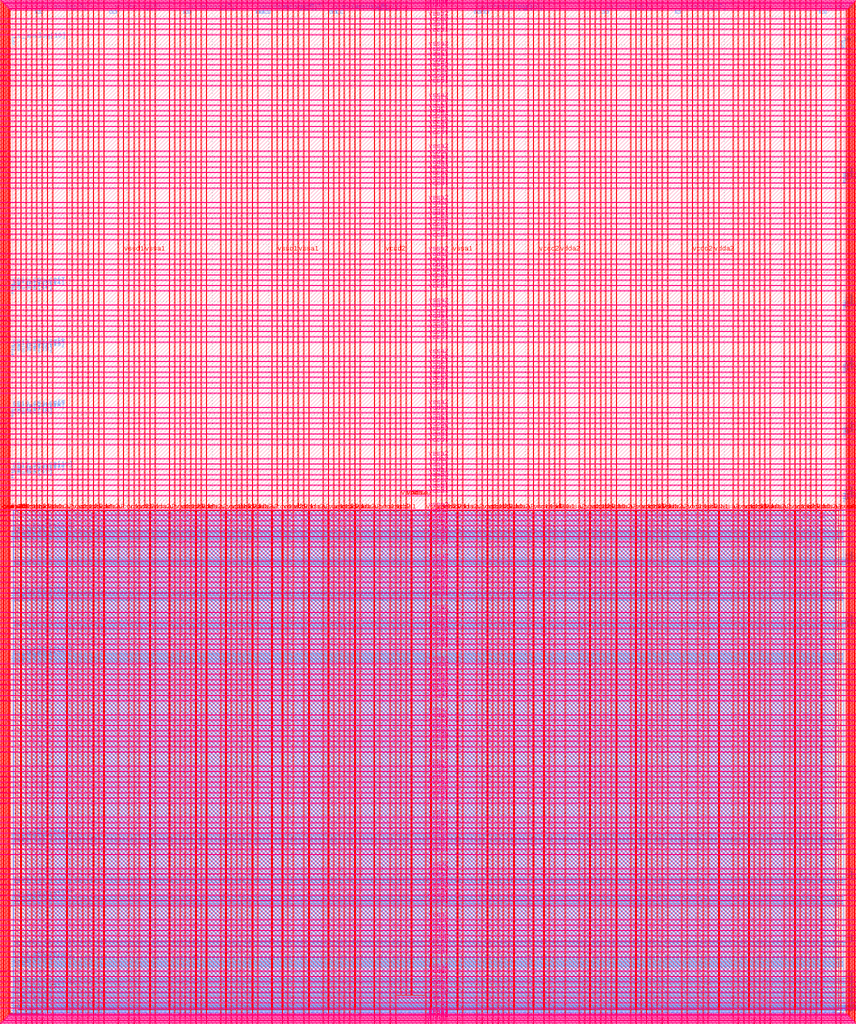
<source format=lef>
VERSION 5.7 ;
  NOWIREEXTENSIONATPIN ON ;
  DIVIDERCHAR "/" ;
  BUSBITCHARS "[]" ;
MACRO user_analog_project_wrapper
  CLASS BLOCK ;
  FOREIGN user_analog_project_wrapper ;
  ORIGIN 0.000 0.000 ;
  SIZE 2920.000 BY 3520.000 ;
  PIN gpio_analog[0]
    DIRECTION INOUT ;
    USE SIGNAL ;
    PORT
      LAYER met3 ;
        RECT 2917.600 1346.150 2924.000 1346.710 ;
    END
  END gpio_analog[0]
  PIN gpio_analog[10]
    DIRECTION INOUT ;
    USE SIGNAL ;
    PORT
      LAYER met3 ;
        RECT -4.000 1909.320 2.400 1909.880 ;
    END
  END gpio_analog[10]
  PIN gpio_analog[11]
    DIRECTION INOUT ;
    USE SIGNAL ;
    PORT
      LAYER met3 ;
        RECT -4.000 1693.210 2.400 1693.770 ;
    END
  END gpio_analog[11]
  PIN gpio_analog[12]
    DIRECTION INOUT ;
    USE SIGNAL ;
    PORT
      LAYER met3 ;
        RECT -4.000 1477.100 2.400 1477.660 ;
    END
  END gpio_analog[12]
  PIN gpio_analog[13]
    DIRECTION INOUT ;
    USE SIGNAL ;
    PORT
      LAYER met3 ;
        RECT -4.000 1261.990 2.400 1262.550 ;
    END
  END gpio_analog[13]
  PIN gpio_analog[14]
    DIRECTION INOUT ;
    USE SIGNAL ;
    PORT
      LAYER met3 ;
        RECT -4.000 623.880 2.400 624.440 ;
    END
  END gpio_analog[14]
  PIN gpio_analog[15]
    DIRECTION INOUT ;
    USE SIGNAL ;
    PORT
      LAYER met3 ;
        RECT -4.000 407.770 2.400 408.330 ;
    END
  END gpio_analog[15]
  PIN gpio_analog[16]
    DIRECTION INOUT ;
    USE SIGNAL ;
    PORT
      LAYER met3 ;
        RECT -4.000 191.660 2.400 192.220 ;
    END
  END gpio_analog[16]
  PIN gpio_analog[17]
    DIRECTION INOUT ;
    USE SIGNAL ;
    PORT
      LAYER met3 ;
        RECT -4.000 84.550 2.400 85.110 ;
    END
  END gpio_analog[17]
  PIN gpio_analog[1]
    DIRECTION INOUT ;
    USE SIGNAL ;
    PORT
      LAYER met3 ;
        RECT 2917.600 1568.260 2924.000 1568.820 ;
    END
  END gpio_analog[1]
  PIN gpio_analog[2]
    DIRECTION INOUT ;
    USE SIGNAL ;
    PORT
      LAYER met3 ;
        RECT 2917.600 1794.370 2924.000 1794.930 ;
    END
  END gpio_analog[2]
  PIN gpio_analog[3]
    DIRECTION INOUT ;
    USE SIGNAL ;
    PORT
      LAYER met3 ;
        RECT 2917.600 2026.480 2924.000 2027.040 ;
    END
  END gpio_analog[3]
  PIN gpio_analog[4]
    DIRECTION INOUT ;
    USE SIGNAL ;
    PORT
      LAYER met3 ;
        RECT 2917.600 2248.590 2924.000 2249.150 ;
    END
  END gpio_analog[4]
  PIN gpio_analog[5]
    DIRECTION INOUT ;
    USE SIGNAL ;
    PORT
      LAYER met3 ;
        RECT 2917.600 2470.700 2924.000 2471.260 ;
    END
  END gpio_analog[5]
  PIN gpio_analog[6]
    DIRECTION INOUT ;
    USE SIGNAL ;
    PORT
      LAYER met3 ;
        RECT 2917.600 2917.810 2924.000 2918.370 ;
    END
  END gpio_analog[6]
  PIN gpio_analog[7]
    DIRECTION INOUT ;
    USE SIGNAL ;
    PORT
      LAYER met3 ;
        RECT -4.000 2557.650 2.400 2558.210 ;
    END
  END gpio_analog[7]
  PIN gpio_analog[8]
    DIRECTION INOUT ;
    USE SIGNAL ;
    PORT
      LAYER met3 ;
        RECT -4.000 2341.540 2.400 2342.100 ;
    END
  END gpio_analog[8]
  PIN gpio_analog[9]
    DIRECTION INOUT ;
    USE SIGNAL ;
    PORT
      LAYER met3 ;
        RECT -4.000 2125.430 2.400 2125.990 ;
    END
  END gpio_analog[9]
  PIN gpio_noesd[0]
    DIRECTION INOUT ;
    USE SIGNAL ;
    PORT
      LAYER met3 ;
        RECT 2917.600 1352.060 2924.000 1352.620 ;
    END
  END gpio_noesd[0]
  PIN gpio_noesd[10]
    DIRECTION INOUT ;
    USE SIGNAL ;
    PORT
      LAYER met3 ;
        RECT -4.000 1903.410 2.400 1903.970 ;
    END
  END gpio_noesd[10]
  PIN gpio_noesd[11]
    DIRECTION INOUT ;
    USE SIGNAL ;
    PORT
      LAYER met3 ;
        RECT -4.000 1687.300 2.400 1687.860 ;
    END
  END gpio_noesd[11]
  PIN gpio_noesd[12]
    DIRECTION INOUT ;
    USE SIGNAL ;
    PORT
      LAYER met3 ;
        RECT -4.000 1471.190 2.400 1471.750 ;
    END
  END gpio_noesd[12]
  PIN gpio_noesd[13]
    DIRECTION INOUT ;
    USE SIGNAL ;
    PORT
      LAYER met3 ;
        RECT -4.000 1256.080 2.400 1256.640 ;
    END
  END gpio_noesd[13]
  PIN gpio_noesd[14]
    DIRECTION INOUT ;
    USE SIGNAL ;
    PORT
      LAYER met3 ;
        RECT -4.000 617.970 2.400 618.530 ;
    END
  END gpio_noesd[14]
  PIN gpio_noesd[15]
    DIRECTION INOUT ;
    USE SIGNAL ;
    PORT
      LAYER met3 ;
        RECT -4.000 401.860 2.400 402.420 ;
    END
  END gpio_noesd[15]
  PIN gpio_noesd[16]
    DIRECTION INOUT ;
    USE SIGNAL ;
    PORT
      LAYER met3 ;
        RECT -4.000 185.750 2.400 186.310 ;
    END
  END gpio_noesd[16]
  PIN gpio_noesd[17]
    DIRECTION INOUT ;
    USE SIGNAL ;
    PORT
      LAYER met3 ;
        RECT -4.000 78.640 2.400 79.200 ;
    END
  END gpio_noesd[17]
  PIN gpio_noesd[1]
    DIRECTION INOUT ;
    USE SIGNAL ;
    PORT
      LAYER met3 ;
        RECT 2917.600 1574.170 2924.000 1574.730 ;
    END
  END gpio_noesd[1]
  PIN gpio_noesd[2]
    DIRECTION INOUT ;
    USE SIGNAL ;
    PORT
      LAYER met3 ;
        RECT 2917.600 1800.280 2924.000 1800.840 ;
    END
  END gpio_noesd[2]
  PIN gpio_noesd[3]
    DIRECTION INOUT ;
    USE SIGNAL ;
    PORT
      LAYER met3 ;
        RECT 2917.600 2032.390 2924.000 2032.950 ;
    END
  END gpio_noesd[3]
  PIN gpio_noesd[4]
    DIRECTION INOUT ;
    USE SIGNAL ;
    PORT
      LAYER met3 ;
        RECT 2917.600 2254.500 2924.000 2255.060 ;
    END
  END gpio_noesd[4]
  PIN gpio_noesd[5]
    DIRECTION INOUT ;
    USE SIGNAL ;
    PORT
      LAYER met3 ;
        RECT 2917.600 2476.610 2924.000 2477.170 ;
    END
  END gpio_noesd[5]
  PIN gpio_noesd[6]
    DIRECTION INOUT ;
    USE SIGNAL ;
    PORT
      LAYER met3 ;
        RECT 2917.600 2923.720 2924.000 2924.280 ;
    END
  END gpio_noesd[6]
  PIN gpio_noesd[7]
    DIRECTION INOUT ;
    USE SIGNAL ;
    PORT
      LAYER met3 ;
        RECT -4.000 2551.740 2.400 2552.300 ;
    END
  END gpio_noesd[7]
  PIN gpio_noesd[8]
    DIRECTION INOUT ;
    USE SIGNAL ;
    PORT
      LAYER met3 ;
        RECT -4.000 2335.630 2.400 2336.190 ;
    END
  END gpio_noesd[8]
  PIN gpio_noesd[9]
    DIRECTION INOUT ;
    USE SIGNAL ;
    PORT
      LAYER met3 ;
        RECT -4.000 2119.520 2.400 2120.080 ;
    END
  END gpio_noesd[9]
  PIN io_analog[0]
    DIRECTION INOUT ;
    USE SIGNAL ;
    PORT
      LAYER met3 ;
        RECT 2911.500 3389.920 2920.000 3414.920 ;
    END
  END io_analog[0]
  PIN io_analog[10]
    DIRECTION INOUT ;
    USE SIGNAL ;
    PORT
      LAYER met3 ;
        RECT 0.000 3401.210 8.500 3426.210 ;
    END
  END io_analog[10]
  PIN io_analog[1]
    DIRECTION INOUT ;
    USE SIGNAL ;
    PORT
      LAYER met3 ;
        RECT 2832.970 3511.500 2857.970 3520.000 ;
    END
  END io_analog[1]
  PIN io_analog[2]
    DIRECTION INOUT ;
    USE SIGNAL ;
    PORT
      LAYER met3 ;
        RECT 2326.970 3511.500 2351.970 3520.000 ;
    END
  END io_analog[2]
  PIN io_analog[3]
    DIRECTION INOUT ;
    USE SIGNAL ;
    PORT
      LAYER met3 ;
        RECT 2066.970 3511.500 2091.970 3520.000 ;
    END
  END io_analog[3]
  PIN io_analog[4]
    DIRECTION INOUT ;
    USE SIGNAL ;
    PORT
      LAYER met3 ;
        RECT 1646.470 3511.500 1671.470 3520.000 ;
    END
  END io_analog[4]
  PIN io_analog[5]
    DIRECTION INOUT ;
    USE SIGNAL ;
    PORT
      LAYER met3 ;
        RECT 1137.970 3511.500 1162.970 3520.000 ;
    END
  END io_analog[5]
  PIN io_analog[6]
    DIRECTION INOUT ;
    USE SIGNAL ;
    PORT
      LAYER met3 ;
        RECT 879.470 3511.500 904.470 3520.000 ;
    END
  END io_analog[6]
  PIN io_analog[7]
    DIRECTION INOUT ;
    USE SIGNAL ;
    PORT
      LAYER met3 ;
        RECT 600.970 3511.500 625.970 3520.000 ;
    END
  END io_analog[7]
  PIN io_analog[8]
    DIRECTION INOUT ;
    USE SIGNAL ;
    PORT
      LAYER met3 ;
        RECT 340.970 3511.500 365.970 3520.000 ;
    END
  END io_analog[8]
  PIN io_analog[9]
    DIRECTION INOUT ;
    USE SIGNAL ;
    PORT
      LAYER met3 ;
        RECT 80.970 3511.500 105.970 3520.000 ;
    END
  END io_analog[9]
  PIN io_clamp_high[0]
    DIRECTION INOUT ;
    USE SIGNAL ;
    PORT
      LAYER met3 ;
        RECT 1633.970 3511.500 1644.970 3520.000 ;
    END
  END io_clamp_high[0]
  PIN io_clamp_high[1]
    DIRECTION INOUT ;
    USE SIGNAL ;
    PORT
      LAYER met3 ;
        RECT 1125.470 3511.500 1136.470 3520.000 ;
    END
  END io_clamp_high[1]
  PIN io_clamp_high[2]
    DIRECTION INOUT ;
    USE SIGNAL ;
    PORT
      LAYER met3 ;
        RECT 866.970 3511.500 877.970 3520.000 ;
    END
  END io_clamp_high[2]
  PIN io_clamp_low[0]
    DIRECTION INOUT ;
    USE SIGNAL ;
    PORT
      LAYER met3 ;
        RECT 1621.470 3511.500 1632.470 3520.000 ;
    END
  END io_clamp_low[0]
  PIN io_clamp_low[1]
    DIRECTION INOUT ;
    USE SIGNAL ;
    PORT
      LAYER met3 ;
        RECT 1112.970 3511.500 1123.970 3520.000 ;
    END
  END io_clamp_low[1]
  PIN io_clamp_low[2]
    DIRECTION INOUT ;
    USE SIGNAL ;
    PORT
      LAYER met3 ;
        RECT 854.470 3511.500 865.470 3520.000 ;
    END
  END io_clamp_low[2]
  PIN io_in[0]
    DIRECTION INPUT ;
    USE SIGNAL ;
    PORT
      LAYER met3 ;
        RECT 2917.600 13.630 2924.000 14.190 ;
    END
  END io_in[0]
  PIN io_in[10]
    DIRECTION INPUT ;
    USE SIGNAL ;
    PORT
      LAYER met3 ;
        RECT 2917.600 2044.210 2924.000 2044.770 ;
    END
  END io_in[10]
  PIN io_in[11]
    DIRECTION INPUT ;
    USE SIGNAL ;
    PORT
      LAYER met3 ;
        RECT 2917.600 2266.320 2924.000 2266.880 ;
    END
  END io_in[11]
  PIN io_in[12]
    DIRECTION INPUT ;
    USE SIGNAL ;
    PORT
      LAYER met3 ;
        RECT 2917.600 2488.430 2924.000 2488.990 ;
    END
  END io_in[12]
  PIN io_in[13]
    DIRECTION INPUT ;
    USE SIGNAL ;
    PORT
      LAYER met3 ;
        RECT 2917.600 2935.540 2924.000 2936.100 ;
    END
  END io_in[13]
  PIN io_in[14]
    DIRECTION INPUT ;
    USE SIGNAL ;
    PORT
      LAYER met3 ;
        RECT -4.000 2539.920 2.400 2540.480 ;
    END
  END io_in[14]
  PIN io_in[15]
    DIRECTION INPUT ;
    USE SIGNAL ;
    PORT
      LAYER met3 ;
        RECT -4.000 2323.810 2.400 2324.370 ;
    END
  END io_in[15]
  PIN io_in[16]
    DIRECTION INPUT ;
    USE SIGNAL ;
    PORT
      LAYER met3 ;
        RECT -4.000 2107.700 2.400 2108.260 ;
    END
  END io_in[16]
  PIN io_in[17]
    DIRECTION INPUT ;
    USE SIGNAL ;
    PORT
      LAYER met3 ;
        RECT -4.000 1891.590 2.400 1892.150 ;
    END
  END io_in[17]
  PIN io_in[18]
    DIRECTION INPUT ;
    USE SIGNAL ;
    PORT
      LAYER met3 ;
        RECT -4.000 1675.480 2.400 1676.040 ;
    END
  END io_in[18]
  PIN io_in[19]
    DIRECTION INPUT ;
    USE SIGNAL ;
    PORT
      LAYER met3 ;
        RECT -4.000 1459.370 2.400 1459.930 ;
    END
  END io_in[19]
  PIN io_in[1]
    DIRECTION INPUT ;
    USE SIGNAL ;
    PORT
      LAYER met3 ;
        RECT 2917.600 37.270 2924.000 37.830 ;
    END
  END io_in[1]
  PIN io_in[20]
    DIRECTION INPUT ;
    USE SIGNAL ;
    PORT
      LAYER met3 ;
        RECT -4.000 1244.260 2.400 1244.820 ;
    END
  END io_in[20]
  PIN io_in[21]
    DIRECTION INPUT ;
    USE SIGNAL ;
    PORT
      LAYER met3 ;
        RECT -4.000 606.150 2.400 606.710 ;
    END
  END io_in[21]
  PIN io_in[22]
    DIRECTION INPUT ;
    USE SIGNAL ;
    PORT
      LAYER met3 ;
        RECT -4.000 390.040 2.400 390.600 ;
    END
  END io_in[22]
  PIN io_in[23]
    DIRECTION INPUT ;
    USE SIGNAL ;
    PORT
      LAYER met3 ;
        RECT -4.000 173.930 2.400 174.490 ;
    END
  END io_in[23]
  PIN io_in[24]
    DIRECTION INPUT ;
    USE SIGNAL ;
    PORT
      LAYER met3 ;
        RECT -4.000 66.820 2.400 67.380 ;
    END
  END io_in[24]
  PIN io_in[25]
    DIRECTION INPUT ;
    USE SIGNAL ;
    PORT
      LAYER met3 ;
        RECT -4.000 43.180 2.400 43.740 ;
    END
  END io_in[25]
  PIN io_in[26]
    DIRECTION INPUT ;
    USE SIGNAL ;
    PORT
      LAYER met3 ;
        RECT -4.000 19.540 2.400 20.100 ;
    END
  END io_in[26]
  PIN io_in[2]
    DIRECTION INPUT ;
    USE SIGNAL ;
    PORT
      LAYER met3 ;
        RECT 2917.600 60.910 2924.000 61.470 ;
    END
  END io_in[2]
  PIN io_in[3]
    DIRECTION INPUT ;
    USE SIGNAL ;
    PORT
      LAYER met3 ;
        RECT 2917.600 84.550 2924.000 85.110 ;
    END
  END io_in[3]
  PIN io_in[4]
    DIRECTION INPUT ;
    USE SIGNAL ;
    PORT
      LAYER met3 ;
        RECT 2917.600 108.190 2924.000 108.750 ;
    END
  END io_in[4]
  PIN io_in[5]
    DIRECTION INPUT ;
    USE SIGNAL ;
    PORT
      LAYER met3 ;
        RECT 2917.600 240.480 2924.000 241.040 ;
    END
  END io_in[5]
  PIN io_in[6]
    DIRECTION INPUT ;
    USE SIGNAL ;
    PORT
      LAYER met3 ;
        RECT 2917.600 463.770 2924.000 464.330 ;
    END
  END io_in[6]
  PIN io_in[7]
    DIRECTION INPUT ;
    USE SIGNAL ;
    PORT
      LAYER met3 ;
        RECT 2917.600 1363.880 2924.000 1364.440 ;
    END
  END io_in[7]
  PIN io_in[8]
    DIRECTION INPUT ;
    USE SIGNAL ;
    PORT
      LAYER met3 ;
        RECT 2917.600 1585.990 2924.000 1586.550 ;
    END
  END io_in[8]
  PIN io_in[9]
    DIRECTION INPUT ;
    USE SIGNAL ;
    PORT
      LAYER met3 ;
        RECT 2917.600 1812.100 2924.000 1812.660 ;
    END
  END io_in[9]
  PIN io_in_3v3[0]
    DIRECTION INPUT ;
    USE SIGNAL ;
    PORT
      LAYER met3 ;
        RECT 2917.600 7.720 2924.000 8.280 ;
    END
  END io_in_3v3[0]
  PIN io_in_3v3[10]
    DIRECTION INPUT ;
    USE SIGNAL ;
    PORT
      LAYER met3 ;
        RECT 2917.600 2038.300 2924.000 2038.860 ;
    END
  END io_in_3v3[10]
  PIN io_in_3v3[11]
    DIRECTION INPUT ;
    USE SIGNAL ;
    PORT
      LAYER met3 ;
        RECT 2917.600 2260.410 2924.000 2260.970 ;
    END
  END io_in_3v3[11]
  PIN io_in_3v3[12]
    DIRECTION INPUT ;
    USE SIGNAL ;
    PORT
      LAYER met3 ;
        RECT 2917.600 2482.520 2924.000 2483.080 ;
    END
  END io_in_3v3[12]
  PIN io_in_3v3[13]
    DIRECTION INPUT ;
    USE SIGNAL ;
    PORT
      LAYER met3 ;
        RECT 2917.600 2929.630 2924.000 2930.190 ;
    END
  END io_in_3v3[13]
  PIN io_in_3v3[14]
    DIRECTION INPUT ;
    USE SIGNAL ;
    PORT
      LAYER met3 ;
        RECT -4.000 2545.830 2.400 2546.390 ;
    END
  END io_in_3v3[14]
  PIN io_in_3v3[15]
    DIRECTION INPUT ;
    USE SIGNAL ;
    PORT
      LAYER met3 ;
        RECT -4.000 2329.720 2.400 2330.280 ;
    END
  END io_in_3v3[15]
  PIN io_in_3v3[16]
    DIRECTION INPUT ;
    USE SIGNAL ;
    PORT
      LAYER met3 ;
        RECT -4.000 2113.610 2.400 2114.170 ;
    END
  END io_in_3v3[16]
  PIN io_in_3v3[17]
    DIRECTION INPUT ;
    USE SIGNAL ;
    PORT
      LAYER met3 ;
        RECT -4.000 1897.500 2.400 1898.060 ;
    END
  END io_in_3v3[17]
  PIN io_in_3v3[18]
    DIRECTION INPUT ;
    USE SIGNAL ;
    PORT
      LAYER met3 ;
        RECT -4.000 1681.390 2.400 1681.950 ;
    END
  END io_in_3v3[18]
  PIN io_in_3v3[19]
    DIRECTION INPUT ;
    USE SIGNAL ;
    PORT
      LAYER met3 ;
        RECT -4.000 1465.280 2.400 1465.840 ;
    END
  END io_in_3v3[19]
  PIN io_in_3v3[1]
    DIRECTION INPUT ;
    USE SIGNAL ;
    PORT
      LAYER met3 ;
        RECT 2917.600 31.360 2924.000 31.920 ;
    END
  END io_in_3v3[1]
  PIN io_in_3v3[20]
    DIRECTION INPUT ;
    USE SIGNAL ;
    PORT
      LAYER met3 ;
        RECT -4.000 1250.170 2.400 1250.730 ;
    END
  END io_in_3v3[20]
  PIN io_in_3v3[21]
    DIRECTION INPUT ;
    USE SIGNAL ;
    PORT
      LAYER met3 ;
        RECT -4.000 612.060 2.400 612.620 ;
    END
  END io_in_3v3[21]
  PIN io_in_3v3[22]
    DIRECTION INPUT ;
    USE SIGNAL ;
    PORT
      LAYER met3 ;
        RECT -4.000 395.950 2.400 396.510 ;
    END
  END io_in_3v3[22]
  PIN io_in_3v3[23]
    DIRECTION INPUT ;
    USE SIGNAL ;
    PORT
      LAYER met3 ;
        RECT -4.000 179.840 2.400 180.400 ;
    END
  END io_in_3v3[23]
  PIN io_in_3v3[24]
    DIRECTION INPUT ;
    USE SIGNAL ;
    PORT
      LAYER met3 ;
        RECT -4.000 72.730 2.400 73.290 ;
    END
  END io_in_3v3[24]
  PIN io_in_3v3[25]
    DIRECTION INPUT ;
    USE SIGNAL ;
    PORT
      LAYER met3 ;
        RECT -4.000 49.090 2.400 49.650 ;
    END
  END io_in_3v3[25]
  PIN io_in_3v3[26]
    DIRECTION INPUT ;
    USE SIGNAL ;
    PORT
      LAYER met3 ;
        RECT -4.000 25.450 2.400 26.010 ;
    END
  END io_in_3v3[26]
  PIN io_in_3v3[2]
    DIRECTION INPUT ;
    USE SIGNAL ;
    PORT
      LAYER met3 ;
        RECT 2917.600 55.000 2924.000 55.560 ;
    END
  END io_in_3v3[2]
  PIN io_in_3v3[3]
    DIRECTION INPUT ;
    USE SIGNAL ;
    PORT
      LAYER met3 ;
        RECT 2917.600 78.640 2924.000 79.200 ;
    END
  END io_in_3v3[3]
  PIN io_in_3v3[4]
    DIRECTION INPUT ;
    USE SIGNAL ;
    PORT
      LAYER met3 ;
        RECT 2917.600 102.280 2924.000 102.840 ;
    END
  END io_in_3v3[4]
  PIN io_in_3v3[5]
    DIRECTION INPUT ;
    USE SIGNAL ;
    PORT
      LAYER met3 ;
        RECT 2917.600 234.570 2924.000 235.130 ;
    END
  END io_in_3v3[5]
  PIN io_in_3v3[6]
    DIRECTION INPUT ;
    USE SIGNAL ;
    PORT
      LAYER met3 ;
        RECT 2917.600 457.860 2924.000 458.420 ;
    END
  END io_in_3v3[6]
  PIN io_in_3v3[7]
    DIRECTION INPUT ;
    USE SIGNAL ;
    PORT
      LAYER met3 ;
        RECT 2917.600 1357.970 2924.000 1358.530 ;
    END
  END io_in_3v3[7]
  PIN io_in_3v3[8]
    DIRECTION INPUT ;
    USE SIGNAL ;
    PORT
      LAYER met3 ;
        RECT 2917.600 1580.080 2924.000 1580.640 ;
    END
  END io_in_3v3[8]
  PIN io_in_3v3[9]
    DIRECTION INPUT ;
    USE SIGNAL ;
    PORT
      LAYER met3 ;
        RECT 2917.600 1806.190 2924.000 1806.750 ;
    END
  END io_in_3v3[9]
  PIN io_oeb[0]
    DIRECTION OUTPUT TRISTATE ;
    USE SIGNAL ;
    PORT
      LAYER met3 ;
        RECT 2917.600 25.450 2924.000 26.010 ;
    END
  END io_oeb[0]
  PIN io_oeb[10]
    DIRECTION OUTPUT TRISTATE ;
    USE SIGNAL ;
    PORT
      LAYER met3 ;
        RECT 2917.600 2056.030 2924.000 2056.590 ;
    END
  END io_oeb[10]
  PIN io_oeb[11]
    DIRECTION OUTPUT TRISTATE ;
    USE SIGNAL ;
    PORT
      LAYER met3 ;
        RECT 2917.600 2278.140 2924.000 2278.700 ;
    END
  END io_oeb[11]
  PIN io_oeb[12]
    DIRECTION OUTPUT TRISTATE ;
    USE SIGNAL ;
    PORT
      LAYER met3 ;
        RECT 2917.600 2500.250 2924.000 2500.810 ;
    END
  END io_oeb[12]
  PIN io_oeb[13]
    DIRECTION OUTPUT TRISTATE ;
    USE SIGNAL ;
    PORT
      LAYER met3 ;
        RECT 2917.600 2947.360 2924.000 2947.920 ;
    END
  END io_oeb[13]
  PIN io_oeb[14]
    DIRECTION OUTPUT TRISTATE ;
    USE SIGNAL ;
    PORT
      LAYER met3 ;
        RECT -4.000 2528.100 2.400 2528.660 ;
    END
  END io_oeb[14]
  PIN io_oeb[15]
    DIRECTION OUTPUT TRISTATE ;
    USE SIGNAL ;
    PORT
      LAYER met3 ;
        RECT -4.000 2311.990 2.400 2312.550 ;
    END
  END io_oeb[15]
  PIN io_oeb[16]
    DIRECTION OUTPUT TRISTATE ;
    USE SIGNAL ;
    PORT
      LAYER met3 ;
        RECT -4.000 2095.880 2.400 2096.440 ;
    END
  END io_oeb[16]
  PIN io_oeb[17]
    DIRECTION OUTPUT TRISTATE ;
    USE SIGNAL ;
    PORT
      LAYER met3 ;
        RECT -4.000 1879.770 2.400 1880.330 ;
    END
  END io_oeb[17]
  PIN io_oeb[18]
    DIRECTION OUTPUT TRISTATE ;
    USE SIGNAL ;
    PORT
      LAYER met3 ;
        RECT -4.000 1663.660 2.400 1664.220 ;
    END
  END io_oeb[18]
  PIN io_oeb[19]
    DIRECTION OUTPUT TRISTATE ;
    USE SIGNAL ;
    PORT
      LAYER met3 ;
        RECT -4.000 1447.550 2.400 1448.110 ;
    END
  END io_oeb[19]
  PIN io_oeb[1]
    DIRECTION OUTPUT TRISTATE ;
    USE SIGNAL ;
    PORT
      LAYER met3 ;
        RECT 2917.600 49.090 2924.000 49.650 ;
    END
  END io_oeb[1]
  PIN io_oeb[20]
    DIRECTION OUTPUT TRISTATE ;
    USE SIGNAL ;
    PORT
      LAYER met3 ;
        RECT -4.000 1232.440 2.400 1233.000 ;
    END
  END io_oeb[20]
  PIN io_oeb[21]
    DIRECTION OUTPUT TRISTATE ;
    USE SIGNAL ;
    PORT
      LAYER met3 ;
        RECT -4.000 594.330 2.400 594.890 ;
    END
  END io_oeb[21]
  PIN io_oeb[22]
    DIRECTION OUTPUT TRISTATE ;
    USE SIGNAL ;
    PORT
      LAYER met3 ;
        RECT -4.000 378.220 2.400 378.780 ;
    END
  END io_oeb[22]
  PIN io_oeb[23]
    DIRECTION OUTPUT TRISTATE ;
    USE SIGNAL ;
    PORT
      LAYER met3 ;
        RECT -4.000 162.110 2.400 162.670 ;
    END
  END io_oeb[23]
  PIN io_oeb[24]
    DIRECTION OUTPUT TRISTATE ;
    USE SIGNAL ;
    PORT
      LAYER met3 ;
        RECT -4.000 55.000 2.400 55.560 ;
    END
  END io_oeb[24]
  PIN io_oeb[25]
    DIRECTION OUTPUT TRISTATE ;
    USE SIGNAL ;
    PORT
      LAYER met3 ;
        RECT -4.000 31.360 2.400 31.920 ;
    END
  END io_oeb[25]
  PIN io_oeb[26]
    DIRECTION OUTPUT TRISTATE ;
    USE SIGNAL ;
    PORT
      LAYER met3 ;
        RECT -4.000 7.720 2.400 8.280 ;
    END
  END io_oeb[26]
  PIN io_oeb[2]
    DIRECTION OUTPUT TRISTATE ;
    USE SIGNAL ;
    PORT
      LAYER met3 ;
        RECT 2917.600 72.730 2924.000 73.290 ;
    END
  END io_oeb[2]
  PIN io_oeb[3]
    DIRECTION OUTPUT TRISTATE ;
    USE SIGNAL ;
    PORT
      LAYER met3 ;
        RECT 2917.600 96.370 2924.000 96.930 ;
    END
  END io_oeb[3]
  PIN io_oeb[4]
    DIRECTION OUTPUT TRISTATE ;
    USE SIGNAL ;
    PORT
      LAYER met3 ;
        RECT 2917.600 120.010 2924.000 120.570 ;
    END
  END io_oeb[4]
  PIN io_oeb[5]
    DIRECTION OUTPUT TRISTATE ;
    USE SIGNAL ;
    PORT
      LAYER met3 ;
        RECT 2917.600 252.300 2924.000 252.860 ;
    END
  END io_oeb[5]
  PIN io_oeb[6]
    DIRECTION OUTPUT TRISTATE ;
    USE SIGNAL ;
    PORT
      LAYER met3 ;
        RECT 2917.600 475.590 2924.000 476.150 ;
    END
  END io_oeb[6]
  PIN io_oeb[7]
    DIRECTION OUTPUT TRISTATE ;
    USE SIGNAL ;
    PORT
      LAYER met3 ;
        RECT 2917.600 1375.700 2924.000 1376.260 ;
    END
  END io_oeb[7]
  PIN io_oeb[8]
    DIRECTION OUTPUT TRISTATE ;
    USE SIGNAL ;
    PORT
      LAYER met3 ;
        RECT 2917.600 1597.810 2924.000 1598.370 ;
    END
  END io_oeb[8]
  PIN io_oeb[9]
    DIRECTION OUTPUT TRISTATE ;
    USE SIGNAL ;
    PORT
      LAYER met3 ;
        RECT 2917.600 1823.920 2924.000 1824.480 ;
    END
  END io_oeb[9]
  PIN io_out[0]
    DIRECTION OUTPUT TRISTATE ;
    USE SIGNAL ;
    PORT
      LAYER met3 ;
        RECT 2917.600 19.540 2924.000 20.100 ;
    END
  END io_out[0]
  PIN io_out[10]
    DIRECTION OUTPUT TRISTATE ;
    USE SIGNAL ;
    PORT
      LAYER met3 ;
        RECT 2917.600 2050.120 2924.000 2050.680 ;
    END
  END io_out[10]
  PIN io_out[11]
    DIRECTION OUTPUT TRISTATE ;
    USE SIGNAL ;
    PORT
      LAYER met3 ;
        RECT 2917.600 2272.230 2924.000 2272.790 ;
    END
  END io_out[11]
  PIN io_out[12]
    DIRECTION OUTPUT TRISTATE ;
    USE SIGNAL ;
    PORT
      LAYER met3 ;
        RECT 2917.600 2494.340 2924.000 2494.900 ;
    END
  END io_out[12]
  PIN io_out[13]
    DIRECTION OUTPUT TRISTATE ;
    USE SIGNAL ;
    PORT
      LAYER met3 ;
        RECT 2917.600 2941.450 2924.000 2942.010 ;
    END
  END io_out[13]
  PIN io_out[14]
    DIRECTION OUTPUT TRISTATE ;
    USE SIGNAL ;
    PORT
      LAYER met3 ;
        RECT -4.000 2534.010 2.400 2534.570 ;
    END
  END io_out[14]
  PIN io_out[15]
    DIRECTION OUTPUT TRISTATE ;
    USE SIGNAL ;
    PORT
      LAYER met3 ;
        RECT -4.000 2317.900 2.400 2318.460 ;
    END
  END io_out[15]
  PIN io_out[16]
    DIRECTION OUTPUT TRISTATE ;
    USE SIGNAL ;
    PORT
      LAYER met3 ;
        RECT -4.000 2101.790 2.400 2102.350 ;
    END
  END io_out[16]
  PIN io_out[17]
    DIRECTION OUTPUT TRISTATE ;
    USE SIGNAL ;
    PORT
      LAYER met3 ;
        RECT -4.000 1885.680 2.400 1886.240 ;
    END
  END io_out[17]
  PIN io_out[18]
    DIRECTION OUTPUT TRISTATE ;
    USE SIGNAL ;
    PORT
      LAYER met3 ;
        RECT -4.000 1669.570 2.400 1670.130 ;
    END
  END io_out[18]
  PIN io_out[19]
    DIRECTION OUTPUT TRISTATE ;
    USE SIGNAL ;
    PORT
      LAYER met3 ;
        RECT -4.000 1453.460 2.400 1454.020 ;
    END
  END io_out[19]
  PIN io_out[1]
    DIRECTION OUTPUT TRISTATE ;
    USE SIGNAL ;
    PORT
      LAYER met3 ;
        RECT 2917.600 43.180 2924.000 43.740 ;
    END
  END io_out[1]
  PIN io_out[20]
    DIRECTION OUTPUT TRISTATE ;
    USE SIGNAL ;
    PORT
      LAYER met3 ;
        RECT -4.000 1238.350 2.400 1238.910 ;
    END
  END io_out[20]
  PIN io_out[21]
    DIRECTION OUTPUT TRISTATE ;
    USE SIGNAL ;
    PORT
      LAYER met3 ;
        RECT -4.000 600.240 2.400 600.800 ;
    END
  END io_out[21]
  PIN io_out[22]
    DIRECTION OUTPUT TRISTATE ;
    USE SIGNAL ;
    PORT
      LAYER met3 ;
        RECT -4.000 384.130 2.400 384.690 ;
    END
  END io_out[22]
  PIN io_out[23]
    DIRECTION OUTPUT TRISTATE ;
    USE SIGNAL ;
    PORT
      LAYER met3 ;
        RECT -4.000 168.020 2.400 168.580 ;
    END
  END io_out[23]
  PIN io_out[24]
    DIRECTION OUTPUT TRISTATE ;
    USE SIGNAL ;
    PORT
      LAYER met3 ;
        RECT -4.000 60.910 2.400 61.470 ;
    END
  END io_out[24]
  PIN io_out[25]
    DIRECTION OUTPUT TRISTATE ;
    USE SIGNAL ;
    PORT
      LAYER met3 ;
        RECT -4.000 37.270 2.400 37.830 ;
    END
  END io_out[25]
  PIN io_out[26]
    DIRECTION OUTPUT TRISTATE ;
    USE SIGNAL ;
    PORT
      LAYER met3 ;
        RECT -4.000 13.630 2.400 14.190 ;
    END
  END io_out[26]
  PIN io_out[2]
    DIRECTION OUTPUT TRISTATE ;
    USE SIGNAL ;
    PORT
      LAYER met3 ;
        RECT 2917.600 66.820 2924.000 67.380 ;
    END
  END io_out[2]
  PIN io_out[3]
    DIRECTION OUTPUT TRISTATE ;
    USE SIGNAL ;
    PORT
      LAYER met3 ;
        RECT 2917.600 90.460 2924.000 91.020 ;
    END
  END io_out[3]
  PIN io_out[4]
    DIRECTION OUTPUT TRISTATE ;
    USE SIGNAL ;
    PORT
      LAYER met3 ;
        RECT 2917.600 114.100 2924.000 114.660 ;
    END
  END io_out[4]
  PIN io_out[5]
    DIRECTION OUTPUT TRISTATE ;
    USE SIGNAL ;
    PORT
      LAYER met3 ;
        RECT 2917.600 246.390 2924.000 246.950 ;
    END
  END io_out[5]
  PIN io_out[6]
    DIRECTION OUTPUT TRISTATE ;
    USE SIGNAL ;
    PORT
      LAYER met3 ;
        RECT 2917.600 469.680 2924.000 470.240 ;
    END
  END io_out[6]
  PIN io_out[7]
    DIRECTION OUTPUT TRISTATE ;
    USE SIGNAL ;
    PORT
      LAYER met3 ;
        RECT 2917.600 1369.790 2924.000 1370.350 ;
    END
  END io_out[7]
  PIN io_out[8]
    DIRECTION OUTPUT TRISTATE ;
    USE SIGNAL ;
    PORT
      LAYER met3 ;
        RECT 2917.600 1591.900 2924.000 1592.460 ;
    END
  END io_out[8]
  PIN io_out[9]
    DIRECTION OUTPUT TRISTATE ;
    USE SIGNAL ;
    PORT
      LAYER met3 ;
        RECT 2917.600 1818.010 2924.000 1818.570 ;
    END
  END io_out[9]
  PIN la_data_in[0]
    DIRECTION INPUT ;
    USE SIGNAL ;
    PORT
      LAYER met2 ;
        RECT 629.080 -4.000 629.640 2.400 ;
    END
  END la_data_in[0]
  PIN la_data_in[100]
    DIRECTION INPUT ;
    USE SIGNAL ;
    PORT
      LAYER met2 ;
        RECT 2402.080 -4.000 2402.640 2.400 ;
    END
  END la_data_in[100]
  PIN la_data_in[101]
    DIRECTION INPUT ;
    USE SIGNAL ;
    PORT
      LAYER met2 ;
        RECT 2419.810 -4.000 2420.370 2.400 ;
    END
  END la_data_in[101]
  PIN la_data_in[102]
    DIRECTION INPUT ;
    USE SIGNAL ;
    PORT
      LAYER met2 ;
        RECT 2437.540 -4.000 2438.100 2.400 ;
    END
  END la_data_in[102]
  PIN la_data_in[103]
    DIRECTION INPUT ;
    USE SIGNAL ;
    PORT
      LAYER met2 ;
        RECT 2455.270 -4.000 2455.830 2.400 ;
    END
  END la_data_in[103]
  PIN la_data_in[104]
    DIRECTION INPUT ;
    USE SIGNAL ;
    PORT
      LAYER met2 ;
        RECT 2473.000 -4.000 2473.560 2.400 ;
    END
  END la_data_in[104]
  PIN la_data_in[105]
    DIRECTION INPUT ;
    USE SIGNAL ;
    PORT
      LAYER met2 ;
        RECT 2490.730 -4.000 2491.290 2.400 ;
    END
  END la_data_in[105]
  PIN la_data_in[106]
    DIRECTION INPUT ;
    USE SIGNAL ;
    PORT
      LAYER met2 ;
        RECT 2508.460 -4.000 2509.020 2.400 ;
    END
  END la_data_in[106]
  PIN la_data_in[107]
    DIRECTION INPUT ;
    USE SIGNAL ;
    PORT
      LAYER met2 ;
        RECT 2526.190 -4.000 2526.750 2.400 ;
    END
  END la_data_in[107]
  PIN la_data_in[108]
    DIRECTION INPUT ;
    USE SIGNAL ;
    PORT
      LAYER met2 ;
        RECT 2543.920 -4.000 2544.480 2.400 ;
    END
  END la_data_in[108]
  PIN la_data_in[109]
    DIRECTION INPUT ;
    USE SIGNAL ;
    PORT
      LAYER met2 ;
        RECT 2561.650 -4.000 2562.210 2.400 ;
    END
  END la_data_in[109]
  PIN la_data_in[10]
    DIRECTION INPUT ;
    USE SIGNAL ;
    PORT
      LAYER met2 ;
        RECT 806.380 -4.000 806.940 2.400 ;
    END
  END la_data_in[10]
  PIN la_data_in[110]
    DIRECTION INPUT ;
    USE SIGNAL ;
    PORT
      LAYER met2 ;
        RECT 2579.380 -4.000 2579.940 2.400 ;
    END
  END la_data_in[110]
  PIN la_data_in[111]
    DIRECTION INPUT ;
    USE SIGNAL ;
    PORT
      LAYER met2 ;
        RECT 2597.110 -4.000 2597.670 2.400 ;
    END
  END la_data_in[111]
  PIN la_data_in[112]
    DIRECTION INPUT ;
    USE SIGNAL ;
    PORT
      LAYER met2 ;
        RECT 2614.840 -4.000 2615.400 2.400 ;
    END
  END la_data_in[112]
  PIN la_data_in[113]
    DIRECTION INPUT ;
    USE SIGNAL ;
    PORT
      LAYER met2 ;
        RECT 2632.570 -4.000 2633.130 2.400 ;
    END
  END la_data_in[113]
  PIN la_data_in[114]
    DIRECTION INPUT ;
    USE SIGNAL ;
    PORT
      LAYER met2 ;
        RECT 2650.300 -4.000 2650.860 2.400 ;
    END
  END la_data_in[114]
  PIN la_data_in[115]
    DIRECTION INPUT ;
    USE SIGNAL ;
    PORT
      LAYER met2 ;
        RECT 2668.030 -4.000 2668.590 2.400 ;
    END
  END la_data_in[115]
  PIN la_data_in[116]
    DIRECTION INPUT ;
    USE SIGNAL ;
    PORT
      LAYER met2 ;
        RECT 2685.760 -4.000 2686.320 2.400 ;
    END
  END la_data_in[116]
  PIN la_data_in[117]
    DIRECTION INPUT ;
    USE SIGNAL ;
    PORT
      LAYER met2 ;
        RECT 2703.490 -4.000 2704.050 2.400 ;
    END
  END la_data_in[117]
  PIN la_data_in[118]
    DIRECTION INPUT ;
    USE SIGNAL ;
    PORT
      LAYER met2 ;
        RECT 2721.220 -4.000 2721.780 2.400 ;
    END
  END la_data_in[118]
  PIN la_data_in[119]
    DIRECTION INPUT ;
    USE SIGNAL ;
    PORT
      LAYER met2 ;
        RECT 2738.950 -4.000 2739.510 2.400 ;
    END
  END la_data_in[119]
  PIN la_data_in[11]
    DIRECTION INPUT ;
    USE SIGNAL ;
    PORT
      LAYER met2 ;
        RECT 824.110 -4.000 824.670 2.400 ;
    END
  END la_data_in[11]
  PIN la_data_in[120]
    DIRECTION INPUT ;
    USE SIGNAL ;
    PORT
      LAYER met2 ;
        RECT 2756.680 -4.000 2757.240 2.400 ;
    END
  END la_data_in[120]
  PIN la_data_in[121]
    DIRECTION INPUT ;
    USE SIGNAL ;
    PORT
      LAYER met2 ;
        RECT 2774.410 -4.000 2774.970 2.400 ;
    END
  END la_data_in[121]
  PIN la_data_in[122]
    DIRECTION INPUT ;
    USE SIGNAL ;
    PORT
      LAYER met2 ;
        RECT 2792.140 -4.000 2792.700 2.400 ;
    END
  END la_data_in[122]
  PIN la_data_in[123]
    DIRECTION INPUT ;
    USE SIGNAL ;
    PORT
      LAYER met2 ;
        RECT 2809.870 -4.000 2810.430 2.400 ;
    END
  END la_data_in[123]
  PIN la_data_in[124]
    DIRECTION INPUT ;
    USE SIGNAL ;
    PORT
      LAYER met2 ;
        RECT 2827.600 -4.000 2828.160 2.400 ;
    END
  END la_data_in[124]
  PIN la_data_in[125]
    DIRECTION INPUT ;
    USE SIGNAL ;
    PORT
      LAYER met2 ;
        RECT 2845.330 -4.000 2845.890 2.400 ;
    END
  END la_data_in[125]
  PIN la_data_in[126]
    DIRECTION INPUT ;
    USE SIGNAL ;
    PORT
      LAYER met2 ;
        RECT 2863.060 -4.000 2863.620 2.400 ;
    END
  END la_data_in[126]
  PIN la_data_in[127]
    DIRECTION INPUT ;
    USE SIGNAL ;
    PORT
      LAYER met2 ;
        RECT 2880.790 -4.000 2881.350 2.400 ;
    END
  END la_data_in[127]
  PIN la_data_in[12]
    DIRECTION INPUT ;
    USE SIGNAL ;
    PORT
      LAYER met2 ;
        RECT 841.840 -4.000 842.400 2.400 ;
    END
  END la_data_in[12]
  PIN la_data_in[13]
    DIRECTION INPUT ;
    USE SIGNAL ;
    PORT
      LAYER met2 ;
        RECT 859.570 -4.000 860.130 2.400 ;
    END
  END la_data_in[13]
  PIN la_data_in[14]
    DIRECTION INPUT ;
    USE SIGNAL ;
    PORT
      LAYER met2 ;
        RECT 877.300 -4.000 877.860 2.400 ;
    END
  END la_data_in[14]
  PIN la_data_in[15]
    DIRECTION INPUT ;
    USE SIGNAL ;
    PORT
      LAYER met2 ;
        RECT 895.030 -4.000 895.590 2.400 ;
    END
  END la_data_in[15]
  PIN la_data_in[16]
    DIRECTION INPUT ;
    USE SIGNAL ;
    PORT
      LAYER met2 ;
        RECT 912.760 -4.000 913.320 2.400 ;
    END
  END la_data_in[16]
  PIN la_data_in[17]
    DIRECTION INPUT ;
    USE SIGNAL ;
    PORT
      LAYER met2 ;
        RECT 930.490 -4.000 931.050 2.400 ;
    END
  END la_data_in[17]
  PIN la_data_in[18]
    DIRECTION INPUT ;
    USE SIGNAL ;
    PORT
      LAYER met2 ;
        RECT 948.220 -4.000 948.780 2.400 ;
    END
  END la_data_in[18]
  PIN la_data_in[19]
    DIRECTION INPUT ;
    USE SIGNAL ;
    PORT
      LAYER met2 ;
        RECT 965.950 -4.000 966.510 2.400 ;
    END
  END la_data_in[19]
  PIN la_data_in[1]
    DIRECTION INPUT ;
    USE SIGNAL ;
    PORT
      LAYER met2 ;
        RECT 646.810 -4.000 647.370 2.400 ;
    END
  END la_data_in[1]
  PIN la_data_in[20]
    DIRECTION INPUT ;
    USE SIGNAL ;
    PORT
      LAYER met2 ;
        RECT 983.680 -4.000 984.240 2.400 ;
    END
  END la_data_in[20]
  PIN la_data_in[21]
    DIRECTION INPUT ;
    USE SIGNAL ;
    PORT
      LAYER met2 ;
        RECT 1001.410 -4.000 1001.970 2.400 ;
    END
  END la_data_in[21]
  PIN la_data_in[22]
    DIRECTION INPUT ;
    USE SIGNAL ;
    PORT
      LAYER met2 ;
        RECT 1019.140 -4.000 1019.700 2.400 ;
    END
  END la_data_in[22]
  PIN la_data_in[23]
    DIRECTION INPUT ;
    USE SIGNAL ;
    PORT
      LAYER met2 ;
        RECT 1036.870 -4.000 1037.430 2.400 ;
    END
  END la_data_in[23]
  PIN la_data_in[24]
    DIRECTION INPUT ;
    USE SIGNAL ;
    PORT
      LAYER met2 ;
        RECT 1054.600 -4.000 1055.160 2.400 ;
    END
  END la_data_in[24]
  PIN la_data_in[25]
    DIRECTION INPUT ;
    USE SIGNAL ;
    PORT
      LAYER met2 ;
        RECT 1072.330 -4.000 1072.890 2.400 ;
    END
  END la_data_in[25]
  PIN la_data_in[26]
    DIRECTION INPUT ;
    USE SIGNAL ;
    PORT
      LAYER met2 ;
        RECT 1090.060 -4.000 1090.620 2.400 ;
    END
  END la_data_in[26]
  PIN la_data_in[27]
    DIRECTION INPUT ;
    USE SIGNAL ;
    PORT
      LAYER met2 ;
        RECT 1107.790 -4.000 1108.350 2.400 ;
    END
  END la_data_in[27]
  PIN la_data_in[28]
    DIRECTION INPUT ;
    USE SIGNAL ;
    PORT
      LAYER met2 ;
        RECT 1125.520 -4.000 1126.080 2.400 ;
    END
  END la_data_in[28]
  PIN la_data_in[29]
    DIRECTION INPUT ;
    USE SIGNAL ;
    PORT
      LAYER met2 ;
        RECT 1143.250 -4.000 1143.810 2.400 ;
    END
  END la_data_in[29]
  PIN la_data_in[2]
    DIRECTION INPUT ;
    USE SIGNAL ;
    PORT
      LAYER met2 ;
        RECT 664.540 -4.000 665.100 2.400 ;
    END
  END la_data_in[2]
  PIN la_data_in[30]
    DIRECTION INPUT ;
    USE SIGNAL ;
    PORT
      LAYER met2 ;
        RECT 1160.980 -4.000 1161.540 2.400 ;
    END
  END la_data_in[30]
  PIN la_data_in[31]
    DIRECTION INPUT ;
    USE SIGNAL ;
    PORT
      LAYER met2 ;
        RECT 1178.710 -4.000 1179.270 2.400 ;
    END
  END la_data_in[31]
  PIN la_data_in[32]
    DIRECTION INPUT ;
    USE SIGNAL ;
    PORT
      LAYER met2 ;
        RECT 1196.440 -4.000 1197.000 2.400 ;
    END
  END la_data_in[32]
  PIN la_data_in[33]
    DIRECTION INPUT ;
    USE SIGNAL ;
    PORT
      LAYER met2 ;
        RECT 1214.170 -4.000 1214.730 2.400 ;
    END
  END la_data_in[33]
  PIN la_data_in[34]
    DIRECTION INPUT ;
    USE SIGNAL ;
    PORT
      LAYER met2 ;
        RECT 1231.900 -4.000 1232.460 2.400 ;
    END
  END la_data_in[34]
  PIN la_data_in[35]
    DIRECTION INPUT ;
    USE SIGNAL ;
    PORT
      LAYER met2 ;
        RECT 1249.630 -4.000 1250.190 2.400 ;
    END
  END la_data_in[35]
  PIN la_data_in[36]
    DIRECTION INPUT ;
    USE SIGNAL ;
    PORT
      LAYER met2 ;
        RECT 1267.360 -4.000 1267.920 2.400 ;
    END
  END la_data_in[36]
  PIN la_data_in[37]
    DIRECTION INPUT ;
    USE SIGNAL ;
    PORT
      LAYER met2 ;
        RECT 1285.090 -4.000 1285.650 2.400 ;
    END
  END la_data_in[37]
  PIN la_data_in[38]
    DIRECTION INPUT ;
    USE SIGNAL ;
    PORT
      LAYER met2 ;
        RECT 1302.820 -4.000 1303.380 2.400 ;
    END
  END la_data_in[38]
  PIN la_data_in[39]
    DIRECTION INPUT ;
    USE SIGNAL ;
    PORT
      LAYER met2 ;
        RECT 1320.550 -4.000 1321.110 2.400 ;
    END
  END la_data_in[39]
  PIN la_data_in[3]
    DIRECTION INPUT ;
    USE SIGNAL ;
    PORT
      LAYER met2 ;
        RECT 682.270 -4.000 682.830 2.400 ;
    END
  END la_data_in[3]
  PIN la_data_in[40]
    DIRECTION INPUT ;
    USE SIGNAL ;
    PORT
      LAYER met2 ;
        RECT 1338.280 -4.000 1338.840 2.400 ;
    END
  END la_data_in[40]
  PIN la_data_in[41]
    DIRECTION INPUT ;
    USE SIGNAL ;
    PORT
      LAYER met2 ;
        RECT 1356.010 -4.000 1356.570 2.400 ;
    END
  END la_data_in[41]
  PIN la_data_in[42]
    DIRECTION INPUT ;
    USE SIGNAL ;
    PORT
      LAYER met2 ;
        RECT 1373.740 -4.000 1374.300 2.400 ;
    END
  END la_data_in[42]
  PIN la_data_in[43]
    DIRECTION INPUT ;
    USE SIGNAL ;
    PORT
      LAYER met2 ;
        RECT 1391.470 -4.000 1392.030 2.400 ;
    END
  END la_data_in[43]
  PIN la_data_in[44]
    DIRECTION INPUT ;
    USE SIGNAL ;
    PORT
      LAYER met2 ;
        RECT 1409.200 -4.000 1409.760 2.400 ;
    END
  END la_data_in[44]
  PIN la_data_in[45]
    DIRECTION INPUT ;
    USE SIGNAL ;
    PORT
      LAYER met2 ;
        RECT 1426.930 -4.000 1427.490 2.400 ;
    END
  END la_data_in[45]
  PIN la_data_in[46]
    DIRECTION INPUT ;
    USE SIGNAL ;
    PORT
      LAYER met2 ;
        RECT 1444.660 -4.000 1445.220 2.400 ;
    END
  END la_data_in[46]
  PIN la_data_in[47]
    DIRECTION INPUT ;
    USE SIGNAL ;
    PORT
      LAYER met2 ;
        RECT 1462.390 -4.000 1462.950 2.400 ;
    END
  END la_data_in[47]
  PIN la_data_in[48]
    DIRECTION INPUT ;
    USE SIGNAL ;
    PORT
      LAYER met2 ;
        RECT 1480.120 -4.000 1480.680 2.400 ;
    END
  END la_data_in[48]
  PIN la_data_in[49]
    DIRECTION INPUT ;
    USE SIGNAL ;
    PORT
      LAYER met2 ;
        RECT 1497.850 -4.000 1498.410 2.400 ;
    END
  END la_data_in[49]
  PIN la_data_in[4]
    DIRECTION INPUT ;
    USE SIGNAL ;
    PORT
      LAYER met2 ;
        RECT 700.000 -4.000 700.560 2.400 ;
    END
  END la_data_in[4]
  PIN la_data_in[50]
    DIRECTION INPUT ;
    USE SIGNAL ;
    PORT
      LAYER met2 ;
        RECT 1515.580 -4.000 1516.140 2.400 ;
    END
  END la_data_in[50]
  PIN la_data_in[51]
    DIRECTION INPUT ;
    USE SIGNAL ;
    PORT
      LAYER met2 ;
        RECT 1533.310 -4.000 1533.870 2.400 ;
    END
  END la_data_in[51]
  PIN la_data_in[52]
    DIRECTION INPUT ;
    USE SIGNAL ;
    PORT
      LAYER met2 ;
        RECT 1551.040 -4.000 1551.600 2.400 ;
    END
  END la_data_in[52]
  PIN la_data_in[53]
    DIRECTION INPUT ;
    USE SIGNAL ;
    PORT
      LAYER met2 ;
        RECT 1568.770 -4.000 1569.330 2.400 ;
    END
  END la_data_in[53]
  PIN la_data_in[54]
    DIRECTION INPUT ;
    USE SIGNAL ;
    PORT
      LAYER met2 ;
        RECT 1586.500 -4.000 1587.060 2.400 ;
    END
  END la_data_in[54]
  PIN la_data_in[55]
    DIRECTION INPUT ;
    USE SIGNAL ;
    PORT
      LAYER met2 ;
        RECT 1604.230 -4.000 1604.790 2.400 ;
    END
  END la_data_in[55]
  PIN la_data_in[56]
    DIRECTION INPUT ;
    USE SIGNAL ;
    PORT
      LAYER met2 ;
        RECT 1621.960 -4.000 1622.520 2.400 ;
    END
  END la_data_in[56]
  PIN la_data_in[57]
    DIRECTION INPUT ;
    USE SIGNAL ;
    PORT
      LAYER met2 ;
        RECT 1639.690 -4.000 1640.250 2.400 ;
    END
  END la_data_in[57]
  PIN la_data_in[58]
    DIRECTION INPUT ;
    USE SIGNAL ;
    PORT
      LAYER met2 ;
        RECT 1657.420 -4.000 1657.980 2.400 ;
    END
  END la_data_in[58]
  PIN la_data_in[59]
    DIRECTION INPUT ;
    USE SIGNAL ;
    PORT
      LAYER met2 ;
        RECT 1675.150 -4.000 1675.710 2.400 ;
    END
  END la_data_in[59]
  PIN la_data_in[5]
    DIRECTION INPUT ;
    USE SIGNAL ;
    PORT
      LAYER met2 ;
        RECT 717.730 -4.000 718.290 2.400 ;
    END
  END la_data_in[5]
  PIN la_data_in[60]
    DIRECTION INPUT ;
    USE SIGNAL ;
    PORT
      LAYER met2 ;
        RECT 1692.880 -4.000 1693.440 2.400 ;
    END
  END la_data_in[60]
  PIN la_data_in[61]
    DIRECTION INPUT ;
    USE SIGNAL ;
    PORT
      LAYER met2 ;
        RECT 1710.610 -4.000 1711.170 2.400 ;
    END
  END la_data_in[61]
  PIN la_data_in[62]
    DIRECTION INPUT ;
    USE SIGNAL ;
    PORT
      LAYER met2 ;
        RECT 1728.340 -4.000 1728.900 2.400 ;
    END
  END la_data_in[62]
  PIN la_data_in[63]
    DIRECTION INPUT ;
    USE SIGNAL ;
    PORT
      LAYER met2 ;
        RECT 1746.070 -4.000 1746.630 2.400 ;
    END
  END la_data_in[63]
  PIN la_data_in[64]
    DIRECTION INPUT ;
    USE SIGNAL ;
    PORT
      LAYER met2 ;
        RECT 1763.800 -4.000 1764.360 2.400 ;
    END
  END la_data_in[64]
  PIN la_data_in[65]
    DIRECTION INPUT ;
    USE SIGNAL ;
    PORT
      LAYER met2 ;
        RECT 1781.530 -4.000 1782.090 2.400 ;
    END
  END la_data_in[65]
  PIN la_data_in[66]
    DIRECTION INPUT ;
    USE SIGNAL ;
    PORT
      LAYER met2 ;
        RECT 1799.260 -4.000 1799.820 2.400 ;
    END
  END la_data_in[66]
  PIN la_data_in[67]
    DIRECTION INPUT ;
    USE SIGNAL ;
    PORT
      LAYER met2 ;
        RECT 1816.990 -4.000 1817.550 2.400 ;
    END
  END la_data_in[67]
  PIN la_data_in[68]
    DIRECTION INPUT ;
    USE SIGNAL ;
    PORT
      LAYER met2 ;
        RECT 1834.720 -4.000 1835.280 2.400 ;
    END
  END la_data_in[68]
  PIN la_data_in[69]
    DIRECTION INPUT ;
    USE SIGNAL ;
    PORT
      LAYER met2 ;
        RECT 1852.450 -4.000 1853.010 2.400 ;
    END
  END la_data_in[69]
  PIN la_data_in[6]
    DIRECTION INPUT ;
    USE SIGNAL ;
    PORT
      LAYER met2 ;
        RECT 735.460 -4.000 736.020 2.400 ;
    END
  END la_data_in[6]
  PIN la_data_in[70]
    DIRECTION INPUT ;
    USE SIGNAL ;
    PORT
      LAYER met2 ;
        RECT 1870.180 -4.000 1870.740 2.400 ;
    END
  END la_data_in[70]
  PIN la_data_in[71]
    DIRECTION INPUT ;
    USE SIGNAL ;
    PORT
      LAYER met2 ;
        RECT 1887.910 -4.000 1888.470 2.400 ;
    END
  END la_data_in[71]
  PIN la_data_in[72]
    DIRECTION INPUT ;
    USE SIGNAL ;
    PORT
      LAYER met2 ;
        RECT 1905.640 -4.000 1906.200 2.400 ;
    END
  END la_data_in[72]
  PIN la_data_in[73]
    DIRECTION INPUT ;
    USE SIGNAL ;
    PORT
      LAYER met2 ;
        RECT 1923.370 -4.000 1923.930 2.400 ;
    END
  END la_data_in[73]
  PIN la_data_in[74]
    DIRECTION INPUT ;
    USE SIGNAL ;
    PORT
      LAYER met2 ;
        RECT 1941.100 -4.000 1941.660 2.400 ;
    END
  END la_data_in[74]
  PIN la_data_in[75]
    DIRECTION INPUT ;
    USE SIGNAL ;
    PORT
      LAYER met2 ;
        RECT 1958.830 -4.000 1959.390 2.400 ;
    END
  END la_data_in[75]
  PIN la_data_in[76]
    DIRECTION INPUT ;
    USE SIGNAL ;
    PORT
      LAYER met2 ;
        RECT 1976.560 -4.000 1977.120 2.400 ;
    END
  END la_data_in[76]
  PIN la_data_in[77]
    DIRECTION INPUT ;
    USE SIGNAL ;
    PORT
      LAYER met2 ;
        RECT 1994.290 -4.000 1994.850 2.400 ;
    END
  END la_data_in[77]
  PIN la_data_in[78]
    DIRECTION INPUT ;
    USE SIGNAL ;
    PORT
      LAYER met2 ;
        RECT 2012.020 -4.000 2012.580 2.400 ;
    END
  END la_data_in[78]
  PIN la_data_in[79]
    DIRECTION INPUT ;
    USE SIGNAL ;
    PORT
      LAYER met2 ;
        RECT 2029.750 -4.000 2030.310 2.400 ;
    END
  END la_data_in[79]
  PIN la_data_in[7]
    DIRECTION INPUT ;
    USE SIGNAL ;
    PORT
      LAYER met2 ;
        RECT 753.190 -4.000 753.750 2.400 ;
    END
  END la_data_in[7]
  PIN la_data_in[80]
    DIRECTION INPUT ;
    USE SIGNAL ;
    PORT
      LAYER met2 ;
        RECT 2047.480 -4.000 2048.040 2.400 ;
    END
  END la_data_in[80]
  PIN la_data_in[81]
    DIRECTION INPUT ;
    USE SIGNAL ;
    PORT
      LAYER met2 ;
        RECT 2065.210 -4.000 2065.770 2.400 ;
    END
  END la_data_in[81]
  PIN la_data_in[82]
    DIRECTION INPUT ;
    USE SIGNAL ;
    PORT
      LAYER met2 ;
        RECT 2082.940 -4.000 2083.500 2.400 ;
    END
  END la_data_in[82]
  PIN la_data_in[83]
    DIRECTION INPUT ;
    USE SIGNAL ;
    PORT
      LAYER met2 ;
        RECT 2100.670 -4.000 2101.230 2.400 ;
    END
  END la_data_in[83]
  PIN la_data_in[84]
    DIRECTION INPUT ;
    USE SIGNAL ;
    PORT
      LAYER met2 ;
        RECT 2118.400 -4.000 2118.960 2.400 ;
    END
  END la_data_in[84]
  PIN la_data_in[85]
    DIRECTION INPUT ;
    USE SIGNAL ;
    PORT
      LAYER met2 ;
        RECT 2136.130 -4.000 2136.690 2.400 ;
    END
  END la_data_in[85]
  PIN la_data_in[86]
    DIRECTION INPUT ;
    USE SIGNAL ;
    PORT
      LAYER met2 ;
        RECT 2153.860 -4.000 2154.420 2.400 ;
    END
  END la_data_in[86]
  PIN la_data_in[87]
    DIRECTION INPUT ;
    USE SIGNAL ;
    PORT
      LAYER met2 ;
        RECT 2171.590 -4.000 2172.150 2.400 ;
    END
  END la_data_in[87]
  PIN la_data_in[88]
    DIRECTION INPUT ;
    USE SIGNAL ;
    PORT
      LAYER met2 ;
        RECT 2189.320 -4.000 2189.880 2.400 ;
    END
  END la_data_in[88]
  PIN la_data_in[89]
    DIRECTION INPUT ;
    USE SIGNAL ;
    PORT
      LAYER met2 ;
        RECT 2207.050 -4.000 2207.610 2.400 ;
    END
  END la_data_in[89]
  PIN la_data_in[8]
    DIRECTION INPUT ;
    USE SIGNAL ;
    PORT
      LAYER met2 ;
        RECT 770.920 -4.000 771.480 2.400 ;
    END
  END la_data_in[8]
  PIN la_data_in[90]
    DIRECTION INPUT ;
    USE SIGNAL ;
    PORT
      LAYER met2 ;
        RECT 2224.780 -4.000 2225.340 2.400 ;
    END
  END la_data_in[90]
  PIN la_data_in[91]
    DIRECTION INPUT ;
    USE SIGNAL ;
    PORT
      LAYER met2 ;
        RECT 2242.510 -4.000 2243.070 2.400 ;
    END
  END la_data_in[91]
  PIN la_data_in[92]
    DIRECTION INPUT ;
    USE SIGNAL ;
    PORT
      LAYER met2 ;
        RECT 2260.240 -4.000 2260.800 2.400 ;
    END
  END la_data_in[92]
  PIN la_data_in[93]
    DIRECTION INPUT ;
    USE SIGNAL ;
    PORT
      LAYER met2 ;
        RECT 2277.970 -4.000 2278.530 2.400 ;
    END
  END la_data_in[93]
  PIN la_data_in[94]
    DIRECTION INPUT ;
    USE SIGNAL ;
    PORT
      LAYER met2 ;
        RECT 2295.700 -4.000 2296.260 2.400 ;
    END
  END la_data_in[94]
  PIN la_data_in[95]
    DIRECTION INPUT ;
    USE SIGNAL ;
    PORT
      LAYER met2 ;
        RECT 2313.430 -4.000 2313.990 2.400 ;
    END
  END la_data_in[95]
  PIN la_data_in[96]
    DIRECTION INPUT ;
    USE SIGNAL ;
    PORT
      LAYER met2 ;
        RECT 2331.160 -4.000 2331.720 2.400 ;
    END
  END la_data_in[96]
  PIN la_data_in[97]
    DIRECTION INPUT ;
    USE SIGNAL ;
    PORT
      LAYER met2 ;
        RECT 2348.890 -4.000 2349.450 2.400 ;
    END
  END la_data_in[97]
  PIN la_data_in[98]
    DIRECTION INPUT ;
    USE SIGNAL ;
    PORT
      LAYER met2 ;
        RECT 2366.620 -4.000 2367.180 2.400 ;
    END
  END la_data_in[98]
  PIN la_data_in[99]
    DIRECTION INPUT ;
    USE SIGNAL ;
    PORT
      LAYER met2 ;
        RECT 2384.350 -4.000 2384.910 2.400 ;
    END
  END la_data_in[99]
  PIN la_data_in[9]
    DIRECTION INPUT ;
    USE SIGNAL ;
    PORT
      LAYER met2 ;
        RECT 788.650 -4.000 789.210 2.400 ;
    END
  END la_data_in[9]
  PIN la_data_out[0]
    DIRECTION OUTPUT TRISTATE ;
    USE SIGNAL ;
    PORT
      LAYER met2 ;
        RECT 634.990 -4.000 635.550 2.400 ;
    END
  END la_data_out[0]
  PIN la_data_out[100]
    DIRECTION OUTPUT TRISTATE ;
    USE SIGNAL ;
    PORT
      LAYER met2 ;
        RECT 2407.990 -4.000 2408.550 2.400 ;
    END
  END la_data_out[100]
  PIN la_data_out[101]
    DIRECTION OUTPUT TRISTATE ;
    USE SIGNAL ;
    PORT
      LAYER met2 ;
        RECT 2425.720 -4.000 2426.280 2.400 ;
    END
  END la_data_out[101]
  PIN la_data_out[102]
    DIRECTION OUTPUT TRISTATE ;
    USE SIGNAL ;
    PORT
      LAYER met2 ;
        RECT 2443.450 -4.000 2444.010 2.400 ;
    END
  END la_data_out[102]
  PIN la_data_out[103]
    DIRECTION OUTPUT TRISTATE ;
    USE SIGNAL ;
    PORT
      LAYER met2 ;
        RECT 2461.180 -4.000 2461.740 2.400 ;
    END
  END la_data_out[103]
  PIN la_data_out[104]
    DIRECTION OUTPUT TRISTATE ;
    USE SIGNAL ;
    PORT
      LAYER met2 ;
        RECT 2478.910 -4.000 2479.470 2.400 ;
    END
  END la_data_out[104]
  PIN la_data_out[105]
    DIRECTION OUTPUT TRISTATE ;
    USE SIGNAL ;
    PORT
      LAYER met2 ;
        RECT 2496.640 -4.000 2497.200 2.400 ;
    END
  END la_data_out[105]
  PIN la_data_out[106]
    DIRECTION OUTPUT TRISTATE ;
    USE SIGNAL ;
    PORT
      LAYER met2 ;
        RECT 2514.370 -4.000 2514.930 2.400 ;
    END
  END la_data_out[106]
  PIN la_data_out[107]
    DIRECTION OUTPUT TRISTATE ;
    USE SIGNAL ;
    PORT
      LAYER met2 ;
        RECT 2532.100 -4.000 2532.660 2.400 ;
    END
  END la_data_out[107]
  PIN la_data_out[108]
    DIRECTION OUTPUT TRISTATE ;
    USE SIGNAL ;
    PORT
      LAYER met2 ;
        RECT 2549.830 -4.000 2550.390 2.400 ;
    END
  END la_data_out[108]
  PIN la_data_out[109]
    DIRECTION OUTPUT TRISTATE ;
    USE SIGNAL ;
    PORT
      LAYER met2 ;
        RECT 2567.560 -4.000 2568.120 2.400 ;
    END
  END la_data_out[109]
  PIN la_data_out[10]
    DIRECTION OUTPUT TRISTATE ;
    USE SIGNAL ;
    PORT
      LAYER met2 ;
        RECT 812.290 -4.000 812.850 2.400 ;
    END
  END la_data_out[10]
  PIN la_data_out[110]
    DIRECTION OUTPUT TRISTATE ;
    USE SIGNAL ;
    PORT
      LAYER met2 ;
        RECT 2585.290 -4.000 2585.850 2.400 ;
    END
  END la_data_out[110]
  PIN la_data_out[111]
    DIRECTION OUTPUT TRISTATE ;
    USE SIGNAL ;
    PORT
      LAYER met2 ;
        RECT 2603.020 -4.000 2603.580 2.400 ;
    END
  END la_data_out[111]
  PIN la_data_out[112]
    DIRECTION OUTPUT TRISTATE ;
    USE SIGNAL ;
    PORT
      LAYER met2 ;
        RECT 2620.750 -4.000 2621.310 2.400 ;
    END
  END la_data_out[112]
  PIN la_data_out[113]
    DIRECTION OUTPUT TRISTATE ;
    USE SIGNAL ;
    PORT
      LAYER met2 ;
        RECT 2638.480 -4.000 2639.040 2.400 ;
    END
  END la_data_out[113]
  PIN la_data_out[114]
    DIRECTION OUTPUT TRISTATE ;
    USE SIGNAL ;
    PORT
      LAYER met2 ;
        RECT 2656.210 -4.000 2656.770 2.400 ;
    END
  END la_data_out[114]
  PIN la_data_out[115]
    DIRECTION OUTPUT TRISTATE ;
    USE SIGNAL ;
    PORT
      LAYER met2 ;
        RECT 2673.940 -4.000 2674.500 2.400 ;
    END
  END la_data_out[115]
  PIN la_data_out[116]
    DIRECTION OUTPUT TRISTATE ;
    USE SIGNAL ;
    PORT
      LAYER met2 ;
        RECT 2691.670 -4.000 2692.230 2.400 ;
    END
  END la_data_out[116]
  PIN la_data_out[117]
    DIRECTION OUTPUT TRISTATE ;
    USE SIGNAL ;
    PORT
      LAYER met2 ;
        RECT 2709.400 -4.000 2709.960 2.400 ;
    END
  END la_data_out[117]
  PIN la_data_out[118]
    DIRECTION OUTPUT TRISTATE ;
    USE SIGNAL ;
    PORT
      LAYER met2 ;
        RECT 2727.130 -4.000 2727.690 2.400 ;
    END
  END la_data_out[118]
  PIN la_data_out[119]
    DIRECTION OUTPUT TRISTATE ;
    USE SIGNAL ;
    PORT
      LAYER met2 ;
        RECT 2744.860 -4.000 2745.420 2.400 ;
    END
  END la_data_out[119]
  PIN la_data_out[11]
    DIRECTION OUTPUT TRISTATE ;
    USE SIGNAL ;
    PORT
      LAYER met2 ;
        RECT 830.020 -4.000 830.580 2.400 ;
    END
  END la_data_out[11]
  PIN la_data_out[120]
    DIRECTION OUTPUT TRISTATE ;
    USE SIGNAL ;
    PORT
      LAYER met2 ;
        RECT 2762.590 -4.000 2763.150 2.400 ;
    END
  END la_data_out[120]
  PIN la_data_out[121]
    DIRECTION OUTPUT TRISTATE ;
    USE SIGNAL ;
    PORT
      LAYER met2 ;
        RECT 2780.320 -4.000 2780.880 2.400 ;
    END
  END la_data_out[121]
  PIN la_data_out[122]
    DIRECTION OUTPUT TRISTATE ;
    USE SIGNAL ;
    PORT
      LAYER met2 ;
        RECT 2798.050 -4.000 2798.610 2.400 ;
    END
  END la_data_out[122]
  PIN la_data_out[123]
    DIRECTION OUTPUT TRISTATE ;
    USE SIGNAL ;
    PORT
      LAYER met2 ;
        RECT 2815.780 -4.000 2816.340 2.400 ;
    END
  END la_data_out[123]
  PIN la_data_out[124]
    DIRECTION OUTPUT TRISTATE ;
    USE SIGNAL ;
    PORT
      LAYER met2 ;
        RECT 2833.510 -4.000 2834.070 2.400 ;
    END
  END la_data_out[124]
  PIN la_data_out[125]
    DIRECTION OUTPUT TRISTATE ;
    USE SIGNAL ;
    PORT
      LAYER met2 ;
        RECT 2851.240 -4.000 2851.800 2.400 ;
    END
  END la_data_out[125]
  PIN la_data_out[126]
    DIRECTION OUTPUT TRISTATE ;
    USE SIGNAL ;
    PORT
      LAYER met2 ;
        RECT 2868.970 -4.000 2869.530 2.400 ;
    END
  END la_data_out[126]
  PIN la_data_out[127]
    DIRECTION OUTPUT TRISTATE ;
    USE SIGNAL ;
    PORT
      LAYER met2 ;
        RECT 2886.700 -4.000 2887.260 2.400 ;
    END
  END la_data_out[127]
  PIN la_data_out[12]
    DIRECTION OUTPUT TRISTATE ;
    USE SIGNAL ;
    PORT
      LAYER met2 ;
        RECT 847.750 -4.000 848.310 2.400 ;
    END
  END la_data_out[12]
  PIN la_data_out[13]
    DIRECTION OUTPUT TRISTATE ;
    USE SIGNAL ;
    PORT
      LAYER met2 ;
        RECT 865.480 -4.000 866.040 2.400 ;
    END
  END la_data_out[13]
  PIN la_data_out[14]
    DIRECTION OUTPUT TRISTATE ;
    USE SIGNAL ;
    PORT
      LAYER met2 ;
        RECT 883.210 -4.000 883.770 2.400 ;
    END
  END la_data_out[14]
  PIN la_data_out[15]
    DIRECTION OUTPUT TRISTATE ;
    USE SIGNAL ;
    PORT
      LAYER met2 ;
        RECT 900.940 -4.000 901.500 2.400 ;
    END
  END la_data_out[15]
  PIN la_data_out[16]
    DIRECTION OUTPUT TRISTATE ;
    USE SIGNAL ;
    PORT
      LAYER met2 ;
        RECT 918.670 -4.000 919.230 2.400 ;
    END
  END la_data_out[16]
  PIN la_data_out[17]
    DIRECTION OUTPUT TRISTATE ;
    USE SIGNAL ;
    PORT
      LAYER met2 ;
        RECT 936.400 -4.000 936.960 2.400 ;
    END
  END la_data_out[17]
  PIN la_data_out[18]
    DIRECTION OUTPUT TRISTATE ;
    USE SIGNAL ;
    PORT
      LAYER met2 ;
        RECT 954.130 -4.000 954.690 2.400 ;
    END
  END la_data_out[18]
  PIN la_data_out[19]
    DIRECTION OUTPUT TRISTATE ;
    USE SIGNAL ;
    PORT
      LAYER met2 ;
        RECT 971.860 -4.000 972.420 2.400 ;
    END
  END la_data_out[19]
  PIN la_data_out[1]
    DIRECTION OUTPUT TRISTATE ;
    USE SIGNAL ;
    PORT
      LAYER met2 ;
        RECT 652.720 -4.000 653.280 2.400 ;
    END
  END la_data_out[1]
  PIN la_data_out[20]
    DIRECTION OUTPUT TRISTATE ;
    USE SIGNAL ;
    PORT
      LAYER met2 ;
        RECT 989.590 -4.000 990.150 2.400 ;
    END
  END la_data_out[20]
  PIN la_data_out[21]
    DIRECTION OUTPUT TRISTATE ;
    USE SIGNAL ;
    PORT
      LAYER met2 ;
        RECT 1007.320 -4.000 1007.880 2.400 ;
    END
  END la_data_out[21]
  PIN la_data_out[22]
    DIRECTION OUTPUT TRISTATE ;
    USE SIGNAL ;
    PORT
      LAYER met2 ;
        RECT 1025.050 -4.000 1025.610 2.400 ;
    END
  END la_data_out[22]
  PIN la_data_out[23]
    DIRECTION OUTPUT TRISTATE ;
    USE SIGNAL ;
    PORT
      LAYER met2 ;
        RECT 1042.780 -4.000 1043.340 2.400 ;
    END
  END la_data_out[23]
  PIN la_data_out[24]
    DIRECTION OUTPUT TRISTATE ;
    USE SIGNAL ;
    PORT
      LAYER met2 ;
        RECT 1060.510 -4.000 1061.070 2.400 ;
    END
  END la_data_out[24]
  PIN la_data_out[25]
    DIRECTION OUTPUT TRISTATE ;
    USE SIGNAL ;
    PORT
      LAYER met2 ;
        RECT 1078.240 -4.000 1078.800 2.400 ;
    END
  END la_data_out[25]
  PIN la_data_out[26]
    DIRECTION OUTPUT TRISTATE ;
    USE SIGNAL ;
    PORT
      LAYER met2 ;
        RECT 1095.970 -4.000 1096.530 2.400 ;
    END
  END la_data_out[26]
  PIN la_data_out[27]
    DIRECTION OUTPUT TRISTATE ;
    USE SIGNAL ;
    PORT
      LAYER met2 ;
        RECT 1113.700 -4.000 1114.260 2.400 ;
    END
  END la_data_out[27]
  PIN la_data_out[28]
    DIRECTION OUTPUT TRISTATE ;
    USE SIGNAL ;
    PORT
      LAYER met2 ;
        RECT 1131.430 -4.000 1131.990 2.400 ;
    END
  END la_data_out[28]
  PIN la_data_out[29]
    DIRECTION OUTPUT TRISTATE ;
    USE SIGNAL ;
    PORT
      LAYER met2 ;
        RECT 1149.160 -4.000 1149.720 2.400 ;
    END
  END la_data_out[29]
  PIN la_data_out[2]
    DIRECTION OUTPUT TRISTATE ;
    USE SIGNAL ;
    PORT
      LAYER met2 ;
        RECT 670.450 -4.000 671.010 2.400 ;
    END
  END la_data_out[2]
  PIN la_data_out[30]
    DIRECTION OUTPUT TRISTATE ;
    USE SIGNAL ;
    PORT
      LAYER met2 ;
        RECT 1166.890 -4.000 1167.450 2.400 ;
    END
  END la_data_out[30]
  PIN la_data_out[31]
    DIRECTION OUTPUT TRISTATE ;
    USE SIGNAL ;
    PORT
      LAYER met2 ;
        RECT 1184.620 -4.000 1185.180 2.400 ;
    END
  END la_data_out[31]
  PIN la_data_out[32]
    DIRECTION OUTPUT TRISTATE ;
    USE SIGNAL ;
    PORT
      LAYER met2 ;
        RECT 1202.350 -4.000 1202.910 2.400 ;
    END
  END la_data_out[32]
  PIN la_data_out[33]
    DIRECTION OUTPUT TRISTATE ;
    USE SIGNAL ;
    PORT
      LAYER met2 ;
        RECT 1220.080 -4.000 1220.640 2.400 ;
    END
  END la_data_out[33]
  PIN la_data_out[34]
    DIRECTION OUTPUT TRISTATE ;
    USE SIGNAL ;
    PORT
      LAYER met2 ;
        RECT 1237.810 -4.000 1238.370 2.400 ;
    END
  END la_data_out[34]
  PIN la_data_out[35]
    DIRECTION OUTPUT TRISTATE ;
    USE SIGNAL ;
    PORT
      LAYER met2 ;
        RECT 1255.540 -4.000 1256.100 2.400 ;
    END
  END la_data_out[35]
  PIN la_data_out[36]
    DIRECTION OUTPUT TRISTATE ;
    USE SIGNAL ;
    PORT
      LAYER met2 ;
        RECT 1273.270 -4.000 1273.830 2.400 ;
    END
  END la_data_out[36]
  PIN la_data_out[37]
    DIRECTION OUTPUT TRISTATE ;
    USE SIGNAL ;
    PORT
      LAYER met2 ;
        RECT 1291.000 -4.000 1291.560 2.400 ;
    END
  END la_data_out[37]
  PIN la_data_out[38]
    DIRECTION OUTPUT TRISTATE ;
    USE SIGNAL ;
    PORT
      LAYER met2 ;
        RECT 1308.730 -4.000 1309.290 2.400 ;
    END
  END la_data_out[38]
  PIN la_data_out[39]
    DIRECTION OUTPUT TRISTATE ;
    USE SIGNAL ;
    PORT
      LAYER met2 ;
        RECT 1326.460 -4.000 1327.020 2.400 ;
    END
  END la_data_out[39]
  PIN la_data_out[3]
    DIRECTION OUTPUT TRISTATE ;
    USE SIGNAL ;
    PORT
      LAYER met2 ;
        RECT 688.180 -4.000 688.740 2.400 ;
    END
  END la_data_out[3]
  PIN la_data_out[40]
    DIRECTION OUTPUT TRISTATE ;
    USE SIGNAL ;
    PORT
      LAYER met2 ;
        RECT 1344.190 -4.000 1344.750 2.400 ;
    END
  END la_data_out[40]
  PIN la_data_out[41]
    DIRECTION OUTPUT TRISTATE ;
    USE SIGNAL ;
    PORT
      LAYER met2 ;
        RECT 1361.920 -4.000 1362.480 2.400 ;
    END
  END la_data_out[41]
  PIN la_data_out[42]
    DIRECTION OUTPUT TRISTATE ;
    USE SIGNAL ;
    PORT
      LAYER met2 ;
        RECT 1379.650 -4.000 1380.210 2.400 ;
    END
  END la_data_out[42]
  PIN la_data_out[43]
    DIRECTION OUTPUT TRISTATE ;
    USE SIGNAL ;
    PORT
      LAYER met2 ;
        RECT 1397.380 -4.000 1397.940 2.400 ;
    END
  END la_data_out[43]
  PIN la_data_out[44]
    DIRECTION OUTPUT TRISTATE ;
    USE SIGNAL ;
    PORT
      LAYER met2 ;
        RECT 1415.110 -4.000 1415.670 2.400 ;
    END
  END la_data_out[44]
  PIN la_data_out[45]
    DIRECTION OUTPUT TRISTATE ;
    USE SIGNAL ;
    PORT
      LAYER met2 ;
        RECT 1432.840 -4.000 1433.400 2.400 ;
    END
  END la_data_out[45]
  PIN la_data_out[46]
    DIRECTION OUTPUT TRISTATE ;
    USE SIGNAL ;
    PORT
      LAYER met2 ;
        RECT 1450.570 -4.000 1451.130 2.400 ;
    END
  END la_data_out[46]
  PIN la_data_out[47]
    DIRECTION OUTPUT TRISTATE ;
    USE SIGNAL ;
    PORT
      LAYER met2 ;
        RECT 1468.300 -4.000 1468.860 2.400 ;
    END
  END la_data_out[47]
  PIN la_data_out[48]
    DIRECTION OUTPUT TRISTATE ;
    USE SIGNAL ;
    PORT
      LAYER met2 ;
        RECT 1486.030 -4.000 1486.590 2.400 ;
    END
  END la_data_out[48]
  PIN la_data_out[49]
    DIRECTION OUTPUT TRISTATE ;
    USE SIGNAL ;
    PORT
      LAYER met2 ;
        RECT 1503.760 -4.000 1504.320 2.400 ;
    END
  END la_data_out[49]
  PIN la_data_out[4]
    DIRECTION OUTPUT TRISTATE ;
    USE SIGNAL ;
    PORT
      LAYER met2 ;
        RECT 705.910 -4.000 706.470 2.400 ;
    END
  END la_data_out[4]
  PIN la_data_out[50]
    DIRECTION OUTPUT TRISTATE ;
    USE SIGNAL ;
    PORT
      LAYER met2 ;
        RECT 1521.490 -4.000 1522.050 2.400 ;
    END
  END la_data_out[50]
  PIN la_data_out[51]
    DIRECTION OUTPUT TRISTATE ;
    USE SIGNAL ;
    PORT
      LAYER met2 ;
        RECT 1539.220 -4.000 1539.780 2.400 ;
    END
  END la_data_out[51]
  PIN la_data_out[52]
    DIRECTION OUTPUT TRISTATE ;
    USE SIGNAL ;
    PORT
      LAYER met2 ;
        RECT 1556.950 -4.000 1557.510 2.400 ;
    END
  END la_data_out[52]
  PIN la_data_out[53]
    DIRECTION OUTPUT TRISTATE ;
    USE SIGNAL ;
    PORT
      LAYER met2 ;
        RECT 1574.680 -4.000 1575.240 2.400 ;
    END
  END la_data_out[53]
  PIN la_data_out[54]
    DIRECTION OUTPUT TRISTATE ;
    USE SIGNAL ;
    PORT
      LAYER met2 ;
        RECT 1592.410 -4.000 1592.970 2.400 ;
    END
  END la_data_out[54]
  PIN la_data_out[55]
    DIRECTION OUTPUT TRISTATE ;
    USE SIGNAL ;
    PORT
      LAYER met2 ;
        RECT 1610.140 -4.000 1610.700 2.400 ;
    END
  END la_data_out[55]
  PIN la_data_out[56]
    DIRECTION OUTPUT TRISTATE ;
    USE SIGNAL ;
    PORT
      LAYER met2 ;
        RECT 1627.870 -4.000 1628.430 2.400 ;
    END
  END la_data_out[56]
  PIN la_data_out[57]
    DIRECTION OUTPUT TRISTATE ;
    USE SIGNAL ;
    PORT
      LAYER met2 ;
        RECT 1645.600 -4.000 1646.160 2.400 ;
    END
  END la_data_out[57]
  PIN la_data_out[58]
    DIRECTION OUTPUT TRISTATE ;
    USE SIGNAL ;
    PORT
      LAYER met2 ;
        RECT 1663.330 -4.000 1663.890 2.400 ;
    END
  END la_data_out[58]
  PIN la_data_out[59]
    DIRECTION OUTPUT TRISTATE ;
    USE SIGNAL ;
    PORT
      LAYER met2 ;
        RECT 1681.060 -4.000 1681.620 2.400 ;
    END
  END la_data_out[59]
  PIN la_data_out[5]
    DIRECTION OUTPUT TRISTATE ;
    USE SIGNAL ;
    PORT
      LAYER met2 ;
        RECT 723.640 -4.000 724.200 2.400 ;
    END
  END la_data_out[5]
  PIN la_data_out[60]
    DIRECTION OUTPUT TRISTATE ;
    USE SIGNAL ;
    PORT
      LAYER met2 ;
        RECT 1698.790 -4.000 1699.350 2.400 ;
    END
  END la_data_out[60]
  PIN la_data_out[61]
    DIRECTION OUTPUT TRISTATE ;
    USE SIGNAL ;
    PORT
      LAYER met2 ;
        RECT 1716.520 -4.000 1717.080 2.400 ;
    END
  END la_data_out[61]
  PIN la_data_out[62]
    DIRECTION OUTPUT TRISTATE ;
    USE SIGNAL ;
    PORT
      LAYER met2 ;
        RECT 1734.250 -4.000 1734.810 2.400 ;
    END
  END la_data_out[62]
  PIN la_data_out[63]
    DIRECTION OUTPUT TRISTATE ;
    USE SIGNAL ;
    PORT
      LAYER met2 ;
        RECT 1751.980 -4.000 1752.540 2.400 ;
    END
  END la_data_out[63]
  PIN la_data_out[64]
    DIRECTION OUTPUT TRISTATE ;
    USE SIGNAL ;
    PORT
      LAYER met2 ;
        RECT 1769.710 -4.000 1770.270 2.400 ;
    END
  END la_data_out[64]
  PIN la_data_out[65]
    DIRECTION OUTPUT TRISTATE ;
    USE SIGNAL ;
    PORT
      LAYER met2 ;
        RECT 1787.440 -4.000 1788.000 2.400 ;
    END
  END la_data_out[65]
  PIN la_data_out[66]
    DIRECTION OUTPUT TRISTATE ;
    USE SIGNAL ;
    PORT
      LAYER met2 ;
        RECT 1805.170 -4.000 1805.730 2.400 ;
    END
  END la_data_out[66]
  PIN la_data_out[67]
    DIRECTION OUTPUT TRISTATE ;
    USE SIGNAL ;
    PORT
      LAYER met2 ;
        RECT 1822.900 -4.000 1823.460 2.400 ;
    END
  END la_data_out[67]
  PIN la_data_out[68]
    DIRECTION OUTPUT TRISTATE ;
    USE SIGNAL ;
    PORT
      LAYER met2 ;
        RECT 1840.630 -4.000 1841.190 2.400 ;
    END
  END la_data_out[68]
  PIN la_data_out[69]
    DIRECTION OUTPUT TRISTATE ;
    USE SIGNAL ;
    PORT
      LAYER met2 ;
        RECT 1858.360 -4.000 1858.920 2.400 ;
    END
  END la_data_out[69]
  PIN la_data_out[6]
    DIRECTION OUTPUT TRISTATE ;
    USE SIGNAL ;
    PORT
      LAYER met2 ;
        RECT 741.370 -4.000 741.930 2.400 ;
    END
  END la_data_out[6]
  PIN la_data_out[70]
    DIRECTION OUTPUT TRISTATE ;
    USE SIGNAL ;
    PORT
      LAYER met2 ;
        RECT 1876.090 -4.000 1876.650 2.400 ;
    END
  END la_data_out[70]
  PIN la_data_out[71]
    DIRECTION OUTPUT TRISTATE ;
    USE SIGNAL ;
    PORT
      LAYER met2 ;
        RECT 1893.820 -4.000 1894.380 2.400 ;
    END
  END la_data_out[71]
  PIN la_data_out[72]
    DIRECTION OUTPUT TRISTATE ;
    USE SIGNAL ;
    PORT
      LAYER met2 ;
        RECT 1911.550 -4.000 1912.110 2.400 ;
    END
  END la_data_out[72]
  PIN la_data_out[73]
    DIRECTION OUTPUT TRISTATE ;
    USE SIGNAL ;
    PORT
      LAYER met2 ;
        RECT 1929.280 -4.000 1929.840 2.400 ;
    END
  END la_data_out[73]
  PIN la_data_out[74]
    DIRECTION OUTPUT TRISTATE ;
    USE SIGNAL ;
    PORT
      LAYER met2 ;
        RECT 1947.010 -4.000 1947.570 2.400 ;
    END
  END la_data_out[74]
  PIN la_data_out[75]
    DIRECTION OUTPUT TRISTATE ;
    USE SIGNAL ;
    PORT
      LAYER met2 ;
        RECT 1964.740 -4.000 1965.300 2.400 ;
    END
  END la_data_out[75]
  PIN la_data_out[76]
    DIRECTION OUTPUT TRISTATE ;
    USE SIGNAL ;
    PORT
      LAYER met2 ;
        RECT 1982.470 -4.000 1983.030 2.400 ;
    END
  END la_data_out[76]
  PIN la_data_out[77]
    DIRECTION OUTPUT TRISTATE ;
    USE SIGNAL ;
    PORT
      LAYER met2 ;
        RECT 2000.200 -4.000 2000.760 2.400 ;
    END
  END la_data_out[77]
  PIN la_data_out[78]
    DIRECTION OUTPUT TRISTATE ;
    USE SIGNAL ;
    PORT
      LAYER met2 ;
        RECT 2017.930 -4.000 2018.490 2.400 ;
    END
  END la_data_out[78]
  PIN la_data_out[79]
    DIRECTION OUTPUT TRISTATE ;
    USE SIGNAL ;
    PORT
      LAYER met2 ;
        RECT 2035.660 -4.000 2036.220 2.400 ;
    END
  END la_data_out[79]
  PIN la_data_out[7]
    DIRECTION OUTPUT TRISTATE ;
    USE SIGNAL ;
    PORT
      LAYER met2 ;
        RECT 759.100 -4.000 759.660 2.400 ;
    END
  END la_data_out[7]
  PIN la_data_out[80]
    DIRECTION OUTPUT TRISTATE ;
    USE SIGNAL ;
    PORT
      LAYER met2 ;
        RECT 2053.390 -4.000 2053.950 2.400 ;
    END
  END la_data_out[80]
  PIN la_data_out[81]
    DIRECTION OUTPUT TRISTATE ;
    USE SIGNAL ;
    PORT
      LAYER met2 ;
        RECT 2071.120 -4.000 2071.680 2.400 ;
    END
  END la_data_out[81]
  PIN la_data_out[82]
    DIRECTION OUTPUT TRISTATE ;
    USE SIGNAL ;
    PORT
      LAYER met2 ;
        RECT 2088.850 -4.000 2089.410 2.400 ;
    END
  END la_data_out[82]
  PIN la_data_out[83]
    DIRECTION OUTPUT TRISTATE ;
    USE SIGNAL ;
    PORT
      LAYER met2 ;
        RECT 2106.580 -4.000 2107.140 2.400 ;
    END
  END la_data_out[83]
  PIN la_data_out[84]
    DIRECTION OUTPUT TRISTATE ;
    USE SIGNAL ;
    PORT
      LAYER met2 ;
        RECT 2124.310 -4.000 2124.870 2.400 ;
    END
  END la_data_out[84]
  PIN la_data_out[85]
    DIRECTION OUTPUT TRISTATE ;
    USE SIGNAL ;
    PORT
      LAYER met2 ;
        RECT 2142.040 -4.000 2142.600 2.400 ;
    END
  END la_data_out[85]
  PIN la_data_out[86]
    DIRECTION OUTPUT TRISTATE ;
    USE SIGNAL ;
    PORT
      LAYER met2 ;
        RECT 2159.770 -4.000 2160.330 2.400 ;
    END
  END la_data_out[86]
  PIN la_data_out[87]
    DIRECTION OUTPUT TRISTATE ;
    USE SIGNAL ;
    PORT
      LAYER met2 ;
        RECT 2177.500 -4.000 2178.060 2.400 ;
    END
  END la_data_out[87]
  PIN la_data_out[88]
    DIRECTION OUTPUT TRISTATE ;
    USE SIGNAL ;
    PORT
      LAYER met2 ;
        RECT 2195.230 -4.000 2195.790 2.400 ;
    END
  END la_data_out[88]
  PIN la_data_out[89]
    DIRECTION OUTPUT TRISTATE ;
    USE SIGNAL ;
    PORT
      LAYER met2 ;
        RECT 2212.960 -4.000 2213.520 2.400 ;
    END
  END la_data_out[89]
  PIN la_data_out[8]
    DIRECTION OUTPUT TRISTATE ;
    USE SIGNAL ;
    PORT
      LAYER met2 ;
        RECT 776.830 -4.000 777.390 2.400 ;
    END
  END la_data_out[8]
  PIN la_data_out[90]
    DIRECTION OUTPUT TRISTATE ;
    USE SIGNAL ;
    PORT
      LAYER met2 ;
        RECT 2230.690 -4.000 2231.250 2.400 ;
    END
  END la_data_out[90]
  PIN la_data_out[91]
    DIRECTION OUTPUT TRISTATE ;
    USE SIGNAL ;
    PORT
      LAYER met2 ;
        RECT 2248.420 -4.000 2248.980 2.400 ;
    END
  END la_data_out[91]
  PIN la_data_out[92]
    DIRECTION OUTPUT TRISTATE ;
    USE SIGNAL ;
    PORT
      LAYER met2 ;
        RECT 2266.150 -4.000 2266.710 2.400 ;
    END
  END la_data_out[92]
  PIN la_data_out[93]
    DIRECTION OUTPUT TRISTATE ;
    USE SIGNAL ;
    PORT
      LAYER met2 ;
        RECT 2283.880 -4.000 2284.440 2.400 ;
    END
  END la_data_out[93]
  PIN la_data_out[94]
    DIRECTION OUTPUT TRISTATE ;
    USE SIGNAL ;
    PORT
      LAYER met2 ;
        RECT 2301.610 -4.000 2302.170 2.400 ;
    END
  END la_data_out[94]
  PIN la_data_out[95]
    DIRECTION OUTPUT TRISTATE ;
    USE SIGNAL ;
    PORT
      LAYER met2 ;
        RECT 2319.340 -4.000 2319.900 2.400 ;
    END
  END la_data_out[95]
  PIN la_data_out[96]
    DIRECTION OUTPUT TRISTATE ;
    USE SIGNAL ;
    PORT
      LAYER met2 ;
        RECT 2337.070 -4.000 2337.630 2.400 ;
    END
  END la_data_out[96]
  PIN la_data_out[97]
    DIRECTION OUTPUT TRISTATE ;
    USE SIGNAL ;
    PORT
      LAYER met2 ;
        RECT 2354.800 -4.000 2355.360 2.400 ;
    END
  END la_data_out[97]
  PIN la_data_out[98]
    DIRECTION OUTPUT TRISTATE ;
    USE SIGNAL ;
    PORT
      LAYER met2 ;
        RECT 2372.530 -4.000 2373.090 2.400 ;
    END
  END la_data_out[98]
  PIN la_data_out[99]
    DIRECTION OUTPUT TRISTATE ;
    USE SIGNAL ;
    PORT
      LAYER met2 ;
        RECT 2390.260 -4.000 2390.820 2.400 ;
    END
  END la_data_out[99]
  PIN la_data_out[9]
    DIRECTION OUTPUT TRISTATE ;
    USE SIGNAL ;
    PORT
      LAYER met2 ;
        RECT 794.560 -4.000 795.120 2.400 ;
    END
  END la_data_out[9]
  PIN la_oenb[0]
    DIRECTION INPUT ;
    USE SIGNAL ;
    PORT
      LAYER met2 ;
        RECT 640.900 -4.000 641.460 2.400 ;
    END
  END la_oenb[0]
  PIN la_oenb[100]
    DIRECTION INPUT ;
    USE SIGNAL ;
    PORT
      LAYER met2 ;
        RECT 2413.900 -4.000 2414.460 2.400 ;
    END
  END la_oenb[100]
  PIN la_oenb[101]
    DIRECTION INPUT ;
    USE SIGNAL ;
    PORT
      LAYER met2 ;
        RECT 2431.630 -4.000 2432.190 2.400 ;
    END
  END la_oenb[101]
  PIN la_oenb[102]
    DIRECTION INPUT ;
    USE SIGNAL ;
    PORT
      LAYER met2 ;
        RECT 2449.360 -4.000 2449.920 2.400 ;
    END
  END la_oenb[102]
  PIN la_oenb[103]
    DIRECTION INPUT ;
    USE SIGNAL ;
    PORT
      LAYER met2 ;
        RECT 2467.090 -4.000 2467.650 2.400 ;
    END
  END la_oenb[103]
  PIN la_oenb[104]
    DIRECTION INPUT ;
    USE SIGNAL ;
    PORT
      LAYER met2 ;
        RECT 2484.820 -4.000 2485.380 2.400 ;
    END
  END la_oenb[104]
  PIN la_oenb[105]
    DIRECTION INPUT ;
    USE SIGNAL ;
    PORT
      LAYER met2 ;
        RECT 2502.550 -4.000 2503.110 2.400 ;
    END
  END la_oenb[105]
  PIN la_oenb[106]
    DIRECTION INPUT ;
    USE SIGNAL ;
    PORT
      LAYER met2 ;
        RECT 2520.280 -4.000 2520.840 2.400 ;
    END
  END la_oenb[106]
  PIN la_oenb[107]
    DIRECTION INPUT ;
    USE SIGNAL ;
    PORT
      LAYER met2 ;
        RECT 2538.010 -4.000 2538.570 2.400 ;
    END
  END la_oenb[107]
  PIN la_oenb[108]
    DIRECTION INPUT ;
    USE SIGNAL ;
    PORT
      LAYER met2 ;
        RECT 2555.740 -4.000 2556.300 2.400 ;
    END
  END la_oenb[108]
  PIN la_oenb[109]
    DIRECTION INPUT ;
    USE SIGNAL ;
    PORT
      LAYER met2 ;
        RECT 2573.470 -4.000 2574.030 2.400 ;
    END
  END la_oenb[109]
  PIN la_oenb[10]
    DIRECTION INPUT ;
    USE SIGNAL ;
    PORT
      LAYER met2 ;
        RECT 818.200 -4.000 818.760 2.400 ;
    END
  END la_oenb[10]
  PIN la_oenb[110]
    DIRECTION INPUT ;
    USE SIGNAL ;
    PORT
      LAYER met2 ;
        RECT 2591.200 -4.000 2591.760 2.400 ;
    END
  END la_oenb[110]
  PIN la_oenb[111]
    DIRECTION INPUT ;
    USE SIGNAL ;
    PORT
      LAYER met2 ;
        RECT 2608.930 -4.000 2609.490 2.400 ;
    END
  END la_oenb[111]
  PIN la_oenb[112]
    DIRECTION INPUT ;
    USE SIGNAL ;
    PORT
      LAYER met2 ;
        RECT 2626.660 -4.000 2627.220 2.400 ;
    END
  END la_oenb[112]
  PIN la_oenb[113]
    DIRECTION INPUT ;
    USE SIGNAL ;
    PORT
      LAYER met2 ;
        RECT 2644.390 -4.000 2644.950 2.400 ;
    END
  END la_oenb[113]
  PIN la_oenb[114]
    DIRECTION INPUT ;
    USE SIGNAL ;
    PORT
      LAYER met2 ;
        RECT 2662.120 -4.000 2662.680 2.400 ;
    END
  END la_oenb[114]
  PIN la_oenb[115]
    DIRECTION INPUT ;
    USE SIGNAL ;
    PORT
      LAYER met2 ;
        RECT 2679.850 -4.000 2680.410 2.400 ;
    END
  END la_oenb[115]
  PIN la_oenb[116]
    DIRECTION INPUT ;
    USE SIGNAL ;
    PORT
      LAYER met2 ;
        RECT 2697.580 -4.000 2698.140 2.400 ;
    END
  END la_oenb[116]
  PIN la_oenb[117]
    DIRECTION INPUT ;
    USE SIGNAL ;
    PORT
      LAYER met2 ;
        RECT 2715.310 -4.000 2715.870 2.400 ;
    END
  END la_oenb[117]
  PIN la_oenb[118]
    DIRECTION INPUT ;
    USE SIGNAL ;
    PORT
      LAYER met2 ;
        RECT 2733.040 -4.000 2733.600 2.400 ;
    END
  END la_oenb[118]
  PIN la_oenb[119]
    DIRECTION INPUT ;
    USE SIGNAL ;
    PORT
      LAYER met2 ;
        RECT 2750.770 -4.000 2751.330 2.400 ;
    END
  END la_oenb[119]
  PIN la_oenb[11]
    DIRECTION INPUT ;
    USE SIGNAL ;
    PORT
      LAYER met2 ;
        RECT 835.930 -4.000 836.490 2.400 ;
    END
  END la_oenb[11]
  PIN la_oenb[120]
    DIRECTION INPUT ;
    USE SIGNAL ;
    PORT
      LAYER met2 ;
        RECT 2768.500 -4.000 2769.060 2.400 ;
    END
  END la_oenb[120]
  PIN la_oenb[121]
    DIRECTION INPUT ;
    USE SIGNAL ;
    PORT
      LAYER met2 ;
        RECT 2786.230 -4.000 2786.790 2.400 ;
    END
  END la_oenb[121]
  PIN la_oenb[122]
    DIRECTION INPUT ;
    USE SIGNAL ;
    PORT
      LAYER met2 ;
        RECT 2803.960 -4.000 2804.520 2.400 ;
    END
  END la_oenb[122]
  PIN la_oenb[123]
    DIRECTION INPUT ;
    USE SIGNAL ;
    PORT
      LAYER met2 ;
        RECT 2821.690 -4.000 2822.250 2.400 ;
    END
  END la_oenb[123]
  PIN la_oenb[124]
    DIRECTION INPUT ;
    USE SIGNAL ;
    PORT
      LAYER met2 ;
        RECT 2839.420 -4.000 2839.980 2.400 ;
    END
  END la_oenb[124]
  PIN la_oenb[125]
    DIRECTION INPUT ;
    USE SIGNAL ;
    PORT
      LAYER met2 ;
        RECT 2857.150 -4.000 2857.710 2.400 ;
    END
  END la_oenb[125]
  PIN la_oenb[126]
    DIRECTION INPUT ;
    USE SIGNAL ;
    PORT
      LAYER met2 ;
        RECT 2874.880 -4.000 2875.440 2.400 ;
    END
  END la_oenb[126]
  PIN la_oenb[127]
    DIRECTION INPUT ;
    USE SIGNAL ;
    PORT
      LAYER met2 ;
        RECT 2892.610 -4.000 2893.170 2.400 ;
    END
  END la_oenb[127]
  PIN la_oenb[12]
    DIRECTION INPUT ;
    USE SIGNAL ;
    PORT
      LAYER met2 ;
        RECT 853.660 -4.000 854.220 2.400 ;
    END
  END la_oenb[12]
  PIN la_oenb[13]
    DIRECTION INPUT ;
    USE SIGNAL ;
    PORT
      LAYER met2 ;
        RECT 871.390 -4.000 871.950 2.400 ;
    END
  END la_oenb[13]
  PIN la_oenb[14]
    DIRECTION INPUT ;
    USE SIGNAL ;
    PORT
      LAYER met2 ;
        RECT 889.120 -4.000 889.680 2.400 ;
    END
  END la_oenb[14]
  PIN la_oenb[15]
    DIRECTION INPUT ;
    USE SIGNAL ;
    PORT
      LAYER met2 ;
        RECT 906.850 -4.000 907.410 2.400 ;
    END
  END la_oenb[15]
  PIN la_oenb[16]
    DIRECTION INPUT ;
    USE SIGNAL ;
    PORT
      LAYER met2 ;
        RECT 924.580 -4.000 925.140 2.400 ;
    END
  END la_oenb[16]
  PIN la_oenb[17]
    DIRECTION INPUT ;
    USE SIGNAL ;
    PORT
      LAYER met2 ;
        RECT 942.310 -4.000 942.870 2.400 ;
    END
  END la_oenb[17]
  PIN la_oenb[18]
    DIRECTION INPUT ;
    USE SIGNAL ;
    PORT
      LAYER met2 ;
        RECT 960.040 -4.000 960.600 2.400 ;
    END
  END la_oenb[18]
  PIN la_oenb[19]
    DIRECTION INPUT ;
    USE SIGNAL ;
    PORT
      LAYER met2 ;
        RECT 977.770 -4.000 978.330 2.400 ;
    END
  END la_oenb[19]
  PIN la_oenb[1]
    DIRECTION INPUT ;
    USE SIGNAL ;
    PORT
      LAYER met2 ;
        RECT 658.630 -4.000 659.190 2.400 ;
    END
  END la_oenb[1]
  PIN la_oenb[20]
    DIRECTION INPUT ;
    USE SIGNAL ;
    PORT
      LAYER met2 ;
        RECT 995.500 -4.000 996.060 2.400 ;
    END
  END la_oenb[20]
  PIN la_oenb[21]
    DIRECTION INPUT ;
    USE SIGNAL ;
    PORT
      LAYER met2 ;
        RECT 1013.230 -4.000 1013.790 2.400 ;
    END
  END la_oenb[21]
  PIN la_oenb[22]
    DIRECTION INPUT ;
    USE SIGNAL ;
    PORT
      LAYER met2 ;
        RECT 1030.960 -4.000 1031.520 2.400 ;
    END
  END la_oenb[22]
  PIN la_oenb[23]
    DIRECTION INPUT ;
    USE SIGNAL ;
    PORT
      LAYER met2 ;
        RECT 1048.690 -4.000 1049.250 2.400 ;
    END
  END la_oenb[23]
  PIN la_oenb[24]
    DIRECTION INPUT ;
    USE SIGNAL ;
    PORT
      LAYER met2 ;
        RECT 1066.420 -4.000 1066.980 2.400 ;
    END
  END la_oenb[24]
  PIN la_oenb[25]
    DIRECTION INPUT ;
    USE SIGNAL ;
    PORT
      LAYER met2 ;
        RECT 1084.150 -4.000 1084.710 2.400 ;
    END
  END la_oenb[25]
  PIN la_oenb[26]
    DIRECTION INPUT ;
    USE SIGNAL ;
    PORT
      LAYER met2 ;
        RECT 1101.880 -4.000 1102.440 2.400 ;
    END
  END la_oenb[26]
  PIN la_oenb[27]
    DIRECTION INPUT ;
    USE SIGNAL ;
    PORT
      LAYER met2 ;
        RECT 1119.610 -4.000 1120.170 2.400 ;
    END
  END la_oenb[27]
  PIN la_oenb[28]
    DIRECTION INPUT ;
    USE SIGNAL ;
    PORT
      LAYER met2 ;
        RECT 1137.340 -4.000 1137.900 2.400 ;
    END
  END la_oenb[28]
  PIN la_oenb[29]
    DIRECTION INPUT ;
    USE SIGNAL ;
    PORT
      LAYER met2 ;
        RECT 1155.070 -4.000 1155.630 2.400 ;
    END
  END la_oenb[29]
  PIN la_oenb[2]
    DIRECTION INPUT ;
    USE SIGNAL ;
    PORT
      LAYER met2 ;
        RECT 676.360 -4.000 676.920 2.400 ;
    END
  END la_oenb[2]
  PIN la_oenb[30]
    DIRECTION INPUT ;
    USE SIGNAL ;
    PORT
      LAYER met2 ;
        RECT 1172.800 -4.000 1173.360 2.400 ;
    END
  END la_oenb[30]
  PIN la_oenb[31]
    DIRECTION INPUT ;
    USE SIGNAL ;
    PORT
      LAYER met2 ;
        RECT 1190.530 -4.000 1191.090 2.400 ;
    END
  END la_oenb[31]
  PIN la_oenb[32]
    DIRECTION INPUT ;
    USE SIGNAL ;
    PORT
      LAYER met2 ;
        RECT 1208.260 -4.000 1208.820 2.400 ;
    END
  END la_oenb[32]
  PIN la_oenb[33]
    DIRECTION INPUT ;
    USE SIGNAL ;
    PORT
      LAYER met2 ;
        RECT 1225.990 -4.000 1226.550 2.400 ;
    END
  END la_oenb[33]
  PIN la_oenb[34]
    DIRECTION INPUT ;
    USE SIGNAL ;
    PORT
      LAYER met2 ;
        RECT 1243.720 -4.000 1244.280 2.400 ;
    END
  END la_oenb[34]
  PIN la_oenb[35]
    DIRECTION INPUT ;
    USE SIGNAL ;
    PORT
      LAYER met2 ;
        RECT 1261.450 -4.000 1262.010 2.400 ;
    END
  END la_oenb[35]
  PIN la_oenb[36]
    DIRECTION INPUT ;
    USE SIGNAL ;
    PORT
      LAYER met2 ;
        RECT 1279.180 -4.000 1279.740 2.400 ;
    END
  END la_oenb[36]
  PIN la_oenb[37]
    DIRECTION INPUT ;
    USE SIGNAL ;
    PORT
      LAYER met2 ;
        RECT 1296.910 -4.000 1297.470 2.400 ;
    END
  END la_oenb[37]
  PIN la_oenb[38]
    DIRECTION INPUT ;
    USE SIGNAL ;
    PORT
      LAYER met2 ;
        RECT 1314.640 -4.000 1315.200 2.400 ;
    END
  END la_oenb[38]
  PIN la_oenb[39]
    DIRECTION INPUT ;
    USE SIGNAL ;
    PORT
      LAYER met2 ;
        RECT 1332.370 -4.000 1332.930 2.400 ;
    END
  END la_oenb[39]
  PIN la_oenb[3]
    DIRECTION INPUT ;
    USE SIGNAL ;
    PORT
      LAYER met2 ;
        RECT 694.090 -4.000 694.650 2.400 ;
    END
  END la_oenb[3]
  PIN la_oenb[40]
    DIRECTION INPUT ;
    USE SIGNAL ;
    PORT
      LAYER met2 ;
        RECT 1350.100 -4.000 1350.660 2.400 ;
    END
  END la_oenb[40]
  PIN la_oenb[41]
    DIRECTION INPUT ;
    USE SIGNAL ;
    PORT
      LAYER met2 ;
        RECT 1367.830 -4.000 1368.390 2.400 ;
    END
  END la_oenb[41]
  PIN la_oenb[42]
    DIRECTION INPUT ;
    USE SIGNAL ;
    PORT
      LAYER met2 ;
        RECT 1385.560 -4.000 1386.120 2.400 ;
    END
  END la_oenb[42]
  PIN la_oenb[43]
    DIRECTION INPUT ;
    USE SIGNAL ;
    PORT
      LAYER met2 ;
        RECT 1403.290 -4.000 1403.850 2.400 ;
    END
  END la_oenb[43]
  PIN la_oenb[44]
    DIRECTION INPUT ;
    USE SIGNAL ;
    PORT
      LAYER met2 ;
        RECT 1421.020 -4.000 1421.580 2.400 ;
    END
  END la_oenb[44]
  PIN la_oenb[45]
    DIRECTION INPUT ;
    USE SIGNAL ;
    PORT
      LAYER met2 ;
        RECT 1438.750 -4.000 1439.310 2.400 ;
    END
  END la_oenb[45]
  PIN la_oenb[46]
    DIRECTION INPUT ;
    USE SIGNAL ;
    PORT
      LAYER met2 ;
        RECT 1456.480 -4.000 1457.040 2.400 ;
    END
  END la_oenb[46]
  PIN la_oenb[47]
    DIRECTION INPUT ;
    USE SIGNAL ;
    PORT
      LAYER met2 ;
        RECT 1474.210 -4.000 1474.770 2.400 ;
    END
  END la_oenb[47]
  PIN la_oenb[48]
    DIRECTION INPUT ;
    USE SIGNAL ;
    PORT
      LAYER met2 ;
        RECT 1491.940 -4.000 1492.500 2.400 ;
    END
  END la_oenb[48]
  PIN la_oenb[49]
    DIRECTION INPUT ;
    USE SIGNAL ;
    PORT
      LAYER met2 ;
        RECT 1509.670 -4.000 1510.230 2.400 ;
    END
  END la_oenb[49]
  PIN la_oenb[4]
    DIRECTION INPUT ;
    USE SIGNAL ;
    PORT
      LAYER met2 ;
        RECT 711.820 -4.000 712.380 2.400 ;
    END
  END la_oenb[4]
  PIN la_oenb[50]
    DIRECTION INPUT ;
    USE SIGNAL ;
    PORT
      LAYER met2 ;
        RECT 1527.400 -4.000 1527.960 2.400 ;
    END
  END la_oenb[50]
  PIN la_oenb[51]
    DIRECTION INPUT ;
    USE SIGNAL ;
    PORT
      LAYER met2 ;
        RECT 1545.130 -4.000 1545.690 2.400 ;
    END
  END la_oenb[51]
  PIN la_oenb[52]
    DIRECTION INPUT ;
    USE SIGNAL ;
    PORT
      LAYER met2 ;
        RECT 1562.860 -4.000 1563.420 2.400 ;
    END
  END la_oenb[52]
  PIN la_oenb[53]
    DIRECTION INPUT ;
    USE SIGNAL ;
    PORT
      LAYER met2 ;
        RECT 1580.590 -4.000 1581.150 2.400 ;
    END
  END la_oenb[53]
  PIN la_oenb[54]
    DIRECTION INPUT ;
    USE SIGNAL ;
    PORT
      LAYER met2 ;
        RECT 1598.320 -4.000 1598.880 2.400 ;
    END
  END la_oenb[54]
  PIN la_oenb[55]
    DIRECTION INPUT ;
    USE SIGNAL ;
    PORT
      LAYER met2 ;
        RECT 1616.050 -4.000 1616.610 2.400 ;
    END
  END la_oenb[55]
  PIN la_oenb[56]
    DIRECTION INPUT ;
    USE SIGNAL ;
    PORT
      LAYER met2 ;
        RECT 1633.780 -4.000 1634.340 2.400 ;
    END
  END la_oenb[56]
  PIN la_oenb[57]
    DIRECTION INPUT ;
    USE SIGNAL ;
    PORT
      LAYER met2 ;
        RECT 1651.510 -4.000 1652.070 2.400 ;
    END
  END la_oenb[57]
  PIN la_oenb[58]
    DIRECTION INPUT ;
    USE SIGNAL ;
    PORT
      LAYER met2 ;
        RECT 1669.240 -4.000 1669.800 2.400 ;
    END
  END la_oenb[58]
  PIN la_oenb[59]
    DIRECTION INPUT ;
    USE SIGNAL ;
    PORT
      LAYER met2 ;
        RECT 1686.970 -4.000 1687.530 2.400 ;
    END
  END la_oenb[59]
  PIN la_oenb[5]
    DIRECTION INPUT ;
    USE SIGNAL ;
    PORT
      LAYER met2 ;
        RECT 729.550 -4.000 730.110 2.400 ;
    END
  END la_oenb[5]
  PIN la_oenb[60]
    DIRECTION INPUT ;
    USE SIGNAL ;
    PORT
      LAYER met2 ;
        RECT 1704.700 -4.000 1705.260 2.400 ;
    END
  END la_oenb[60]
  PIN la_oenb[61]
    DIRECTION INPUT ;
    USE SIGNAL ;
    PORT
      LAYER met2 ;
        RECT 1722.430 -4.000 1722.990 2.400 ;
    END
  END la_oenb[61]
  PIN la_oenb[62]
    DIRECTION INPUT ;
    USE SIGNAL ;
    PORT
      LAYER met2 ;
        RECT 1740.160 -4.000 1740.720 2.400 ;
    END
  END la_oenb[62]
  PIN la_oenb[63]
    DIRECTION INPUT ;
    USE SIGNAL ;
    PORT
      LAYER met2 ;
        RECT 1757.890 -4.000 1758.450 2.400 ;
    END
  END la_oenb[63]
  PIN la_oenb[64]
    DIRECTION INPUT ;
    USE SIGNAL ;
    PORT
      LAYER met2 ;
        RECT 1775.620 -4.000 1776.180 2.400 ;
    END
  END la_oenb[64]
  PIN la_oenb[65]
    DIRECTION INPUT ;
    USE SIGNAL ;
    PORT
      LAYER met2 ;
        RECT 1793.350 -4.000 1793.910 2.400 ;
    END
  END la_oenb[65]
  PIN la_oenb[66]
    DIRECTION INPUT ;
    USE SIGNAL ;
    PORT
      LAYER met2 ;
        RECT 1811.080 -4.000 1811.640 2.400 ;
    END
  END la_oenb[66]
  PIN la_oenb[67]
    DIRECTION INPUT ;
    USE SIGNAL ;
    PORT
      LAYER met2 ;
        RECT 1828.810 -4.000 1829.370 2.400 ;
    END
  END la_oenb[67]
  PIN la_oenb[68]
    DIRECTION INPUT ;
    USE SIGNAL ;
    PORT
      LAYER met2 ;
        RECT 1846.540 -4.000 1847.100 2.400 ;
    END
  END la_oenb[68]
  PIN la_oenb[69]
    DIRECTION INPUT ;
    USE SIGNAL ;
    PORT
      LAYER met2 ;
        RECT 1864.270 -4.000 1864.830 2.400 ;
    END
  END la_oenb[69]
  PIN la_oenb[6]
    DIRECTION INPUT ;
    USE SIGNAL ;
    PORT
      LAYER met2 ;
        RECT 747.280 -4.000 747.840 2.400 ;
    END
  END la_oenb[6]
  PIN la_oenb[70]
    DIRECTION INPUT ;
    USE SIGNAL ;
    PORT
      LAYER met2 ;
        RECT 1882.000 -4.000 1882.560 2.400 ;
    END
  END la_oenb[70]
  PIN la_oenb[71]
    DIRECTION INPUT ;
    USE SIGNAL ;
    PORT
      LAYER met2 ;
        RECT 1899.730 -4.000 1900.290 2.400 ;
    END
  END la_oenb[71]
  PIN la_oenb[72]
    DIRECTION INPUT ;
    USE SIGNAL ;
    PORT
      LAYER met2 ;
        RECT 1917.460 -4.000 1918.020 2.400 ;
    END
  END la_oenb[72]
  PIN la_oenb[73]
    DIRECTION INPUT ;
    USE SIGNAL ;
    PORT
      LAYER met2 ;
        RECT 1935.190 -4.000 1935.750 2.400 ;
    END
  END la_oenb[73]
  PIN la_oenb[74]
    DIRECTION INPUT ;
    USE SIGNAL ;
    PORT
      LAYER met2 ;
        RECT 1952.920 -4.000 1953.480 2.400 ;
    END
  END la_oenb[74]
  PIN la_oenb[75]
    DIRECTION INPUT ;
    USE SIGNAL ;
    PORT
      LAYER met2 ;
        RECT 1970.650 -4.000 1971.210 2.400 ;
    END
  END la_oenb[75]
  PIN la_oenb[76]
    DIRECTION INPUT ;
    USE SIGNAL ;
    PORT
      LAYER met2 ;
        RECT 1988.380 -4.000 1988.940 2.400 ;
    END
  END la_oenb[76]
  PIN la_oenb[77]
    DIRECTION INPUT ;
    USE SIGNAL ;
    PORT
      LAYER met2 ;
        RECT 2006.110 -4.000 2006.670 2.400 ;
    END
  END la_oenb[77]
  PIN la_oenb[78]
    DIRECTION INPUT ;
    USE SIGNAL ;
    PORT
      LAYER met2 ;
        RECT 2023.840 -4.000 2024.400 2.400 ;
    END
  END la_oenb[78]
  PIN la_oenb[79]
    DIRECTION INPUT ;
    USE SIGNAL ;
    PORT
      LAYER met2 ;
        RECT 2041.570 -4.000 2042.130 2.400 ;
    END
  END la_oenb[79]
  PIN la_oenb[7]
    DIRECTION INPUT ;
    USE SIGNAL ;
    PORT
      LAYER met2 ;
        RECT 765.010 -4.000 765.570 2.400 ;
    END
  END la_oenb[7]
  PIN la_oenb[80]
    DIRECTION INPUT ;
    USE SIGNAL ;
    PORT
      LAYER met2 ;
        RECT 2059.300 -4.000 2059.860 2.400 ;
    END
  END la_oenb[80]
  PIN la_oenb[81]
    DIRECTION INPUT ;
    USE SIGNAL ;
    PORT
      LAYER met2 ;
        RECT 2077.030 -4.000 2077.590 2.400 ;
    END
  END la_oenb[81]
  PIN la_oenb[82]
    DIRECTION INPUT ;
    USE SIGNAL ;
    PORT
      LAYER met2 ;
        RECT 2094.760 -4.000 2095.320 2.400 ;
    END
  END la_oenb[82]
  PIN la_oenb[83]
    DIRECTION INPUT ;
    USE SIGNAL ;
    PORT
      LAYER met2 ;
        RECT 2112.490 -4.000 2113.050 2.400 ;
    END
  END la_oenb[83]
  PIN la_oenb[84]
    DIRECTION INPUT ;
    USE SIGNAL ;
    PORT
      LAYER met2 ;
        RECT 2130.220 -4.000 2130.780 2.400 ;
    END
  END la_oenb[84]
  PIN la_oenb[85]
    DIRECTION INPUT ;
    USE SIGNAL ;
    PORT
      LAYER met2 ;
        RECT 2147.950 -4.000 2148.510 2.400 ;
    END
  END la_oenb[85]
  PIN la_oenb[86]
    DIRECTION INPUT ;
    USE SIGNAL ;
    PORT
      LAYER met2 ;
        RECT 2165.680 -4.000 2166.240 2.400 ;
    END
  END la_oenb[86]
  PIN la_oenb[87]
    DIRECTION INPUT ;
    USE SIGNAL ;
    PORT
      LAYER met2 ;
        RECT 2183.410 -4.000 2183.970 2.400 ;
    END
  END la_oenb[87]
  PIN la_oenb[88]
    DIRECTION INPUT ;
    USE SIGNAL ;
    PORT
      LAYER met2 ;
        RECT 2201.140 -4.000 2201.700 2.400 ;
    END
  END la_oenb[88]
  PIN la_oenb[89]
    DIRECTION INPUT ;
    USE SIGNAL ;
    PORT
      LAYER met2 ;
        RECT 2218.870 -4.000 2219.430 2.400 ;
    END
  END la_oenb[89]
  PIN la_oenb[8]
    DIRECTION INPUT ;
    USE SIGNAL ;
    PORT
      LAYER met2 ;
        RECT 782.740 -4.000 783.300 2.400 ;
    END
  END la_oenb[8]
  PIN la_oenb[90]
    DIRECTION INPUT ;
    USE SIGNAL ;
    PORT
      LAYER met2 ;
        RECT 2236.600 -4.000 2237.160 2.400 ;
    END
  END la_oenb[90]
  PIN la_oenb[91]
    DIRECTION INPUT ;
    USE SIGNAL ;
    PORT
      LAYER met2 ;
        RECT 2254.330 -4.000 2254.890 2.400 ;
    END
  END la_oenb[91]
  PIN la_oenb[92]
    DIRECTION INPUT ;
    USE SIGNAL ;
    PORT
      LAYER met2 ;
        RECT 2272.060 -4.000 2272.620 2.400 ;
    END
  END la_oenb[92]
  PIN la_oenb[93]
    DIRECTION INPUT ;
    USE SIGNAL ;
    PORT
      LAYER met2 ;
        RECT 2289.790 -4.000 2290.350 2.400 ;
    END
  END la_oenb[93]
  PIN la_oenb[94]
    DIRECTION INPUT ;
    USE SIGNAL ;
    PORT
      LAYER met2 ;
        RECT 2307.520 -4.000 2308.080 2.400 ;
    END
  END la_oenb[94]
  PIN la_oenb[95]
    DIRECTION INPUT ;
    USE SIGNAL ;
    PORT
      LAYER met2 ;
        RECT 2325.250 -4.000 2325.810 2.400 ;
    END
  END la_oenb[95]
  PIN la_oenb[96]
    DIRECTION INPUT ;
    USE SIGNAL ;
    PORT
      LAYER met2 ;
        RECT 2342.980 -4.000 2343.540 2.400 ;
    END
  END la_oenb[96]
  PIN la_oenb[97]
    DIRECTION INPUT ;
    USE SIGNAL ;
    PORT
      LAYER met2 ;
        RECT 2360.710 -4.000 2361.270 2.400 ;
    END
  END la_oenb[97]
  PIN la_oenb[98]
    DIRECTION INPUT ;
    USE SIGNAL ;
    PORT
      LAYER met2 ;
        RECT 2378.440 -4.000 2379.000 2.400 ;
    END
  END la_oenb[98]
  PIN la_oenb[99]
    DIRECTION INPUT ;
    USE SIGNAL ;
    PORT
      LAYER met2 ;
        RECT 2396.170 -4.000 2396.730 2.400 ;
    END
  END la_oenb[99]
  PIN la_oenb[9]
    DIRECTION INPUT ;
    USE SIGNAL ;
    PORT
      LAYER met2 ;
        RECT 800.470 -4.000 801.030 2.400 ;
    END
  END la_oenb[9]
  PIN user_clock2
    DIRECTION INPUT ;
    USE SIGNAL ;
    PORT
      LAYER met2 ;
        RECT 2898.520 -4.000 2899.080 2.400 ;
    END
  END user_clock2
  PIN user_irq[0]
    DIRECTION OUTPUT TRISTATE ;
    USE SIGNAL ;
    PORT
      LAYER met2 ;
        RECT 2904.430 -4.000 2904.990 2.400 ;
    END
  END user_irq[0]
  PIN user_irq[1]
    DIRECTION OUTPUT TRISTATE ;
    USE SIGNAL ;
    PORT
      LAYER met2 ;
        RECT 2910.340 -4.000 2910.900 2.400 ;
    END
  END user_irq[1]
  PIN user_irq[2]
    DIRECTION OUTPUT TRISTATE ;
    USE SIGNAL ;
    PORT
      LAYER met2 ;
        RECT 2916.250 -4.000 2916.810 2.400 ;
    END
  END user_irq[2]
  PIN vccd1
    DIRECTION INOUT ;
    USE POWER ;
    PORT
      LAYER met4 ;
        RECT -10.030 -4.670 -6.930 3524.350 ;
    END
    PORT
      LAYER met5 ;
        RECT -10.030 -4.670 2929.650 -1.570 ;
    END
    PORT
      LAYER met5 ;
        RECT -10.030 3521.250 2929.650 3524.350 ;
    END
    PORT
      LAYER met4 ;
        RECT 2926.550 -4.670 2929.650 3524.350 ;
    END
    PORT
      LAYER met4 ;
        RECT 8.970 -38.270 12.070 3557.950 ;
    END
    PORT
      LAYER met4 ;
        RECT 188.970 -38.270 192.070 3557.950 ;
    END
    PORT
      LAYER met4 ;
        RECT 368.970 -38.270 372.070 3557.950 ;
    END
    PORT
      LAYER met4 ;
        RECT 548.970 -38.270 552.070 3557.950 ;
    END
    PORT
      LAYER met4 ;
        RECT 728.970 -38.270 732.070 3557.950 ;
    END
    PORT
      LAYER met4 ;
        RECT 908.970 -38.270 912.070 3557.950 ;
    END
    PORT
      LAYER met4 ;
        RECT 1088.970 -38.270 1092.070 3557.950 ;
    END
    PORT
      LAYER met4 ;
        RECT 1268.970 -38.270 1272.070 3557.950 ;
    END
    PORT
      LAYER met4 ;
        RECT 1448.970 -38.270 1452.070 3557.950 ;
    END
    PORT
      LAYER met4 ;
        RECT 1628.970 -38.270 1632.070 3557.950 ;
    END
    PORT
      LAYER met4 ;
        RECT 1808.970 -38.270 1812.070 3557.950 ;
    END
    PORT
      LAYER met4 ;
        RECT 1988.970 -38.270 1992.070 3557.950 ;
    END
    PORT
      LAYER met4 ;
        RECT 2168.970 -38.270 2172.070 3557.950 ;
    END
    PORT
      LAYER met4 ;
        RECT 2348.970 -38.270 2352.070 3557.950 ;
    END
    PORT
      LAYER met4 ;
        RECT 2528.970 -38.270 2532.070 3557.950 ;
    END
    PORT
      LAYER met4 ;
        RECT 2708.970 -38.270 2712.070 3557.950 ;
    END
    PORT
      LAYER met4 ;
        RECT 2888.970 -38.270 2892.070 3557.950 ;
    END
    PORT
      LAYER met5 ;
        RECT -43.630 14.330 2963.250 17.430 ;
    END
    PORT
      LAYER met5 ;
        RECT -43.630 194.330 2963.250 197.430 ;
    END
    PORT
      LAYER met5 ;
        RECT -43.630 374.330 2963.250 377.430 ;
    END
    PORT
      LAYER met5 ;
        RECT -43.630 554.330 2963.250 557.430 ;
    END
    PORT
      LAYER met5 ;
        RECT -43.630 734.330 2963.250 737.430 ;
    END
    PORT
      LAYER met5 ;
        RECT -43.630 914.330 2963.250 917.430 ;
    END
    PORT
      LAYER met5 ;
        RECT -43.630 1094.330 2963.250 1097.430 ;
    END
    PORT
      LAYER met5 ;
        RECT -43.630 1274.330 2963.250 1277.430 ;
    END
    PORT
      LAYER met5 ;
        RECT -43.630 1454.330 2963.250 1457.430 ;
    END
    PORT
      LAYER met5 ;
        RECT -43.630 1634.330 2963.250 1637.430 ;
    END
    PORT
      LAYER met5 ;
        RECT -43.630 1814.330 2963.250 1817.430 ;
    END
    PORT
      LAYER met5 ;
        RECT -43.630 1994.330 2963.250 1997.430 ;
    END
    PORT
      LAYER met5 ;
        RECT -43.630 2174.330 2963.250 2177.430 ;
    END
    PORT
      LAYER met5 ;
        RECT -43.630 2354.330 2963.250 2357.430 ;
    END
    PORT
      LAYER met5 ;
        RECT -43.630 2534.330 2963.250 2537.430 ;
    END
    PORT
      LAYER met5 ;
        RECT -43.630 2714.330 2963.250 2717.430 ;
    END
    PORT
      LAYER met5 ;
        RECT -43.630 2894.330 2963.250 2897.430 ;
    END
    PORT
      LAYER met5 ;
        RECT -43.630 3074.330 2963.250 3077.430 ;
    END
    PORT
      LAYER met5 ;
        RECT -43.630 3254.330 2963.250 3257.430 ;
    END
    PORT
      LAYER met5 ;
        RECT -43.630 3434.330 2963.250 3437.430 ;
    END
  END vccd1
  PIN vccd2
    DIRECTION INOUT ;
    USE POWER ;
    PORT
      LAYER met4 ;
        RECT -19.630 -14.270 -16.530 3533.950 ;
    END
    PORT
      LAYER met5 ;
        RECT -19.630 -14.270 2939.250 -11.170 ;
    END
    PORT
      LAYER met5 ;
        RECT -19.630 3530.850 2939.250 3533.950 ;
    END
    PORT
      LAYER met4 ;
        RECT 2936.150 -14.270 2939.250 3533.950 ;
    END
    PORT
      LAYER met4 ;
        RECT 46.170 -38.270 49.270 3557.950 ;
    END
    PORT
      LAYER met4 ;
        RECT 226.170 -38.270 229.270 3557.950 ;
    END
    PORT
      LAYER met4 ;
        RECT 406.170 -38.270 409.270 3557.950 ;
    END
    PORT
      LAYER met4 ;
        RECT 586.170 -38.270 589.270 3557.950 ;
    END
    PORT
      LAYER met4 ;
        RECT 766.170 -38.270 769.270 3557.950 ;
    END
    PORT
      LAYER met4 ;
        RECT 946.170 -38.270 949.270 3557.950 ;
    END
    PORT
      LAYER met4 ;
        RECT 1126.170 -38.270 1129.270 3557.950 ;
    END
    PORT
      LAYER met4 ;
        RECT 1306.170 1774.900 1309.270 3557.950 ;
    END
    PORT
      LAYER met4 ;
        RECT 1486.170 -38.270 1489.270 3557.950 ;
    END
    PORT
      LAYER met4 ;
        RECT 1666.170 -38.270 1669.270 3557.950 ;
    END
    PORT
      LAYER met4 ;
        RECT 1846.170 1774.900 1849.270 3557.950 ;
    END
    PORT
      LAYER met4 ;
        RECT 2026.170 -38.270 2029.270 3557.950 ;
    END
    PORT
      LAYER met4 ;
        RECT 2206.170 -38.270 2209.270 3557.950 ;
    END
    PORT
      LAYER met4 ;
        RECT 2386.170 1774.900 2389.270 3557.950 ;
    END
    PORT
      LAYER met4 ;
        RECT 2566.170 -38.270 2569.270 3557.950 ;
    END
    PORT
      LAYER met4 ;
        RECT 2746.170 -38.270 2749.270 3557.950 ;
    END
    PORT
      LAYER met5 ;
        RECT -43.630 51.530 2963.250 54.630 ;
    END
    PORT
      LAYER met5 ;
        RECT -43.630 231.530 2963.250 234.630 ;
    END
    PORT
      LAYER met5 ;
        RECT -43.630 411.530 2963.250 414.630 ;
    END
    PORT
      LAYER met5 ;
        RECT -43.630 591.530 2963.250 594.630 ;
    END
    PORT
      LAYER met5 ;
        RECT -43.630 771.530 2963.250 774.630 ;
    END
    PORT
      LAYER met5 ;
        RECT -43.630 951.530 2963.250 954.630 ;
    END
    PORT
      LAYER met5 ;
        RECT -43.630 1131.530 2963.250 1134.630 ;
    END
    PORT
      LAYER met5 ;
        RECT -43.630 1311.530 2963.250 1314.630 ;
    END
    PORT
      LAYER met5 ;
        RECT -43.630 1491.530 2963.250 1494.630 ;
    END
    PORT
      LAYER met5 ;
        RECT -43.630 1671.530 2963.250 1674.630 ;
    END
    PORT
      LAYER met5 ;
        RECT -43.630 1851.530 2963.250 1854.630 ;
    END
    PORT
      LAYER met5 ;
        RECT -43.630 2031.530 2963.250 2034.630 ;
    END
    PORT
      LAYER met5 ;
        RECT -43.630 2211.530 2963.250 2214.630 ;
    END
    PORT
      LAYER met5 ;
        RECT -43.630 2391.530 2963.250 2394.630 ;
    END
    PORT
      LAYER met5 ;
        RECT -43.630 2571.530 2963.250 2574.630 ;
    END
    PORT
      LAYER met5 ;
        RECT -43.630 2751.530 2963.250 2754.630 ;
    END
    PORT
      LAYER met5 ;
        RECT -43.630 2931.530 2963.250 2934.630 ;
    END
    PORT
      LAYER met5 ;
        RECT -43.630 3111.530 2963.250 3114.630 ;
    END
    PORT
      LAYER met5 ;
        RECT -43.630 3291.530 2963.250 3294.630 ;
    END
    PORT
      LAYER met5 ;
        RECT -43.630 3471.530 2963.250 3474.630 ;
    END
  END vccd2
  PIN vdda1
    DIRECTION INOUT ;
    USE POWER ;
    PORT
      LAYER met4 ;
        RECT -29.230 -23.870 -26.130 3543.550 ;
    END
    PORT
      LAYER met5 ;
        RECT -29.230 -23.870 2948.850 -20.770 ;
    END
    PORT
      LAYER met5 ;
        RECT -29.230 3540.450 2948.850 3543.550 ;
    END
    PORT
      LAYER met4 ;
        RECT 2945.750 -23.870 2948.850 3543.550 ;
    END
    PORT
      LAYER met4 ;
        RECT 83.370 -38.270 86.470 3557.950 ;
    END
    PORT
      LAYER met4 ;
        RECT 263.370 -38.270 266.470 3557.950 ;
    END
    PORT
      LAYER met4 ;
        RECT 443.370 -38.270 446.470 3557.950 ;
    END
    PORT
      LAYER met4 ;
        RECT 623.370 -38.270 626.470 3557.950 ;
    END
    PORT
      LAYER met4 ;
        RECT 803.370 -38.270 806.470 3557.950 ;
    END
    PORT
      LAYER met4 ;
        RECT 983.370 -38.270 986.470 3557.950 ;
    END
    PORT
      LAYER met4 ;
        RECT 1163.370 -38.270 1166.470 3557.950 ;
    END
    PORT
      LAYER met4 ;
        RECT 1343.370 -38.270 1346.470 3557.950 ;
    END
    PORT
      LAYER met4 ;
        RECT 1523.370 -38.270 1526.470 3557.950 ;
    END
    PORT
      LAYER met4 ;
        RECT 1703.370 -38.270 1706.470 3557.950 ;
    END
    PORT
      LAYER met4 ;
        RECT 1883.370 -38.270 1886.470 3557.950 ;
    END
    PORT
      LAYER met4 ;
        RECT 2063.370 -38.270 2066.470 3557.950 ;
    END
    PORT
      LAYER met4 ;
        RECT 2243.370 -38.270 2246.470 3557.950 ;
    END
    PORT
      LAYER met4 ;
        RECT 2423.370 -38.270 2426.470 3557.950 ;
    END
    PORT
      LAYER met4 ;
        RECT 2603.370 -38.270 2606.470 3557.950 ;
    END
    PORT
      LAYER met4 ;
        RECT 2783.370 -38.270 2786.470 3557.950 ;
    END
    PORT
      LAYER met5 ;
        RECT -43.630 88.730 2963.250 91.830 ;
    END
    PORT
      LAYER met5 ;
        RECT -43.630 268.730 2963.250 271.830 ;
    END
    PORT
      LAYER met5 ;
        RECT -43.630 448.730 2963.250 451.830 ;
    END
    PORT
      LAYER met5 ;
        RECT -43.630 628.730 2963.250 631.830 ;
    END
    PORT
      LAYER met5 ;
        RECT -43.630 808.730 2963.250 811.830 ;
    END
    PORT
      LAYER met5 ;
        RECT -43.630 988.730 2963.250 991.830 ;
    END
    PORT
      LAYER met5 ;
        RECT -43.630 1168.730 2963.250 1171.830 ;
    END
    PORT
      LAYER met5 ;
        RECT -43.630 1348.730 2963.250 1351.830 ;
    END
    PORT
      LAYER met5 ;
        RECT -43.630 1528.730 2963.250 1531.830 ;
    END
    PORT
      LAYER met5 ;
        RECT -43.630 1708.730 2963.250 1711.830 ;
    END
    PORT
      LAYER met5 ;
        RECT -43.630 1888.730 2963.250 1891.830 ;
    END
    PORT
      LAYER met5 ;
        RECT -43.630 2068.730 2963.250 2071.830 ;
    END
    PORT
      LAYER met5 ;
        RECT -43.630 2248.730 2963.250 2251.830 ;
    END
    PORT
      LAYER met5 ;
        RECT -43.630 2428.730 2963.250 2431.830 ;
    END
    PORT
      LAYER met5 ;
        RECT -43.630 2608.730 2963.250 2611.830 ;
    END
    PORT
      LAYER met5 ;
        RECT -43.630 2788.730 2963.250 2791.830 ;
    END
    PORT
      LAYER met5 ;
        RECT -43.630 2968.730 2963.250 2971.830 ;
    END
    PORT
      LAYER met5 ;
        RECT -43.630 3148.730 2963.250 3151.830 ;
    END
    PORT
      LAYER met5 ;
        RECT -43.630 3328.730 2963.250 3331.830 ;
    END
  END vdda1
  PIN vdda2
    DIRECTION INOUT ;
    USE POWER ;
    PORT
      LAYER met4 ;
        RECT -38.830 -33.470 -35.730 3553.150 ;
    END
    PORT
      LAYER met5 ;
        RECT -38.830 -33.470 2958.450 -30.370 ;
    END
    PORT
      LAYER met5 ;
        RECT -38.830 3550.050 2958.450 3553.150 ;
    END
    PORT
      LAYER met4 ;
        RECT 2955.350 -33.470 2958.450 3553.150 ;
    END
    PORT
      LAYER met4 ;
        RECT 120.570 -38.270 123.670 3557.950 ;
    END
    PORT
      LAYER met4 ;
        RECT 300.570 -38.270 303.670 3557.950 ;
    END
    PORT
      LAYER met4 ;
        RECT 480.570 -38.270 483.670 3557.950 ;
    END
    PORT
      LAYER met4 ;
        RECT 660.570 -38.270 663.670 3557.950 ;
    END
    PORT
      LAYER met4 ;
        RECT 840.570 -38.270 843.670 3557.950 ;
    END
    PORT
      LAYER met4 ;
        RECT 1020.570 -38.270 1023.670 3557.950 ;
    END
    PORT
      LAYER met4 ;
        RECT 1200.570 -38.270 1203.670 3557.950 ;
    END
    PORT
      LAYER met4 ;
        RECT 1380.570 61.565 1383.670 3557.950 ;
    END
    PORT
      LAYER met4 ;
        RECT 1560.570 -38.270 1563.670 3557.950 ;
    END
    PORT
      LAYER met4 ;
        RECT 1740.570 -38.270 1743.670 3557.950 ;
    END
    PORT
      LAYER met4 ;
        RECT 1920.570 1774.900 1923.670 3557.950 ;
    END
    PORT
      LAYER met4 ;
        RECT 2100.570 -38.270 2103.670 3557.950 ;
    END
    PORT
      LAYER met4 ;
        RECT 2280.570 -38.270 2283.670 3557.950 ;
    END
    PORT
      LAYER met4 ;
        RECT 2460.570 1774.900 2463.670 3557.950 ;
    END
    PORT
      LAYER met4 ;
        RECT 2640.570 -38.270 2643.670 3557.950 ;
    END
    PORT
      LAYER met4 ;
        RECT 2820.570 -38.270 2823.670 3557.950 ;
    END
    PORT
      LAYER met5 ;
        RECT -43.630 125.930 2963.250 129.030 ;
    END
    PORT
      LAYER met5 ;
        RECT -43.630 305.930 2963.250 309.030 ;
    END
    PORT
      LAYER met5 ;
        RECT -43.630 485.930 2963.250 489.030 ;
    END
    PORT
      LAYER met5 ;
        RECT -43.630 665.930 2963.250 669.030 ;
    END
    PORT
      LAYER met5 ;
        RECT -43.630 845.930 2963.250 849.030 ;
    END
    PORT
      LAYER met5 ;
        RECT -43.630 1025.930 2963.250 1029.030 ;
    END
    PORT
      LAYER met5 ;
        RECT -43.630 1205.930 2963.250 1209.030 ;
    END
    PORT
      LAYER met5 ;
        RECT -43.630 1385.930 2963.250 1389.030 ;
    END
    PORT
      LAYER met5 ;
        RECT -43.630 1565.930 2963.250 1569.030 ;
    END
    PORT
      LAYER met5 ;
        RECT -43.630 1745.930 2963.250 1749.030 ;
    END
    PORT
      LAYER met5 ;
        RECT -43.630 1925.930 2963.250 1929.030 ;
    END
    PORT
      LAYER met5 ;
        RECT -43.630 2105.930 2963.250 2109.030 ;
    END
    PORT
      LAYER met5 ;
        RECT -43.630 2285.930 2963.250 2289.030 ;
    END
    PORT
      LAYER met5 ;
        RECT -43.630 2465.930 2963.250 2469.030 ;
    END
    PORT
      LAYER met5 ;
        RECT -43.630 2645.930 2963.250 2649.030 ;
    END
    PORT
      LAYER met5 ;
        RECT -43.630 2825.930 2963.250 2829.030 ;
    END
    PORT
      LAYER met5 ;
        RECT -43.630 3005.930 2963.250 3009.030 ;
    END
    PORT
      LAYER met5 ;
        RECT -43.630 3185.930 2963.250 3189.030 ;
    END
    PORT
      LAYER met5 ;
        RECT -43.630 3365.930 2963.250 3369.030 ;
    END
  END vdda2
  PIN vssa1
    DIRECTION INOUT ;
    USE GROUND ;
    PORT
      LAYER met4 ;
        RECT -34.030 -28.670 -30.930 3548.350 ;
    END
    PORT
      LAYER met5 ;
        RECT -34.030 -28.670 2953.650 -25.570 ;
    END
    PORT
      LAYER met5 ;
        RECT -34.030 3545.250 2953.650 3548.350 ;
    END
    PORT
      LAYER met4 ;
        RECT 2950.550 -28.670 2953.650 3548.350 ;
    END
    PORT
      LAYER met4 ;
        RECT 101.970 -38.270 105.070 3557.950 ;
    END
    PORT
      LAYER met4 ;
        RECT 281.970 -38.270 285.070 3557.950 ;
    END
    PORT
      LAYER met4 ;
        RECT 461.970 1774.900 465.070 3557.950 ;
    END
    PORT
      LAYER met4 ;
        RECT 641.970 -38.270 645.070 3557.950 ;
    END
    PORT
      LAYER met4 ;
        RECT 821.970 -38.270 825.070 3557.950 ;
    END
    PORT
      LAYER met4 ;
        RECT 1001.970 1774.900 1005.070 3557.950 ;
    END
    PORT
      LAYER met4 ;
        RECT 1181.970 -38.270 1185.070 3557.950 ;
    END
    PORT
      LAYER met4 ;
        RECT 1361.970 61.565 1365.070 3557.950 ;
    END
    PORT
      LAYER met4 ;
        RECT 1541.970 1774.900 1545.070 3557.950 ;
    END
    PORT
      LAYER met4 ;
        RECT 1721.970 -38.270 1725.070 3557.950 ;
    END
    PORT
      LAYER met4 ;
        RECT 1901.970 -38.270 1905.070 3557.950 ;
    END
    PORT
      LAYER met4 ;
        RECT 2081.970 -38.270 2085.070 3557.950 ;
    END
    PORT
      LAYER met4 ;
        RECT 2261.970 -38.270 2265.070 3557.950 ;
    END
    PORT
      LAYER met4 ;
        RECT 2441.970 -38.270 2445.070 3557.950 ;
    END
    PORT
      LAYER met4 ;
        RECT 2621.970 -38.270 2625.070 3557.950 ;
    END
    PORT
      LAYER met4 ;
        RECT 2801.970 -38.270 2805.070 3557.950 ;
    END
    PORT
      LAYER met5 ;
        RECT -43.630 107.330 2963.250 110.430 ;
    END
    PORT
      LAYER met5 ;
        RECT -43.630 287.330 2963.250 290.430 ;
    END
    PORT
      LAYER met5 ;
        RECT -43.630 467.330 2963.250 470.430 ;
    END
    PORT
      LAYER met5 ;
        RECT -43.630 647.330 2963.250 650.430 ;
    END
    PORT
      LAYER met5 ;
        RECT -43.630 827.330 2963.250 830.430 ;
    END
    PORT
      LAYER met5 ;
        RECT -43.630 1007.330 2963.250 1010.430 ;
    END
    PORT
      LAYER met5 ;
        RECT -43.630 1187.330 2963.250 1190.430 ;
    END
    PORT
      LAYER met5 ;
        RECT -43.630 1367.330 2963.250 1370.430 ;
    END
    PORT
      LAYER met5 ;
        RECT -43.630 1547.330 2963.250 1550.430 ;
    END
    PORT
      LAYER met5 ;
        RECT -43.630 1727.330 2963.250 1730.430 ;
    END
    PORT
      LAYER met5 ;
        RECT -43.630 1907.330 2963.250 1910.430 ;
    END
    PORT
      LAYER met5 ;
        RECT -43.630 2087.330 2963.250 2090.430 ;
    END
    PORT
      LAYER met5 ;
        RECT -43.630 2267.330 2963.250 2270.430 ;
    END
    PORT
      LAYER met5 ;
        RECT -43.630 2447.330 2963.250 2450.430 ;
    END
    PORT
      LAYER met5 ;
        RECT -43.630 2627.330 2963.250 2630.430 ;
    END
    PORT
      LAYER met5 ;
        RECT -43.630 2807.330 2963.250 2810.430 ;
    END
    PORT
      LAYER met5 ;
        RECT -43.630 2987.330 2963.250 2990.430 ;
    END
    PORT
      LAYER met5 ;
        RECT -43.630 3167.330 2963.250 3170.430 ;
    END
    PORT
      LAYER met5 ;
        RECT -43.630 3347.330 2963.250 3350.430 ;
    END
  END vssa1
  PIN vssa2
    DIRECTION INOUT ;
    USE GROUND ;
    PORT
      LAYER met4 ;
        RECT -43.630 -38.270 -40.530 3557.950 ;
    END
    PORT
      LAYER met5 ;
        RECT -43.630 -38.270 2963.250 -35.170 ;
    END
    PORT
      LAYER met5 ;
        RECT -43.630 3554.850 2963.250 3557.950 ;
    END
    PORT
      LAYER met4 ;
        RECT 2960.150 -38.270 2963.250 3557.950 ;
    END
    PORT
      LAYER met4 ;
        RECT 139.170 -38.270 142.270 3557.950 ;
    END
    PORT
      LAYER met4 ;
        RECT 319.170 -38.270 322.270 3557.950 ;
    END
    PORT
      LAYER met4 ;
        RECT 499.170 -38.270 502.270 3557.950 ;
    END
    PORT
      LAYER met4 ;
        RECT 679.170 -38.270 682.270 3557.950 ;
    END
    PORT
      LAYER met4 ;
        RECT 859.170 -38.270 862.270 3557.950 ;
    END
    PORT
      LAYER met4 ;
        RECT 1039.170 -38.270 1042.270 3557.950 ;
    END
    PORT
      LAYER met4 ;
        RECT 1219.170 -38.270 1222.270 3557.950 ;
    END
    PORT
      LAYER met4 ;
        RECT 1399.170 61.565 1402.270 3557.950 ;
    END
    PORT
      LAYER met4 ;
        RECT 1579.170 -38.270 1582.270 3557.950 ;
    END
    PORT
      LAYER met4 ;
        RECT 1759.170 -38.270 1762.270 3557.950 ;
    END
    PORT
      LAYER met4 ;
        RECT 1939.170 -38.270 1942.270 3557.950 ;
    END
    PORT
      LAYER met4 ;
        RECT 2119.170 -38.270 2122.270 3557.950 ;
    END
    PORT
      LAYER met4 ;
        RECT 2299.170 -38.270 2302.270 3557.950 ;
    END
    PORT
      LAYER met4 ;
        RECT 2479.170 -38.270 2482.270 3557.950 ;
    END
    PORT
      LAYER met4 ;
        RECT 2659.170 -38.270 2662.270 3557.950 ;
    END
    PORT
      LAYER met4 ;
        RECT 2839.170 -38.270 2842.270 3557.950 ;
    END
    PORT
      LAYER met5 ;
        RECT -43.630 144.530 2963.250 147.630 ;
    END
    PORT
      LAYER met5 ;
        RECT -43.630 324.530 2963.250 327.630 ;
    END
    PORT
      LAYER met5 ;
        RECT -43.630 504.530 2963.250 507.630 ;
    END
    PORT
      LAYER met5 ;
        RECT -43.630 684.530 2963.250 687.630 ;
    END
    PORT
      LAYER met5 ;
        RECT -43.630 864.530 2963.250 867.630 ;
    END
    PORT
      LAYER met5 ;
        RECT -43.630 1044.530 2963.250 1047.630 ;
    END
    PORT
      LAYER met5 ;
        RECT -43.630 1224.530 2963.250 1227.630 ;
    END
    PORT
      LAYER met5 ;
        RECT -43.630 1404.530 2963.250 1407.630 ;
    END
    PORT
      LAYER met5 ;
        RECT -43.630 1584.530 2963.250 1587.630 ;
    END
    PORT
      LAYER met5 ;
        RECT -43.630 1764.530 2963.250 1767.630 ;
    END
    PORT
      LAYER met5 ;
        RECT -43.630 1944.530 2963.250 1947.630 ;
    END
    PORT
      LAYER met5 ;
        RECT -43.630 2124.530 2963.250 2127.630 ;
    END
    PORT
      LAYER met5 ;
        RECT -43.630 2304.530 2963.250 2307.630 ;
    END
    PORT
      LAYER met5 ;
        RECT -43.630 2484.530 2963.250 2487.630 ;
    END
    PORT
      LAYER met5 ;
        RECT -43.630 2664.530 2963.250 2667.630 ;
    END
    PORT
      LAYER met5 ;
        RECT -43.630 2844.530 2963.250 2847.630 ;
    END
    PORT
      LAYER met5 ;
        RECT -43.630 3024.530 2963.250 3027.630 ;
    END
    PORT
      LAYER met5 ;
        RECT -43.630 3204.530 2963.250 3207.630 ;
    END
    PORT
      LAYER met5 ;
        RECT -43.630 3384.530 2963.250 3387.630 ;
    END
  END vssa2
  PIN vssd1
    DIRECTION INOUT ;
    USE GROUND ;
    PORT
      LAYER met4 ;
        RECT -14.830 -9.470 -11.730 3529.150 ;
    END
    PORT
      LAYER met5 ;
        RECT -14.830 -9.470 2934.450 -6.370 ;
    END
    PORT
      LAYER met5 ;
        RECT -14.830 3526.050 2934.450 3529.150 ;
    END
    PORT
      LAYER met4 ;
        RECT 2931.350 -9.470 2934.450 3529.150 ;
    END
    PORT
      LAYER met4 ;
        RECT 27.570 -38.270 30.670 3557.950 ;
    END
    PORT
      LAYER met4 ;
        RECT 207.570 -38.270 210.670 3557.950 ;
    END
    PORT
      LAYER met4 ;
        RECT 387.570 1774.900 390.670 3557.950 ;
    END
    PORT
      LAYER met4 ;
        RECT 567.570 -38.270 570.670 3557.950 ;
    END
    PORT
      LAYER met4 ;
        RECT 747.570 -38.270 750.670 3557.950 ;
    END
    PORT
      LAYER met4 ;
        RECT 927.570 1774.900 930.670 3557.950 ;
    END
    PORT
      LAYER met4 ;
        RECT 1107.570 -38.270 1110.670 3557.950 ;
    END
    PORT
      LAYER met4 ;
        RECT 1287.570 -38.270 1290.670 3557.950 ;
    END
    PORT
      LAYER met4 ;
        RECT 1467.570 -38.270 1470.670 3557.950 ;
    END
    PORT
      LAYER met4 ;
        RECT 1647.570 -38.270 1650.670 3557.950 ;
    END
    PORT
      LAYER met4 ;
        RECT 1827.570 -38.270 1830.670 3557.950 ;
    END
    PORT
      LAYER met4 ;
        RECT 2007.570 -38.270 2010.670 3557.950 ;
    END
    PORT
      LAYER met4 ;
        RECT 2187.570 -38.270 2190.670 3557.950 ;
    END
    PORT
      LAYER met4 ;
        RECT 2367.570 -38.270 2370.670 3557.950 ;
    END
    PORT
      LAYER met4 ;
        RECT 2547.570 -38.270 2550.670 3557.950 ;
    END
    PORT
      LAYER met4 ;
        RECT 2727.570 -38.270 2730.670 3557.950 ;
    END
    PORT
      LAYER met4 ;
        RECT 2907.570 -38.270 2910.670 3557.950 ;
    END
    PORT
      LAYER met5 ;
        RECT -43.630 32.930 2963.250 36.030 ;
    END
    PORT
      LAYER met5 ;
        RECT -43.630 212.930 2963.250 216.030 ;
    END
    PORT
      LAYER met5 ;
        RECT -43.630 392.930 2963.250 396.030 ;
    END
    PORT
      LAYER met5 ;
        RECT -43.630 572.930 2963.250 576.030 ;
    END
    PORT
      LAYER met5 ;
        RECT -43.630 752.930 2963.250 756.030 ;
    END
    PORT
      LAYER met5 ;
        RECT -43.630 932.930 2963.250 936.030 ;
    END
    PORT
      LAYER met5 ;
        RECT -43.630 1112.930 2963.250 1116.030 ;
    END
    PORT
      LAYER met5 ;
        RECT -43.630 1292.930 2963.250 1296.030 ;
    END
    PORT
      LAYER met5 ;
        RECT -43.630 1472.930 2963.250 1476.030 ;
    END
    PORT
      LAYER met5 ;
        RECT -43.630 1652.930 2963.250 1656.030 ;
    END
    PORT
      LAYER met5 ;
        RECT -43.630 1832.930 2963.250 1836.030 ;
    END
    PORT
      LAYER met5 ;
        RECT -43.630 2012.930 2963.250 2016.030 ;
    END
    PORT
      LAYER met5 ;
        RECT -43.630 2192.930 2963.250 2196.030 ;
    END
    PORT
      LAYER met5 ;
        RECT -43.630 2372.930 2963.250 2376.030 ;
    END
    PORT
      LAYER met5 ;
        RECT -43.630 2552.930 2963.250 2556.030 ;
    END
    PORT
      LAYER met5 ;
        RECT -43.630 2732.930 2963.250 2736.030 ;
    END
    PORT
      LAYER met5 ;
        RECT -43.630 2912.930 2963.250 2916.030 ;
    END
    PORT
      LAYER met5 ;
        RECT -43.630 3092.930 2963.250 3096.030 ;
    END
    PORT
      LAYER met5 ;
        RECT -43.630 3272.930 2963.250 3276.030 ;
    END
    PORT
      LAYER met5 ;
        RECT -43.630 3452.930 2963.250 3456.030 ;
    END
  END vssd1
  PIN vssd2
    DIRECTION INOUT ;
    USE GROUND ;
    PORT
      LAYER met4 ;
        RECT -24.430 -19.070 -21.330 3538.750 ;
    END
    PORT
      LAYER met5 ;
        RECT -24.430 -19.070 2944.050 -15.970 ;
    END
    PORT
      LAYER met5 ;
        RECT -24.430 3535.650 2944.050 3538.750 ;
    END
    PORT
      LAYER met4 ;
        RECT 2940.950 -19.070 2944.050 3538.750 ;
    END
    PORT
      LAYER met4 ;
        RECT 64.770 -38.270 67.870 3557.950 ;
    END
    PORT
      LAYER met4 ;
        RECT 244.770 -38.270 247.870 3557.950 ;
    END
    PORT
      LAYER met4 ;
        RECT 424.770 -38.270 427.870 3557.950 ;
    END
    PORT
      LAYER met4 ;
        RECT 604.770 -38.270 607.870 3557.950 ;
    END
    PORT
      LAYER met4 ;
        RECT 784.770 -38.270 787.870 3557.950 ;
    END
    PORT
      LAYER met4 ;
        RECT 964.770 -38.270 967.870 3557.950 ;
    END
    PORT
      LAYER met4 ;
        RECT 1144.770 -38.270 1147.870 3557.950 ;
    END
    PORT
      LAYER met4 ;
        RECT 1324.770 -38.270 1327.870 3557.950 ;
    END
    PORT
      LAYER met4 ;
        RECT 1504.770 -38.270 1507.870 3557.950 ;
    END
    PORT
      LAYER met4 ;
        RECT 1684.770 -38.270 1687.870 3557.950 ;
    END
    PORT
      LAYER met4 ;
        RECT 1864.770 -38.270 1867.870 3557.950 ;
    END
    PORT
      LAYER met4 ;
        RECT 2044.770 -38.270 2047.870 3557.950 ;
    END
    PORT
      LAYER met4 ;
        RECT 2224.770 -38.270 2227.870 3557.950 ;
    END
    PORT
      LAYER met4 ;
        RECT 2404.770 -38.270 2407.870 3557.950 ;
    END
    PORT
      LAYER met4 ;
        RECT 2584.770 -38.270 2587.870 3557.950 ;
    END
    PORT
      LAYER met4 ;
        RECT 2764.770 -38.270 2767.870 3557.950 ;
    END
    PORT
      LAYER met5 ;
        RECT -43.630 70.130 2963.250 73.230 ;
    END
    PORT
      LAYER met5 ;
        RECT -43.630 250.130 2963.250 253.230 ;
    END
    PORT
      LAYER met5 ;
        RECT -43.630 430.130 2963.250 433.230 ;
    END
    PORT
      LAYER met5 ;
        RECT -43.630 610.130 2963.250 613.230 ;
    END
    PORT
      LAYER met5 ;
        RECT -43.630 790.130 2963.250 793.230 ;
    END
    PORT
      LAYER met5 ;
        RECT -43.630 970.130 2963.250 973.230 ;
    END
    PORT
      LAYER met5 ;
        RECT -43.630 1150.130 2963.250 1153.230 ;
    END
    PORT
      LAYER met5 ;
        RECT -43.630 1330.130 2963.250 1333.230 ;
    END
    PORT
      LAYER met5 ;
        RECT -43.630 1510.130 2963.250 1513.230 ;
    END
    PORT
      LAYER met5 ;
        RECT -43.630 1690.130 2963.250 1693.230 ;
    END
    PORT
      LAYER met5 ;
        RECT -43.630 1870.130 2963.250 1873.230 ;
    END
    PORT
      LAYER met5 ;
        RECT -43.630 2050.130 2963.250 2053.230 ;
    END
    PORT
      LAYER met5 ;
        RECT -43.630 2230.130 2963.250 2233.230 ;
    END
    PORT
      LAYER met5 ;
        RECT -43.630 2410.130 2963.250 2413.230 ;
    END
    PORT
      LAYER met5 ;
        RECT -43.630 2590.130 2963.250 2593.230 ;
    END
    PORT
      LAYER met5 ;
        RECT -43.630 2770.130 2963.250 2773.230 ;
    END
    PORT
      LAYER met5 ;
        RECT -43.630 2950.130 2963.250 2953.230 ;
    END
    PORT
      LAYER met5 ;
        RECT -43.630 3130.130 2963.250 3133.230 ;
    END
    PORT
      LAYER met5 ;
        RECT -43.630 3310.130 2963.250 3313.230 ;
    END
    PORT
      LAYER met5 ;
        RECT -43.630 3490.130 2963.250 3493.230 ;
    END
  END vssd2
  PIN wb_clk_i
    DIRECTION INPUT ;
    USE SIGNAL ;
    PORT
      LAYER met2 ;
        RECT 2.620 -4.000 3.180 2.400 ;
    END
  END wb_clk_i
  PIN wb_rst_i
    DIRECTION INPUT ;
    USE SIGNAL ;
    PORT
      LAYER met2 ;
        RECT 8.530 -4.000 9.090 2.400 ;
    END
  END wb_rst_i
  PIN wbs_ack_o
    DIRECTION OUTPUT TRISTATE ;
    USE SIGNAL ;
    PORT
      LAYER met2 ;
        RECT 14.440 -4.000 15.000 2.400 ;
    END
  END wbs_ack_o
  PIN wbs_adr_i[0]
    DIRECTION INPUT ;
    USE SIGNAL ;
    PORT
      LAYER met2 ;
        RECT 38.080 -4.000 38.640 2.400 ;
    END
  END wbs_adr_i[0]
  PIN wbs_adr_i[10]
    DIRECTION INPUT ;
    USE SIGNAL ;
    PORT
      LAYER met2 ;
        RECT 239.020 -4.000 239.580 2.400 ;
    END
  END wbs_adr_i[10]
  PIN wbs_adr_i[11]
    DIRECTION INPUT ;
    USE SIGNAL ;
    PORT
      LAYER met2 ;
        RECT 256.750 -4.000 257.310 2.400 ;
    END
  END wbs_adr_i[11]
  PIN wbs_adr_i[12]
    DIRECTION INPUT ;
    USE SIGNAL ;
    PORT
      LAYER met2 ;
        RECT 274.480 -4.000 275.040 2.400 ;
    END
  END wbs_adr_i[12]
  PIN wbs_adr_i[13]
    DIRECTION INPUT ;
    USE SIGNAL ;
    PORT
      LAYER met2 ;
        RECT 292.210 -4.000 292.770 2.400 ;
    END
  END wbs_adr_i[13]
  PIN wbs_adr_i[14]
    DIRECTION INPUT ;
    USE SIGNAL ;
    PORT
      LAYER met2 ;
        RECT 309.940 -4.000 310.500 2.400 ;
    END
  END wbs_adr_i[14]
  PIN wbs_adr_i[15]
    DIRECTION INPUT ;
    USE SIGNAL ;
    PORT
      LAYER met2 ;
        RECT 327.670 -4.000 328.230 2.400 ;
    END
  END wbs_adr_i[15]
  PIN wbs_adr_i[16]
    DIRECTION INPUT ;
    USE SIGNAL ;
    PORT
      LAYER met2 ;
        RECT 345.400 -4.000 345.960 2.400 ;
    END
  END wbs_adr_i[16]
  PIN wbs_adr_i[17]
    DIRECTION INPUT ;
    USE SIGNAL ;
    PORT
      LAYER met2 ;
        RECT 363.130 -4.000 363.690 2.400 ;
    END
  END wbs_adr_i[17]
  PIN wbs_adr_i[18]
    DIRECTION INPUT ;
    USE SIGNAL ;
    PORT
      LAYER met2 ;
        RECT 380.860 -4.000 381.420 2.400 ;
    END
  END wbs_adr_i[18]
  PIN wbs_adr_i[19]
    DIRECTION INPUT ;
    USE SIGNAL ;
    PORT
      LAYER met2 ;
        RECT 398.590 -4.000 399.150 2.400 ;
    END
  END wbs_adr_i[19]
  PIN wbs_adr_i[1]
    DIRECTION INPUT ;
    USE SIGNAL ;
    PORT
      LAYER met2 ;
        RECT 61.720 -4.000 62.280 2.400 ;
    END
  END wbs_adr_i[1]
  PIN wbs_adr_i[20]
    DIRECTION INPUT ;
    USE SIGNAL ;
    PORT
      LAYER met2 ;
        RECT 416.320 -4.000 416.880 2.400 ;
    END
  END wbs_adr_i[20]
  PIN wbs_adr_i[21]
    DIRECTION INPUT ;
    USE SIGNAL ;
    PORT
      LAYER met2 ;
        RECT 434.050 -4.000 434.610 2.400 ;
    END
  END wbs_adr_i[21]
  PIN wbs_adr_i[22]
    DIRECTION INPUT ;
    USE SIGNAL ;
    PORT
      LAYER met2 ;
        RECT 451.780 -4.000 452.340 2.400 ;
    END
  END wbs_adr_i[22]
  PIN wbs_adr_i[23]
    DIRECTION INPUT ;
    USE SIGNAL ;
    PORT
      LAYER met2 ;
        RECT 469.510 -4.000 470.070 2.400 ;
    END
  END wbs_adr_i[23]
  PIN wbs_adr_i[24]
    DIRECTION INPUT ;
    USE SIGNAL ;
    PORT
      LAYER met2 ;
        RECT 487.240 -4.000 487.800 2.400 ;
    END
  END wbs_adr_i[24]
  PIN wbs_adr_i[25]
    DIRECTION INPUT ;
    USE SIGNAL ;
    PORT
      LAYER met2 ;
        RECT 504.970 -4.000 505.530 2.400 ;
    END
  END wbs_adr_i[25]
  PIN wbs_adr_i[26]
    DIRECTION INPUT ;
    USE SIGNAL ;
    PORT
      LAYER met2 ;
        RECT 522.700 -4.000 523.260 2.400 ;
    END
  END wbs_adr_i[26]
  PIN wbs_adr_i[27]
    DIRECTION INPUT ;
    USE SIGNAL ;
    PORT
      LAYER met2 ;
        RECT 540.430 -4.000 540.990 2.400 ;
    END
  END wbs_adr_i[27]
  PIN wbs_adr_i[28]
    DIRECTION INPUT ;
    USE SIGNAL ;
    PORT
      LAYER met2 ;
        RECT 558.160 -4.000 558.720 2.400 ;
    END
  END wbs_adr_i[28]
  PIN wbs_adr_i[29]
    DIRECTION INPUT ;
    USE SIGNAL ;
    PORT
      LAYER met2 ;
        RECT 575.890 -4.000 576.450 2.400 ;
    END
  END wbs_adr_i[29]
  PIN wbs_adr_i[2]
    DIRECTION INPUT ;
    USE SIGNAL ;
    PORT
      LAYER met2 ;
        RECT 85.360 -4.000 85.920 2.400 ;
    END
  END wbs_adr_i[2]
  PIN wbs_adr_i[30]
    DIRECTION INPUT ;
    USE SIGNAL ;
    PORT
      LAYER met2 ;
        RECT 593.620 -4.000 594.180 2.400 ;
    END
  END wbs_adr_i[30]
  PIN wbs_adr_i[31]
    DIRECTION INPUT ;
    USE SIGNAL ;
    PORT
      LAYER met2 ;
        RECT 611.350 -4.000 611.910 2.400 ;
    END
  END wbs_adr_i[31]
  PIN wbs_adr_i[3]
    DIRECTION INPUT ;
    USE SIGNAL ;
    PORT
      LAYER met2 ;
        RECT 109.000 -4.000 109.560 2.400 ;
    END
  END wbs_adr_i[3]
  PIN wbs_adr_i[4]
    DIRECTION INPUT ;
    USE SIGNAL ;
    PORT
      LAYER met2 ;
        RECT 132.640 -4.000 133.200 2.400 ;
    END
  END wbs_adr_i[4]
  PIN wbs_adr_i[5]
    DIRECTION INPUT ;
    USE SIGNAL ;
    PORT
      LAYER met2 ;
        RECT 150.370 -4.000 150.930 2.400 ;
    END
  END wbs_adr_i[5]
  PIN wbs_adr_i[6]
    DIRECTION INPUT ;
    USE SIGNAL ;
    PORT
      LAYER met2 ;
        RECT 168.100 -4.000 168.660 2.400 ;
    END
  END wbs_adr_i[6]
  PIN wbs_adr_i[7]
    DIRECTION INPUT ;
    USE SIGNAL ;
    PORT
      LAYER met2 ;
        RECT 185.830 -4.000 186.390 2.400 ;
    END
  END wbs_adr_i[7]
  PIN wbs_adr_i[8]
    DIRECTION INPUT ;
    USE SIGNAL ;
    PORT
      LAYER met2 ;
        RECT 203.560 -4.000 204.120 2.400 ;
    END
  END wbs_adr_i[8]
  PIN wbs_adr_i[9]
    DIRECTION INPUT ;
    USE SIGNAL ;
    PORT
      LAYER met2 ;
        RECT 221.290 -4.000 221.850 2.400 ;
    END
  END wbs_adr_i[9]
  PIN wbs_cyc_i
    DIRECTION INPUT ;
    USE SIGNAL ;
    PORT
      LAYER met2 ;
        RECT 20.350 -4.000 20.910 2.400 ;
    END
  END wbs_cyc_i
  PIN wbs_dat_i[0]
    DIRECTION INPUT ;
    USE SIGNAL ;
    PORT
      LAYER met2 ;
        RECT 43.990 -4.000 44.550 2.400 ;
    END
  END wbs_dat_i[0]
  PIN wbs_dat_i[10]
    DIRECTION INPUT ;
    USE SIGNAL ;
    PORT
      LAYER met2 ;
        RECT 244.930 -4.000 245.490 2.400 ;
    END
  END wbs_dat_i[10]
  PIN wbs_dat_i[11]
    DIRECTION INPUT ;
    USE SIGNAL ;
    PORT
      LAYER met2 ;
        RECT 262.660 -4.000 263.220 2.400 ;
    END
  END wbs_dat_i[11]
  PIN wbs_dat_i[12]
    DIRECTION INPUT ;
    USE SIGNAL ;
    PORT
      LAYER met2 ;
        RECT 280.390 -4.000 280.950 2.400 ;
    END
  END wbs_dat_i[12]
  PIN wbs_dat_i[13]
    DIRECTION INPUT ;
    USE SIGNAL ;
    PORT
      LAYER met2 ;
        RECT 298.120 -4.000 298.680 2.400 ;
    END
  END wbs_dat_i[13]
  PIN wbs_dat_i[14]
    DIRECTION INPUT ;
    USE SIGNAL ;
    PORT
      LAYER met2 ;
        RECT 315.850 -4.000 316.410 2.400 ;
    END
  END wbs_dat_i[14]
  PIN wbs_dat_i[15]
    DIRECTION INPUT ;
    USE SIGNAL ;
    PORT
      LAYER met2 ;
        RECT 333.580 -4.000 334.140 2.400 ;
    END
  END wbs_dat_i[15]
  PIN wbs_dat_i[16]
    DIRECTION INPUT ;
    USE SIGNAL ;
    PORT
      LAYER met2 ;
        RECT 351.310 -4.000 351.870 2.400 ;
    END
  END wbs_dat_i[16]
  PIN wbs_dat_i[17]
    DIRECTION INPUT ;
    USE SIGNAL ;
    PORT
      LAYER met2 ;
        RECT 369.040 -4.000 369.600 2.400 ;
    END
  END wbs_dat_i[17]
  PIN wbs_dat_i[18]
    DIRECTION INPUT ;
    USE SIGNAL ;
    PORT
      LAYER met2 ;
        RECT 386.770 -4.000 387.330 2.400 ;
    END
  END wbs_dat_i[18]
  PIN wbs_dat_i[19]
    DIRECTION INPUT ;
    USE SIGNAL ;
    PORT
      LAYER met2 ;
        RECT 404.500 -4.000 405.060 2.400 ;
    END
  END wbs_dat_i[19]
  PIN wbs_dat_i[1]
    DIRECTION INPUT ;
    USE SIGNAL ;
    PORT
      LAYER met2 ;
        RECT 67.630 -4.000 68.190 2.400 ;
    END
  END wbs_dat_i[1]
  PIN wbs_dat_i[20]
    DIRECTION INPUT ;
    USE SIGNAL ;
    PORT
      LAYER met2 ;
        RECT 422.230 -4.000 422.790 2.400 ;
    END
  END wbs_dat_i[20]
  PIN wbs_dat_i[21]
    DIRECTION INPUT ;
    USE SIGNAL ;
    PORT
      LAYER met2 ;
        RECT 439.960 -4.000 440.520 2.400 ;
    END
  END wbs_dat_i[21]
  PIN wbs_dat_i[22]
    DIRECTION INPUT ;
    USE SIGNAL ;
    PORT
      LAYER met2 ;
        RECT 457.690 -4.000 458.250 2.400 ;
    END
  END wbs_dat_i[22]
  PIN wbs_dat_i[23]
    DIRECTION INPUT ;
    USE SIGNAL ;
    PORT
      LAYER met2 ;
        RECT 475.420 -4.000 475.980 2.400 ;
    END
  END wbs_dat_i[23]
  PIN wbs_dat_i[24]
    DIRECTION INPUT ;
    USE SIGNAL ;
    PORT
      LAYER met2 ;
        RECT 493.150 -4.000 493.710 2.400 ;
    END
  END wbs_dat_i[24]
  PIN wbs_dat_i[25]
    DIRECTION INPUT ;
    USE SIGNAL ;
    PORT
      LAYER met2 ;
        RECT 510.880 -4.000 511.440 2.400 ;
    END
  END wbs_dat_i[25]
  PIN wbs_dat_i[26]
    DIRECTION INPUT ;
    USE SIGNAL ;
    PORT
      LAYER met2 ;
        RECT 528.610 -4.000 529.170 2.400 ;
    END
  END wbs_dat_i[26]
  PIN wbs_dat_i[27]
    DIRECTION INPUT ;
    USE SIGNAL ;
    PORT
      LAYER met2 ;
        RECT 546.340 -4.000 546.900 2.400 ;
    END
  END wbs_dat_i[27]
  PIN wbs_dat_i[28]
    DIRECTION INPUT ;
    USE SIGNAL ;
    PORT
      LAYER met2 ;
        RECT 564.070 -4.000 564.630 2.400 ;
    END
  END wbs_dat_i[28]
  PIN wbs_dat_i[29]
    DIRECTION INPUT ;
    USE SIGNAL ;
    PORT
      LAYER met2 ;
        RECT 581.800 -4.000 582.360 2.400 ;
    END
  END wbs_dat_i[29]
  PIN wbs_dat_i[2]
    DIRECTION INPUT ;
    USE SIGNAL ;
    PORT
      LAYER met2 ;
        RECT 91.270 -4.000 91.830 2.400 ;
    END
  END wbs_dat_i[2]
  PIN wbs_dat_i[30]
    DIRECTION INPUT ;
    USE SIGNAL ;
    PORT
      LAYER met2 ;
        RECT 599.530 -4.000 600.090 2.400 ;
    END
  END wbs_dat_i[30]
  PIN wbs_dat_i[31]
    DIRECTION INPUT ;
    USE SIGNAL ;
    PORT
      LAYER met2 ;
        RECT 617.260 -4.000 617.820 2.400 ;
    END
  END wbs_dat_i[31]
  PIN wbs_dat_i[3]
    DIRECTION INPUT ;
    USE SIGNAL ;
    PORT
      LAYER met2 ;
        RECT 114.910 -4.000 115.470 2.400 ;
    END
  END wbs_dat_i[3]
  PIN wbs_dat_i[4]
    DIRECTION INPUT ;
    USE SIGNAL ;
    PORT
      LAYER met2 ;
        RECT 138.550 -4.000 139.110 2.400 ;
    END
  END wbs_dat_i[4]
  PIN wbs_dat_i[5]
    DIRECTION INPUT ;
    USE SIGNAL ;
    PORT
      LAYER met2 ;
        RECT 156.280 -4.000 156.840 2.400 ;
    END
  END wbs_dat_i[5]
  PIN wbs_dat_i[6]
    DIRECTION INPUT ;
    USE SIGNAL ;
    PORT
      LAYER met2 ;
        RECT 174.010 -4.000 174.570 2.400 ;
    END
  END wbs_dat_i[6]
  PIN wbs_dat_i[7]
    DIRECTION INPUT ;
    USE SIGNAL ;
    PORT
      LAYER met2 ;
        RECT 191.740 -4.000 192.300 2.400 ;
    END
  END wbs_dat_i[7]
  PIN wbs_dat_i[8]
    DIRECTION INPUT ;
    USE SIGNAL ;
    PORT
      LAYER met2 ;
        RECT 209.470 -4.000 210.030 2.400 ;
    END
  END wbs_dat_i[8]
  PIN wbs_dat_i[9]
    DIRECTION INPUT ;
    USE SIGNAL ;
    PORT
      LAYER met2 ;
        RECT 227.200 -4.000 227.760 2.400 ;
    END
  END wbs_dat_i[9]
  PIN wbs_dat_o[0]
    DIRECTION OUTPUT TRISTATE ;
    USE SIGNAL ;
    PORT
      LAYER met2 ;
        RECT 49.900 -4.000 50.460 2.400 ;
    END
  END wbs_dat_o[0]
  PIN wbs_dat_o[10]
    DIRECTION OUTPUT TRISTATE ;
    USE SIGNAL ;
    PORT
      LAYER met2 ;
        RECT 250.840 -4.000 251.400 2.400 ;
    END
  END wbs_dat_o[10]
  PIN wbs_dat_o[11]
    DIRECTION OUTPUT TRISTATE ;
    USE SIGNAL ;
    PORT
      LAYER met2 ;
        RECT 268.570 -4.000 269.130 2.400 ;
    END
  END wbs_dat_o[11]
  PIN wbs_dat_o[12]
    DIRECTION OUTPUT TRISTATE ;
    USE SIGNAL ;
    PORT
      LAYER met2 ;
        RECT 286.300 -4.000 286.860 2.400 ;
    END
  END wbs_dat_o[12]
  PIN wbs_dat_o[13]
    DIRECTION OUTPUT TRISTATE ;
    USE SIGNAL ;
    PORT
      LAYER met2 ;
        RECT 304.030 -4.000 304.590 2.400 ;
    END
  END wbs_dat_o[13]
  PIN wbs_dat_o[14]
    DIRECTION OUTPUT TRISTATE ;
    USE SIGNAL ;
    PORT
      LAYER met2 ;
        RECT 321.760 -4.000 322.320 2.400 ;
    END
  END wbs_dat_o[14]
  PIN wbs_dat_o[15]
    DIRECTION OUTPUT TRISTATE ;
    USE SIGNAL ;
    PORT
      LAYER met2 ;
        RECT 339.490 -4.000 340.050 2.400 ;
    END
  END wbs_dat_o[15]
  PIN wbs_dat_o[16]
    DIRECTION OUTPUT TRISTATE ;
    USE SIGNAL ;
    PORT
      LAYER met2 ;
        RECT 357.220 -4.000 357.780 2.400 ;
    END
  END wbs_dat_o[16]
  PIN wbs_dat_o[17]
    DIRECTION OUTPUT TRISTATE ;
    USE SIGNAL ;
    PORT
      LAYER met2 ;
        RECT 374.950 -4.000 375.510 2.400 ;
    END
  END wbs_dat_o[17]
  PIN wbs_dat_o[18]
    DIRECTION OUTPUT TRISTATE ;
    USE SIGNAL ;
    PORT
      LAYER met2 ;
        RECT 392.680 -4.000 393.240 2.400 ;
    END
  END wbs_dat_o[18]
  PIN wbs_dat_o[19]
    DIRECTION OUTPUT TRISTATE ;
    USE SIGNAL ;
    PORT
      LAYER met2 ;
        RECT 410.410 -4.000 410.970 2.400 ;
    END
  END wbs_dat_o[19]
  PIN wbs_dat_o[1]
    DIRECTION OUTPUT TRISTATE ;
    USE SIGNAL ;
    PORT
      LAYER met2 ;
        RECT 73.540 -4.000 74.100 2.400 ;
    END
  END wbs_dat_o[1]
  PIN wbs_dat_o[20]
    DIRECTION OUTPUT TRISTATE ;
    USE SIGNAL ;
    PORT
      LAYER met2 ;
        RECT 428.140 -4.000 428.700 2.400 ;
    END
  END wbs_dat_o[20]
  PIN wbs_dat_o[21]
    DIRECTION OUTPUT TRISTATE ;
    USE SIGNAL ;
    PORT
      LAYER met2 ;
        RECT 445.870 -4.000 446.430 2.400 ;
    END
  END wbs_dat_o[21]
  PIN wbs_dat_o[22]
    DIRECTION OUTPUT TRISTATE ;
    USE SIGNAL ;
    PORT
      LAYER met2 ;
        RECT 463.600 -4.000 464.160 2.400 ;
    END
  END wbs_dat_o[22]
  PIN wbs_dat_o[23]
    DIRECTION OUTPUT TRISTATE ;
    USE SIGNAL ;
    PORT
      LAYER met2 ;
        RECT 481.330 -4.000 481.890 2.400 ;
    END
  END wbs_dat_o[23]
  PIN wbs_dat_o[24]
    DIRECTION OUTPUT TRISTATE ;
    USE SIGNAL ;
    PORT
      LAYER met2 ;
        RECT 499.060 -4.000 499.620 2.400 ;
    END
  END wbs_dat_o[24]
  PIN wbs_dat_o[25]
    DIRECTION OUTPUT TRISTATE ;
    USE SIGNAL ;
    PORT
      LAYER met2 ;
        RECT 516.790 -4.000 517.350 2.400 ;
    END
  END wbs_dat_o[25]
  PIN wbs_dat_o[26]
    DIRECTION OUTPUT TRISTATE ;
    USE SIGNAL ;
    PORT
      LAYER met2 ;
        RECT 534.520 -4.000 535.080 2.400 ;
    END
  END wbs_dat_o[26]
  PIN wbs_dat_o[27]
    DIRECTION OUTPUT TRISTATE ;
    USE SIGNAL ;
    PORT
      LAYER met2 ;
        RECT 552.250 -4.000 552.810 2.400 ;
    END
  END wbs_dat_o[27]
  PIN wbs_dat_o[28]
    DIRECTION OUTPUT TRISTATE ;
    USE SIGNAL ;
    PORT
      LAYER met2 ;
        RECT 569.980 -4.000 570.540 2.400 ;
    END
  END wbs_dat_o[28]
  PIN wbs_dat_o[29]
    DIRECTION OUTPUT TRISTATE ;
    USE SIGNAL ;
    PORT
      LAYER met2 ;
        RECT 587.710 -4.000 588.270 2.400 ;
    END
  END wbs_dat_o[29]
  PIN wbs_dat_o[2]
    DIRECTION OUTPUT TRISTATE ;
    USE SIGNAL ;
    PORT
      LAYER met2 ;
        RECT 97.180 -4.000 97.740 2.400 ;
    END
  END wbs_dat_o[2]
  PIN wbs_dat_o[30]
    DIRECTION OUTPUT TRISTATE ;
    USE SIGNAL ;
    PORT
      LAYER met2 ;
        RECT 605.440 -4.000 606.000 2.400 ;
    END
  END wbs_dat_o[30]
  PIN wbs_dat_o[31]
    DIRECTION OUTPUT TRISTATE ;
    USE SIGNAL ;
    PORT
      LAYER met2 ;
        RECT 623.170 -4.000 623.730 2.400 ;
    END
  END wbs_dat_o[31]
  PIN wbs_dat_o[3]
    DIRECTION OUTPUT TRISTATE ;
    USE SIGNAL ;
    PORT
      LAYER met2 ;
        RECT 120.820 -4.000 121.380 2.400 ;
    END
  END wbs_dat_o[3]
  PIN wbs_dat_o[4]
    DIRECTION OUTPUT TRISTATE ;
    USE SIGNAL ;
    PORT
      LAYER met2 ;
        RECT 144.460 -4.000 145.020 2.400 ;
    END
  END wbs_dat_o[4]
  PIN wbs_dat_o[5]
    DIRECTION OUTPUT TRISTATE ;
    USE SIGNAL ;
    PORT
      LAYER met2 ;
        RECT 162.190 -4.000 162.750 2.400 ;
    END
  END wbs_dat_o[5]
  PIN wbs_dat_o[6]
    DIRECTION OUTPUT TRISTATE ;
    USE SIGNAL ;
    PORT
      LAYER met2 ;
        RECT 179.920 -4.000 180.480 2.400 ;
    END
  END wbs_dat_o[6]
  PIN wbs_dat_o[7]
    DIRECTION OUTPUT TRISTATE ;
    USE SIGNAL ;
    PORT
      LAYER met2 ;
        RECT 197.650 -4.000 198.210 2.400 ;
    END
  END wbs_dat_o[7]
  PIN wbs_dat_o[8]
    DIRECTION OUTPUT TRISTATE ;
    USE SIGNAL ;
    PORT
      LAYER met2 ;
        RECT 215.380 -4.000 215.940 2.400 ;
    END
  END wbs_dat_o[8]
  PIN wbs_dat_o[9]
    DIRECTION OUTPUT TRISTATE ;
    USE SIGNAL ;
    PORT
      LAYER met2 ;
        RECT 233.110 -4.000 233.670 2.400 ;
    END
  END wbs_dat_o[9]
  PIN wbs_sel_i[0]
    DIRECTION INPUT ;
    USE SIGNAL ;
    PORT
      LAYER met2 ;
        RECT 55.810 -4.000 56.370 2.400 ;
    END
  END wbs_sel_i[0]
  PIN wbs_sel_i[1]
    DIRECTION INPUT ;
    USE SIGNAL ;
    PORT
      LAYER met2 ;
        RECT 79.450 -4.000 80.010 2.400 ;
    END
  END wbs_sel_i[1]
  PIN wbs_sel_i[2]
    DIRECTION INPUT ;
    USE SIGNAL ;
    PORT
      LAYER met2 ;
        RECT 103.090 -4.000 103.650 2.400 ;
    END
  END wbs_sel_i[2]
  PIN wbs_sel_i[3]
    DIRECTION INPUT ;
    USE SIGNAL ;
    PORT
      LAYER met2 ;
        RECT 126.730 -4.000 127.290 2.400 ;
    END
  END wbs_sel_i[3]
  PIN wbs_stb_i
    DIRECTION INPUT ;
    USE SIGNAL ;
    PORT
      LAYER met2 ;
        RECT 26.260 -4.000 26.820 2.400 ;
    END
  END wbs_stb_i
  PIN wbs_we_i
    DIRECTION INPUT ;
    USE SIGNAL ;
    PORT
      LAYER met2 ;
        RECT 32.170 -4.000 32.730 2.400 ;
    END
  END wbs_we_i
  OBS
      LAYER li1 ;
        RECT 65.520 25.795 2854.040 1764.045 ;
      LAYER met1 ;
        RECT 44.230 0.380 2891.490 1764.200 ;
      LAYER met2 ;
        RECT 2.850 2.680 2892.610 1764.145 ;
        RECT 3.460 0.155 8.250 2.680 ;
        RECT 9.370 0.155 14.160 2.680 ;
        RECT 15.280 0.155 20.070 2.680 ;
        RECT 21.190 0.155 25.980 2.680 ;
        RECT 27.100 0.155 31.890 2.680 ;
        RECT 33.010 0.155 37.800 2.680 ;
        RECT 38.920 0.155 43.710 2.680 ;
        RECT 44.830 0.155 49.620 2.680 ;
        RECT 50.740 0.155 55.530 2.680 ;
        RECT 56.650 0.155 61.440 2.680 ;
        RECT 62.560 0.155 67.350 2.680 ;
        RECT 68.470 0.155 73.260 2.680 ;
        RECT 74.380 0.155 79.170 2.680 ;
        RECT 80.290 0.155 85.080 2.680 ;
        RECT 86.200 0.155 90.990 2.680 ;
        RECT 92.110 0.155 96.900 2.680 ;
        RECT 98.020 0.155 102.810 2.680 ;
        RECT 103.930 0.155 108.720 2.680 ;
        RECT 109.840 0.155 114.630 2.680 ;
        RECT 115.750 0.155 120.540 2.680 ;
        RECT 121.660 0.155 126.450 2.680 ;
        RECT 127.570 0.155 132.360 2.680 ;
        RECT 133.480 0.155 138.270 2.680 ;
        RECT 139.390 0.155 144.180 2.680 ;
        RECT 145.300 0.155 150.090 2.680 ;
        RECT 151.210 0.155 156.000 2.680 ;
        RECT 157.120 0.155 161.910 2.680 ;
        RECT 163.030 0.155 167.820 2.680 ;
        RECT 168.940 0.155 173.730 2.680 ;
        RECT 174.850 0.155 179.640 2.680 ;
        RECT 180.760 0.155 185.550 2.680 ;
        RECT 186.670 0.155 191.460 2.680 ;
        RECT 192.580 0.155 197.370 2.680 ;
        RECT 198.490 0.155 203.280 2.680 ;
        RECT 204.400 0.155 209.190 2.680 ;
        RECT 210.310 0.155 215.100 2.680 ;
        RECT 216.220 0.155 221.010 2.680 ;
        RECT 222.130 0.155 226.920 2.680 ;
        RECT 228.040 0.155 232.830 2.680 ;
        RECT 233.950 0.155 238.740 2.680 ;
        RECT 239.860 0.155 244.650 2.680 ;
        RECT 245.770 0.155 250.560 2.680 ;
        RECT 251.680 0.155 256.470 2.680 ;
        RECT 257.590 0.155 262.380 2.680 ;
        RECT 263.500 0.155 268.290 2.680 ;
        RECT 269.410 0.155 274.200 2.680 ;
        RECT 275.320 0.155 280.110 2.680 ;
        RECT 281.230 0.155 286.020 2.680 ;
        RECT 287.140 0.155 291.930 2.680 ;
        RECT 293.050 0.155 297.840 2.680 ;
        RECT 298.960 0.155 303.750 2.680 ;
        RECT 304.870 0.155 309.660 2.680 ;
        RECT 310.780 0.155 315.570 2.680 ;
        RECT 316.690 0.155 321.480 2.680 ;
        RECT 322.600 0.155 327.390 2.680 ;
        RECT 328.510 0.155 333.300 2.680 ;
        RECT 334.420 0.155 339.210 2.680 ;
        RECT 340.330 0.155 345.120 2.680 ;
        RECT 346.240 0.155 351.030 2.680 ;
        RECT 352.150 0.155 356.940 2.680 ;
        RECT 358.060 0.155 362.850 2.680 ;
        RECT 363.970 0.155 368.760 2.680 ;
        RECT 369.880 0.155 374.670 2.680 ;
        RECT 375.790 0.155 380.580 2.680 ;
        RECT 381.700 0.155 386.490 2.680 ;
        RECT 387.610 0.155 392.400 2.680 ;
        RECT 393.520 0.155 398.310 2.680 ;
        RECT 399.430 0.155 404.220 2.680 ;
        RECT 405.340 0.155 410.130 2.680 ;
        RECT 411.250 0.155 416.040 2.680 ;
        RECT 417.160 0.155 421.950 2.680 ;
        RECT 423.070 0.155 427.860 2.680 ;
        RECT 428.980 0.155 433.770 2.680 ;
        RECT 434.890 0.155 439.680 2.680 ;
        RECT 440.800 0.155 445.590 2.680 ;
        RECT 446.710 0.155 451.500 2.680 ;
        RECT 452.620 0.155 457.410 2.680 ;
        RECT 458.530 0.155 463.320 2.680 ;
        RECT 464.440 0.155 469.230 2.680 ;
        RECT 470.350 0.155 475.140 2.680 ;
        RECT 476.260 0.155 481.050 2.680 ;
        RECT 482.170 0.155 486.960 2.680 ;
        RECT 488.080 0.155 492.870 2.680 ;
        RECT 493.990 0.155 498.780 2.680 ;
        RECT 499.900 0.155 504.690 2.680 ;
        RECT 505.810 0.155 510.600 2.680 ;
        RECT 511.720 0.155 516.510 2.680 ;
        RECT 517.630 0.155 522.420 2.680 ;
        RECT 523.540 0.155 528.330 2.680 ;
        RECT 529.450 0.155 534.240 2.680 ;
        RECT 535.360 0.155 540.150 2.680 ;
        RECT 541.270 0.155 546.060 2.680 ;
        RECT 547.180 0.155 551.970 2.680 ;
        RECT 553.090 0.155 557.880 2.680 ;
        RECT 559.000 0.155 563.790 2.680 ;
        RECT 564.910 0.155 569.700 2.680 ;
        RECT 570.820 0.155 575.610 2.680 ;
        RECT 576.730 0.155 581.520 2.680 ;
        RECT 582.640 0.155 587.430 2.680 ;
        RECT 588.550 0.155 593.340 2.680 ;
        RECT 594.460 0.155 599.250 2.680 ;
        RECT 600.370 0.155 605.160 2.680 ;
        RECT 606.280 0.155 611.070 2.680 ;
        RECT 612.190 0.155 616.980 2.680 ;
        RECT 618.100 0.155 622.890 2.680 ;
        RECT 624.010 0.155 628.800 2.680 ;
        RECT 629.920 0.155 634.710 2.680 ;
        RECT 635.830 0.155 640.620 2.680 ;
        RECT 641.740 0.155 646.530 2.680 ;
        RECT 647.650 0.155 652.440 2.680 ;
        RECT 653.560 0.155 658.350 2.680 ;
        RECT 659.470 0.155 664.260 2.680 ;
        RECT 665.380 0.155 670.170 2.680 ;
        RECT 671.290 0.155 676.080 2.680 ;
        RECT 677.200 0.155 681.990 2.680 ;
        RECT 683.110 0.155 687.900 2.680 ;
        RECT 689.020 0.155 693.810 2.680 ;
        RECT 694.930 0.155 699.720 2.680 ;
        RECT 700.840 0.155 705.630 2.680 ;
        RECT 706.750 0.155 711.540 2.680 ;
        RECT 712.660 0.155 717.450 2.680 ;
        RECT 718.570 0.155 723.360 2.680 ;
        RECT 724.480 0.155 729.270 2.680 ;
        RECT 730.390 0.155 735.180 2.680 ;
        RECT 736.300 0.155 741.090 2.680 ;
        RECT 742.210 0.155 747.000 2.680 ;
        RECT 748.120 0.155 752.910 2.680 ;
        RECT 754.030 0.155 758.820 2.680 ;
        RECT 759.940 0.155 764.730 2.680 ;
        RECT 765.850 0.155 770.640 2.680 ;
        RECT 771.760 0.155 776.550 2.680 ;
        RECT 777.670 0.155 782.460 2.680 ;
        RECT 783.580 0.155 788.370 2.680 ;
        RECT 789.490 0.155 794.280 2.680 ;
        RECT 795.400 0.155 800.190 2.680 ;
        RECT 801.310 0.155 806.100 2.680 ;
        RECT 807.220 0.155 812.010 2.680 ;
        RECT 813.130 0.155 817.920 2.680 ;
        RECT 819.040 0.155 823.830 2.680 ;
        RECT 824.950 0.155 829.740 2.680 ;
        RECT 830.860 0.155 835.650 2.680 ;
        RECT 836.770 0.155 841.560 2.680 ;
        RECT 842.680 0.155 847.470 2.680 ;
        RECT 848.590 0.155 853.380 2.680 ;
        RECT 854.500 0.155 859.290 2.680 ;
        RECT 860.410 0.155 865.200 2.680 ;
        RECT 866.320 0.155 871.110 2.680 ;
        RECT 872.230 0.155 877.020 2.680 ;
        RECT 878.140 0.155 882.930 2.680 ;
        RECT 884.050 0.155 888.840 2.680 ;
        RECT 889.960 0.155 894.750 2.680 ;
        RECT 895.870 0.155 900.660 2.680 ;
        RECT 901.780 0.155 906.570 2.680 ;
        RECT 907.690 0.155 912.480 2.680 ;
        RECT 913.600 0.155 918.390 2.680 ;
        RECT 919.510 0.155 924.300 2.680 ;
        RECT 925.420 0.155 930.210 2.680 ;
        RECT 931.330 0.155 936.120 2.680 ;
        RECT 937.240 0.155 942.030 2.680 ;
        RECT 943.150 0.155 947.940 2.680 ;
        RECT 949.060 0.155 953.850 2.680 ;
        RECT 954.970 0.155 959.760 2.680 ;
        RECT 960.880 0.155 965.670 2.680 ;
        RECT 966.790 0.155 971.580 2.680 ;
        RECT 972.700 0.155 977.490 2.680 ;
        RECT 978.610 0.155 983.400 2.680 ;
        RECT 984.520 0.155 989.310 2.680 ;
        RECT 990.430 0.155 995.220 2.680 ;
        RECT 996.340 0.155 1001.130 2.680 ;
        RECT 1002.250 0.155 1007.040 2.680 ;
        RECT 1008.160 0.155 1012.950 2.680 ;
        RECT 1014.070 0.155 1018.860 2.680 ;
        RECT 1019.980 0.155 1024.770 2.680 ;
        RECT 1025.890 0.155 1030.680 2.680 ;
        RECT 1031.800 0.155 1036.590 2.680 ;
        RECT 1037.710 0.155 1042.500 2.680 ;
        RECT 1043.620 0.155 1048.410 2.680 ;
        RECT 1049.530 0.155 1054.320 2.680 ;
        RECT 1055.440 0.155 1060.230 2.680 ;
        RECT 1061.350 0.155 1066.140 2.680 ;
        RECT 1067.260 0.155 1072.050 2.680 ;
        RECT 1073.170 0.155 1077.960 2.680 ;
        RECT 1079.080 0.155 1083.870 2.680 ;
        RECT 1084.990 0.155 1089.780 2.680 ;
        RECT 1090.900 0.155 1095.690 2.680 ;
        RECT 1096.810 0.155 1101.600 2.680 ;
        RECT 1102.720 0.155 1107.510 2.680 ;
        RECT 1108.630 0.155 1113.420 2.680 ;
        RECT 1114.540 0.155 1119.330 2.680 ;
        RECT 1120.450 0.155 1125.240 2.680 ;
        RECT 1126.360 0.155 1131.150 2.680 ;
        RECT 1132.270 0.155 1137.060 2.680 ;
        RECT 1138.180 0.155 1142.970 2.680 ;
        RECT 1144.090 0.155 1148.880 2.680 ;
        RECT 1150.000 0.155 1154.790 2.680 ;
        RECT 1155.910 0.155 1160.700 2.680 ;
        RECT 1161.820 0.155 1166.610 2.680 ;
        RECT 1167.730 0.155 1172.520 2.680 ;
        RECT 1173.640 0.155 1178.430 2.680 ;
        RECT 1179.550 0.155 1184.340 2.680 ;
        RECT 1185.460 0.155 1190.250 2.680 ;
        RECT 1191.370 0.155 1196.160 2.680 ;
        RECT 1197.280 0.155 1202.070 2.680 ;
        RECT 1203.190 0.155 1207.980 2.680 ;
        RECT 1209.100 0.155 1213.890 2.680 ;
        RECT 1215.010 0.155 1219.800 2.680 ;
        RECT 1220.920 0.155 1225.710 2.680 ;
        RECT 1226.830 0.155 1231.620 2.680 ;
        RECT 1232.740 0.155 1237.530 2.680 ;
        RECT 1238.650 0.155 1243.440 2.680 ;
        RECT 1244.560 0.155 1249.350 2.680 ;
        RECT 1250.470 0.155 1255.260 2.680 ;
        RECT 1256.380 0.155 1261.170 2.680 ;
        RECT 1262.290 0.155 1267.080 2.680 ;
        RECT 1268.200 0.155 1272.990 2.680 ;
        RECT 1274.110 0.155 1278.900 2.680 ;
        RECT 1280.020 0.155 1284.810 2.680 ;
        RECT 1285.930 0.155 1290.720 2.680 ;
        RECT 1291.840 0.155 1296.630 2.680 ;
        RECT 1297.750 0.155 1302.540 2.680 ;
        RECT 1303.660 0.155 1308.450 2.680 ;
        RECT 1309.570 0.155 1314.360 2.680 ;
        RECT 1315.480 0.155 1320.270 2.680 ;
        RECT 1321.390 0.155 1326.180 2.680 ;
        RECT 1327.300 0.155 1332.090 2.680 ;
        RECT 1333.210 0.155 1338.000 2.680 ;
        RECT 1339.120 0.155 1343.910 2.680 ;
        RECT 1345.030 0.155 1349.820 2.680 ;
        RECT 1350.940 0.155 1355.730 2.680 ;
        RECT 1356.850 0.155 1361.640 2.680 ;
        RECT 1362.760 0.155 1367.550 2.680 ;
        RECT 1368.670 0.155 1373.460 2.680 ;
        RECT 1374.580 0.155 1379.370 2.680 ;
        RECT 1380.490 0.155 1385.280 2.680 ;
        RECT 1386.400 0.155 1391.190 2.680 ;
        RECT 1392.310 0.155 1397.100 2.680 ;
        RECT 1398.220 0.155 1403.010 2.680 ;
        RECT 1404.130 0.155 1408.920 2.680 ;
        RECT 1410.040 0.155 1414.830 2.680 ;
        RECT 1415.950 0.155 1420.740 2.680 ;
        RECT 1421.860 0.155 1426.650 2.680 ;
        RECT 1427.770 0.155 1432.560 2.680 ;
        RECT 1433.680 0.155 1438.470 2.680 ;
        RECT 1439.590 0.155 1444.380 2.680 ;
        RECT 1445.500 0.155 1450.290 2.680 ;
        RECT 1451.410 0.155 1456.200 2.680 ;
        RECT 1457.320 0.155 1462.110 2.680 ;
        RECT 1463.230 0.155 1468.020 2.680 ;
        RECT 1469.140 0.155 1473.930 2.680 ;
        RECT 1475.050 0.155 1479.840 2.680 ;
        RECT 1480.960 0.155 1485.750 2.680 ;
        RECT 1486.870 0.155 1491.660 2.680 ;
        RECT 1492.780 0.155 1497.570 2.680 ;
        RECT 1498.690 0.155 1503.480 2.680 ;
        RECT 1504.600 0.155 1509.390 2.680 ;
        RECT 1510.510 0.155 1515.300 2.680 ;
        RECT 1516.420 0.155 1521.210 2.680 ;
        RECT 1522.330 0.155 1527.120 2.680 ;
        RECT 1528.240 0.155 1533.030 2.680 ;
        RECT 1534.150 0.155 1538.940 2.680 ;
        RECT 1540.060 0.155 1544.850 2.680 ;
        RECT 1545.970 0.155 1550.760 2.680 ;
        RECT 1551.880 0.155 1556.670 2.680 ;
        RECT 1557.790 0.155 1562.580 2.680 ;
        RECT 1563.700 0.155 1568.490 2.680 ;
        RECT 1569.610 0.155 1574.400 2.680 ;
        RECT 1575.520 0.155 1580.310 2.680 ;
        RECT 1581.430 0.155 1586.220 2.680 ;
        RECT 1587.340 0.155 1592.130 2.680 ;
        RECT 1593.250 0.155 1598.040 2.680 ;
        RECT 1599.160 0.155 1603.950 2.680 ;
        RECT 1605.070 0.155 1609.860 2.680 ;
        RECT 1610.980 0.155 1615.770 2.680 ;
        RECT 1616.890 0.155 1621.680 2.680 ;
        RECT 1622.800 0.155 1627.590 2.680 ;
        RECT 1628.710 0.155 1633.500 2.680 ;
        RECT 1634.620 0.155 1639.410 2.680 ;
        RECT 1640.530 0.155 1645.320 2.680 ;
        RECT 1646.440 0.155 1651.230 2.680 ;
        RECT 1652.350 0.155 1657.140 2.680 ;
        RECT 1658.260 0.155 1663.050 2.680 ;
        RECT 1664.170 0.155 1668.960 2.680 ;
        RECT 1670.080 0.155 1674.870 2.680 ;
        RECT 1675.990 0.155 1680.780 2.680 ;
        RECT 1681.900 0.155 1686.690 2.680 ;
        RECT 1687.810 0.155 1692.600 2.680 ;
        RECT 1693.720 0.155 1698.510 2.680 ;
        RECT 1699.630 0.155 1704.420 2.680 ;
        RECT 1705.540 0.155 1710.330 2.680 ;
        RECT 1711.450 0.155 1716.240 2.680 ;
        RECT 1717.360 0.155 1722.150 2.680 ;
        RECT 1723.270 0.155 1728.060 2.680 ;
        RECT 1729.180 0.155 1733.970 2.680 ;
        RECT 1735.090 0.155 1739.880 2.680 ;
        RECT 1741.000 0.155 1745.790 2.680 ;
        RECT 1746.910 0.155 1751.700 2.680 ;
        RECT 1752.820 0.155 1757.610 2.680 ;
        RECT 1758.730 0.155 1763.520 2.680 ;
        RECT 1764.640 0.155 1769.430 2.680 ;
        RECT 1770.550 0.155 1775.340 2.680 ;
        RECT 1776.460 0.155 1781.250 2.680 ;
        RECT 1782.370 0.155 1787.160 2.680 ;
        RECT 1788.280 0.155 1793.070 2.680 ;
        RECT 1794.190 0.155 1798.980 2.680 ;
        RECT 1800.100 0.155 1804.890 2.680 ;
        RECT 1806.010 0.155 1810.800 2.680 ;
        RECT 1811.920 0.155 1816.710 2.680 ;
        RECT 1817.830 0.155 1822.620 2.680 ;
        RECT 1823.740 0.155 1828.530 2.680 ;
        RECT 1829.650 0.155 1834.440 2.680 ;
        RECT 1835.560 0.155 1840.350 2.680 ;
        RECT 1841.470 0.155 1846.260 2.680 ;
        RECT 1847.380 0.155 1852.170 2.680 ;
        RECT 1853.290 0.155 1858.080 2.680 ;
        RECT 1859.200 0.155 1863.990 2.680 ;
        RECT 1865.110 0.155 1869.900 2.680 ;
        RECT 1871.020 0.155 1875.810 2.680 ;
        RECT 1876.930 0.155 1881.720 2.680 ;
        RECT 1882.840 0.155 1887.630 2.680 ;
        RECT 1888.750 0.155 1893.540 2.680 ;
        RECT 1894.660 0.155 1899.450 2.680 ;
        RECT 1900.570 0.155 1905.360 2.680 ;
        RECT 1906.480 0.155 1911.270 2.680 ;
        RECT 1912.390 0.155 1917.180 2.680 ;
        RECT 1918.300 0.155 1923.090 2.680 ;
        RECT 1924.210 0.155 1929.000 2.680 ;
        RECT 1930.120 0.155 1934.910 2.680 ;
        RECT 1936.030 0.155 1940.820 2.680 ;
        RECT 1941.940 0.155 1946.730 2.680 ;
        RECT 1947.850 0.155 1952.640 2.680 ;
        RECT 1953.760 0.155 1958.550 2.680 ;
        RECT 1959.670 0.155 1964.460 2.680 ;
        RECT 1965.580 0.155 1970.370 2.680 ;
        RECT 1971.490 0.155 1976.280 2.680 ;
        RECT 1977.400 0.155 1982.190 2.680 ;
        RECT 1983.310 0.155 1988.100 2.680 ;
        RECT 1989.220 0.155 1994.010 2.680 ;
        RECT 1995.130 0.155 1999.920 2.680 ;
        RECT 2001.040 0.155 2005.830 2.680 ;
        RECT 2006.950 0.155 2011.740 2.680 ;
        RECT 2012.860 0.155 2017.650 2.680 ;
        RECT 2018.770 0.155 2023.560 2.680 ;
        RECT 2024.680 0.155 2029.470 2.680 ;
        RECT 2030.590 0.155 2035.380 2.680 ;
        RECT 2036.500 0.155 2041.290 2.680 ;
        RECT 2042.410 0.155 2047.200 2.680 ;
        RECT 2048.320 0.155 2053.110 2.680 ;
        RECT 2054.230 0.155 2059.020 2.680 ;
        RECT 2060.140 0.155 2064.930 2.680 ;
        RECT 2066.050 0.155 2070.840 2.680 ;
        RECT 2071.960 0.155 2076.750 2.680 ;
        RECT 2077.870 0.155 2082.660 2.680 ;
        RECT 2083.780 0.155 2088.570 2.680 ;
        RECT 2089.690 0.155 2094.480 2.680 ;
        RECT 2095.600 0.155 2100.390 2.680 ;
        RECT 2101.510 0.155 2106.300 2.680 ;
        RECT 2107.420 0.155 2112.210 2.680 ;
        RECT 2113.330 0.155 2118.120 2.680 ;
        RECT 2119.240 0.155 2124.030 2.680 ;
        RECT 2125.150 0.155 2129.940 2.680 ;
        RECT 2131.060 0.155 2135.850 2.680 ;
        RECT 2136.970 0.155 2141.760 2.680 ;
        RECT 2142.880 0.155 2147.670 2.680 ;
        RECT 2148.790 0.155 2153.580 2.680 ;
        RECT 2154.700 0.155 2159.490 2.680 ;
        RECT 2160.610 0.155 2165.400 2.680 ;
        RECT 2166.520 0.155 2171.310 2.680 ;
        RECT 2172.430 0.155 2177.220 2.680 ;
        RECT 2178.340 0.155 2183.130 2.680 ;
        RECT 2184.250 0.155 2189.040 2.680 ;
        RECT 2190.160 0.155 2194.950 2.680 ;
        RECT 2196.070 0.155 2200.860 2.680 ;
        RECT 2201.980 0.155 2206.770 2.680 ;
        RECT 2207.890 0.155 2212.680 2.680 ;
        RECT 2213.800 0.155 2218.590 2.680 ;
        RECT 2219.710 0.155 2224.500 2.680 ;
        RECT 2225.620 0.155 2230.410 2.680 ;
        RECT 2231.530 0.155 2236.320 2.680 ;
        RECT 2237.440 0.155 2242.230 2.680 ;
        RECT 2243.350 0.155 2248.140 2.680 ;
        RECT 2249.260 0.155 2254.050 2.680 ;
        RECT 2255.170 0.155 2259.960 2.680 ;
        RECT 2261.080 0.155 2265.870 2.680 ;
        RECT 2266.990 0.155 2271.780 2.680 ;
        RECT 2272.900 0.155 2277.690 2.680 ;
        RECT 2278.810 0.155 2283.600 2.680 ;
        RECT 2284.720 0.155 2289.510 2.680 ;
        RECT 2290.630 0.155 2295.420 2.680 ;
        RECT 2296.540 0.155 2301.330 2.680 ;
        RECT 2302.450 0.155 2307.240 2.680 ;
        RECT 2308.360 0.155 2313.150 2.680 ;
        RECT 2314.270 0.155 2319.060 2.680 ;
        RECT 2320.180 0.155 2324.970 2.680 ;
        RECT 2326.090 0.155 2330.880 2.680 ;
        RECT 2332.000 0.155 2336.790 2.680 ;
        RECT 2337.910 0.155 2342.700 2.680 ;
        RECT 2343.820 0.155 2348.610 2.680 ;
        RECT 2349.730 0.155 2354.520 2.680 ;
        RECT 2355.640 0.155 2360.430 2.680 ;
        RECT 2361.550 0.155 2366.340 2.680 ;
        RECT 2367.460 0.155 2372.250 2.680 ;
        RECT 2373.370 0.155 2378.160 2.680 ;
        RECT 2379.280 0.155 2384.070 2.680 ;
        RECT 2385.190 0.155 2389.980 2.680 ;
        RECT 2391.100 0.155 2395.890 2.680 ;
        RECT 2397.010 0.155 2401.800 2.680 ;
        RECT 2402.920 0.155 2407.710 2.680 ;
        RECT 2408.830 0.155 2413.620 2.680 ;
        RECT 2414.740 0.155 2419.530 2.680 ;
        RECT 2420.650 0.155 2425.440 2.680 ;
        RECT 2426.560 0.155 2431.350 2.680 ;
        RECT 2432.470 0.155 2437.260 2.680 ;
        RECT 2438.380 0.155 2443.170 2.680 ;
        RECT 2444.290 0.155 2449.080 2.680 ;
        RECT 2450.200 0.155 2454.990 2.680 ;
        RECT 2456.110 0.155 2460.900 2.680 ;
        RECT 2462.020 0.155 2466.810 2.680 ;
        RECT 2467.930 0.155 2472.720 2.680 ;
        RECT 2473.840 0.155 2478.630 2.680 ;
        RECT 2479.750 0.155 2484.540 2.680 ;
        RECT 2485.660 0.155 2490.450 2.680 ;
        RECT 2491.570 0.155 2496.360 2.680 ;
        RECT 2497.480 0.155 2502.270 2.680 ;
        RECT 2503.390 0.155 2508.180 2.680 ;
        RECT 2509.300 0.155 2514.090 2.680 ;
        RECT 2515.210 0.155 2520.000 2.680 ;
        RECT 2521.120 0.155 2525.910 2.680 ;
        RECT 2527.030 0.155 2531.820 2.680 ;
        RECT 2532.940 0.155 2537.730 2.680 ;
        RECT 2538.850 0.155 2543.640 2.680 ;
        RECT 2544.760 0.155 2549.550 2.680 ;
        RECT 2550.670 0.155 2555.460 2.680 ;
        RECT 2556.580 0.155 2561.370 2.680 ;
        RECT 2562.490 0.155 2567.280 2.680 ;
        RECT 2568.400 0.155 2573.190 2.680 ;
        RECT 2574.310 0.155 2579.100 2.680 ;
        RECT 2580.220 0.155 2585.010 2.680 ;
        RECT 2586.130 0.155 2590.920 2.680 ;
        RECT 2592.040 0.155 2596.830 2.680 ;
        RECT 2597.950 0.155 2602.740 2.680 ;
        RECT 2603.860 0.155 2608.650 2.680 ;
        RECT 2609.770 0.155 2614.560 2.680 ;
        RECT 2615.680 0.155 2620.470 2.680 ;
        RECT 2621.590 0.155 2626.380 2.680 ;
        RECT 2627.500 0.155 2632.290 2.680 ;
        RECT 2633.410 0.155 2638.200 2.680 ;
        RECT 2639.320 0.155 2644.110 2.680 ;
        RECT 2645.230 0.155 2650.020 2.680 ;
        RECT 2651.140 0.155 2655.930 2.680 ;
        RECT 2657.050 0.155 2661.840 2.680 ;
        RECT 2662.960 0.155 2667.750 2.680 ;
        RECT 2668.870 0.155 2673.660 2.680 ;
        RECT 2674.780 0.155 2679.570 2.680 ;
        RECT 2680.690 0.155 2685.480 2.680 ;
        RECT 2686.600 0.155 2691.390 2.680 ;
        RECT 2692.510 0.155 2697.300 2.680 ;
        RECT 2698.420 0.155 2703.210 2.680 ;
        RECT 2704.330 0.155 2709.120 2.680 ;
        RECT 2710.240 0.155 2715.030 2.680 ;
        RECT 2716.150 0.155 2720.940 2.680 ;
        RECT 2722.060 0.155 2726.850 2.680 ;
        RECT 2727.970 0.155 2732.760 2.680 ;
        RECT 2733.880 0.155 2738.670 2.680 ;
        RECT 2739.790 0.155 2744.580 2.680 ;
        RECT 2745.700 0.155 2750.490 2.680 ;
        RECT 2751.610 0.155 2756.400 2.680 ;
        RECT 2757.520 0.155 2762.310 2.680 ;
        RECT 2763.430 0.155 2768.220 2.680 ;
        RECT 2769.340 0.155 2774.130 2.680 ;
        RECT 2775.250 0.155 2780.040 2.680 ;
        RECT 2781.160 0.155 2785.950 2.680 ;
        RECT 2787.070 0.155 2791.860 2.680 ;
        RECT 2792.980 0.155 2797.770 2.680 ;
        RECT 2798.890 0.155 2803.680 2.680 ;
        RECT 2804.800 0.155 2809.590 2.680 ;
        RECT 2810.710 0.155 2815.500 2.680 ;
        RECT 2816.620 0.155 2821.410 2.680 ;
        RECT 2822.530 0.155 2827.320 2.680 ;
        RECT 2828.440 0.155 2833.230 2.680 ;
        RECT 2834.350 0.155 2839.140 2.680 ;
        RECT 2840.260 0.155 2845.050 2.680 ;
        RECT 2846.170 0.155 2850.960 2.680 ;
        RECT 2852.080 0.155 2856.870 2.680 ;
        RECT 2857.990 0.155 2862.780 2.680 ;
        RECT 2863.900 0.155 2868.690 2.680 ;
        RECT 2869.810 0.155 2874.600 2.680 ;
        RECT 2875.720 0.155 2880.510 2.680 ;
        RECT 2881.630 0.155 2886.420 2.680 ;
        RECT 2887.540 0.155 2892.330 2.680 ;
      LAYER met3 ;
        RECT 2.150 1694.170 2917.600 1764.125 ;
        RECT 2.800 1692.810 2917.600 1694.170 ;
        RECT 2.150 1688.260 2917.600 1692.810 ;
        RECT 2.800 1686.900 2917.600 1688.260 ;
        RECT 2.150 1682.350 2917.600 1686.900 ;
        RECT 2.800 1680.990 2917.600 1682.350 ;
        RECT 2.150 1676.440 2917.600 1680.990 ;
        RECT 2.800 1675.080 2917.600 1676.440 ;
        RECT 2.150 1670.530 2917.600 1675.080 ;
        RECT 2.800 1669.170 2917.600 1670.530 ;
        RECT 2.150 1664.620 2917.600 1669.170 ;
        RECT 2.800 1663.260 2917.600 1664.620 ;
        RECT 2.150 1598.770 2917.600 1663.260 ;
        RECT 2.150 1597.410 2917.200 1598.770 ;
        RECT 2.150 1592.860 2917.600 1597.410 ;
        RECT 2.150 1591.500 2917.200 1592.860 ;
        RECT 2.150 1586.950 2917.600 1591.500 ;
        RECT 2.150 1585.590 2917.200 1586.950 ;
        RECT 2.150 1581.040 2917.600 1585.590 ;
        RECT 2.150 1579.680 2917.200 1581.040 ;
        RECT 2.150 1575.130 2917.600 1579.680 ;
        RECT 2.150 1573.770 2917.200 1575.130 ;
        RECT 2.150 1569.220 2917.600 1573.770 ;
        RECT 2.150 1567.860 2917.200 1569.220 ;
        RECT 2.150 1478.060 2917.600 1567.860 ;
        RECT 2.800 1476.700 2917.600 1478.060 ;
        RECT 2.150 1472.150 2917.600 1476.700 ;
        RECT 2.800 1470.790 2917.600 1472.150 ;
        RECT 2.150 1466.240 2917.600 1470.790 ;
        RECT 2.800 1464.880 2917.600 1466.240 ;
        RECT 2.150 1460.330 2917.600 1464.880 ;
        RECT 2.800 1458.970 2917.600 1460.330 ;
        RECT 2.150 1454.420 2917.600 1458.970 ;
        RECT 2.800 1453.060 2917.600 1454.420 ;
        RECT 2.150 1448.510 2917.600 1453.060 ;
        RECT 2.800 1447.150 2917.600 1448.510 ;
        RECT 2.150 1376.660 2917.600 1447.150 ;
        RECT 2.150 1375.300 2917.200 1376.660 ;
        RECT 2.150 1370.750 2917.600 1375.300 ;
        RECT 2.150 1369.390 2917.200 1370.750 ;
        RECT 2.150 1364.840 2917.600 1369.390 ;
        RECT 2.150 1363.480 2917.200 1364.840 ;
        RECT 2.150 1358.930 2917.600 1363.480 ;
        RECT 2.150 1357.570 2917.200 1358.930 ;
        RECT 2.150 1353.020 2917.600 1357.570 ;
        RECT 2.150 1351.660 2917.200 1353.020 ;
        RECT 2.150 1347.110 2917.600 1351.660 ;
        RECT 2.150 1345.750 2917.200 1347.110 ;
        RECT 2.150 1262.950 2917.600 1345.750 ;
        RECT 2.800 1261.590 2917.600 1262.950 ;
        RECT 2.150 1257.040 2917.600 1261.590 ;
        RECT 2.800 1255.680 2917.600 1257.040 ;
        RECT 2.150 1251.130 2917.600 1255.680 ;
        RECT 2.800 1249.770 2917.600 1251.130 ;
        RECT 2.150 1245.220 2917.600 1249.770 ;
        RECT 2.800 1243.860 2917.600 1245.220 ;
        RECT 2.150 1239.310 2917.600 1243.860 ;
        RECT 2.800 1237.950 2917.600 1239.310 ;
        RECT 2.150 1233.400 2917.600 1237.950 ;
        RECT 2.800 1232.040 2917.600 1233.400 ;
        RECT 2.150 624.840 2917.600 1232.040 ;
        RECT 2.800 623.480 2917.600 624.840 ;
        RECT 2.150 618.930 2917.600 623.480 ;
        RECT 2.800 617.570 2917.600 618.930 ;
        RECT 2.150 613.020 2917.600 617.570 ;
        RECT 2.800 611.660 2917.600 613.020 ;
        RECT 2.150 607.110 2917.600 611.660 ;
        RECT 2.800 605.750 2917.600 607.110 ;
        RECT 2.150 601.200 2917.600 605.750 ;
        RECT 2.800 599.840 2917.600 601.200 ;
        RECT 2.150 595.290 2917.600 599.840 ;
        RECT 2.800 593.930 2917.600 595.290 ;
        RECT 2.150 476.550 2917.600 593.930 ;
        RECT 2.150 475.190 2917.200 476.550 ;
        RECT 2.150 470.640 2917.600 475.190 ;
        RECT 2.150 469.280 2917.200 470.640 ;
        RECT 2.150 464.730 2917.600 469.280 ;
        RECT 2.150 463.370 2917.200 464.730 ;
        RECT 2.150 458.820 2917.600 463.370 ;
        RECT 2.150 457.460 2917.200 458.820 ;
        RECT 2.150 408.730 2917.600 457.460 ;
        RECT 2.800 407.370 2917.600 408.730 ;
        RECT 2.150 402.820 2917.600 407.370 ;
        RECT 2.800 401.460 2917.600 402.820 ;
        RECT 2.150 396.910 2917.600 401.460 ;
        RECT 2.800 395.550 2917.600 396.910 ;
        RECT 2.150 391.000 2917.600 395.550 ;
        RECT 2.800 389.640 2917.600 391.000 ;
        RECT 2.150 385.090 2917.600 389.640 ;
        RECT 2.800 383.730 2917.600 385.090 ;
        RECT 2.150 379.180 2917.600 383.730 ;
        RECT 2.800 377.820 2917.600 379.180 ;
        RECT 2.150 253.260 2917.600 377.820 ;
        RECT 2.150 251.900 2917.200 253.260 ;
        RECT 2.150 247.350 2917.600 251.900 ;
        RECT 2.150 245.990 2917.200 247.350 ;
        RECT 2.150 241.440 2917.600 245.990 ;
        RECT 2.150 240.080 2917.200 241.440 ;
        RECT 2.150 235.530 2917.600 240.080 ;
        RECT 2.150 234.170 2917.200 235.530 ;
        RECT 2.150 192.620 2917.600 234.170 ;
        RECT 2.800 191.260 2917.600 192.620 ;
        RECT 2.150 186.710 2917.600 191.260 ;
        RECT 2.800 185.350 2917.600 186.710 ;
        RECT 2.150 180.800 2917.600 185.350 ;
        RECT 2.800 179.440 2917.600 180.800 ;
        RECT 2.150 174.890 2917.600 179.440 ;
        RECT 2.800 173.530 2917.600 174.890 ;
        RECT 2.150 168.980 2917.600 173.530 ;
        RECT 2.800 167.620 2917.600 168.980 ;
        RECT 2.150 163.070 2917.600 167.620 ;
        RECT 2.800 161.710 2917.600 163.070 ;
        RECT 2.150 120.970 2917.600 161.710 ;
        RECT 2.150 119.610 2917.200 120.970 ;
        RECT 2.150 115.060 2917.600 119.610 ;
        RECT 2.150 113.700 2917.200 115.060 ;
        RECT 2.150 109.150 2917.600 113.700 ;
        RECT 2.150 107.790 2917.200 109.150 ;
        RECT 2.150 103.240 2917.600 107.790 ;
        RECT 2.150 101.880 2917.200 103.240 ;
        RECT 2.150 97.330 2917.600 101.880 ;
        RECT 2.150 95.970 2917.200 97.330 ;
        RECT 2.150 91.420 2917.600 95.970 ;
        RECT 2.150 90.060 2917.200 91.420 ;
        RECT 2.150 85.510 2917.600 90.060 ;
        RECT 2.800 84.150 2917.200 85.510 ;
        RECT 2.150 79.600 2917.600 84.150 ;
        RECT 2.800 78.240 2917.200 79.600 ;
        RECT 2.150 73.690 2917.600 78.240 ;
        RECT 2.800 72.330 2917.200 73.690 ;
        RECT 2.150 67.780 2917.600 72.330 ;
        RECT 2.800 66.420 2917.200 67.780 ;
        RECT 2.150 61.870 2917.600 66.420 ;
        RECT 2.800 60.510 2917.200 61.870 ;
        RECT 2.150 55.960 2917.600 60.510 ;
        RECT 2.800 54.600 2917.200 55.960 ;
        RECT 2.150 50.050 2917.600 54.600 ;
        RECT 2.800 48.690 2917.200 50.050 ;
        RECT 2.150 44.140 2917.600 48.690 ;
        RECT 2.800 42.780 2917.200 44.140 ;
        RECT 2.150 38.230 2917.600 42.780 ;
        RECT 2.800 36.870 2917.200 38.230 ;
        RECT 2.150 32.320 2917.600 36.870 ;
        RECT 2.800 30.960 2917.200 32.320 ;
        RECT 2.150 26.410 2917.600 30.960 ;
        RECT 2.800 25.050 2917.200 26.410 ;
        RECT 2.150 20.500 2917.600 25.050 ;
        RECT 2.800 19.140 2917.200 20.500 ;
        RECT 2.150 14.590 2917.600 19.140 ;
        RECT 2.800 13.230 2917.200 14.590 ;
        RECT 2.150 8.680 2917.600 13.230 ;
        RECT 2.800 7.320 2917.200 8.680 ;
        RECT 2.150 0.175 2917.600 7.320 ;
      LAYER met4 ;
        RECT 16.855 11.055 27.170 1764.200 ;
        RECT 31.070 11.055 45.770 1764.200 ;
        RECT 49.670 11.055 64.370 1764.200 ;
        RECT 68.270 11.055 82.970 1764.200 ;
        RECT 86.870 11.055 101.570 1764.200 ;
        RECT 105.470 11.055 120.170 1764.200 ;
        RECT 124.070 11.055 138.770 1764.200 ;
        RECT 142.670 11.055 188.570 1764.200 ;
        RECT 192.470 11.055 207.170 1764.200 ;
        RECT 211.070 11.055 225.770 1764.200 ;
        RECT 229.670 11.055 244.370 1764.200 ;
        RECT 248.270 11.055 262.970 1764.200 ;
        RECT 266.870 11.055 281.570 1764.200 ;
        RECT 285.470 11.055 300.170 1764.200 ;
        RECT 304.070 11.055 318.770 1764.200 ;
        RECT 322.670 11.055 368.570 1764.200 ;
        RECT 372.470 11.055 405.770 1764.200 ;
        RECT 409.670 11.055 424.370 1764.200 ;
        RECT 428.270 11.055 442.970 1764.200 ;
        RECT 446.870 11.055 480.170 1764.200 ;
        RECT 484.070 11.055 498.770 1764.200 ;
        RECT 502.670 11.055 548.570 1764.200 ;
        RECT 552.470 11.055 567.170 1764.200 ;
        RECT 571.070 11.055 585.770 1764.200 ;
        RECT 589.670 11.055 604.370 1764.200 ;
        RECT 608.270 11.055 622.970 1764.200 ;
        RECT 626.870 11.055 641.570 1764.200 ;
        RECT 645.470 11.055 660.170 1764.200 ;
        RECT 664.070 11.055 678.770 1764.200 ;
        RECT 682.670 11.055 728.570 1764.200 ;
        RECT 732.470 11.055 747.170 1764.200 ;
        RECT 751.070 11.055 765.770 1764.200 ;
        RECT 769.670 11.055 784.370 1764.200 ;
        RECT 788.270 11.055 802.970 1764.200 ;
        RECT 806.870 11.055 821.570 1764.200 ;
        RECT 825.470 11.055 840.170 1764.200 ;
        RECT 844.070 11.055 858.770 1764.200 ;
        RECT 862.670 11.055 908.570 1764.200 ;
        RECT 912.470 11.055 945.770 1764.200 ;
        RECT 949.670 11.055 964.370 1764.200 ;
        RECT 968.270 11.055 982.970 1764.200 ;
        RECT 986.870 11.055 1020.170 1764.200 ;
        RECT 1024.070 11.055 1038.770 1764.200 ;
        RECT 1042.670 11.055 1088.570 1764.200 ;
        RECT 1092.470 11.055 1107.170 1764.200 ;
        RECT 1111.070 11.055 1125.770 1764.200 ;
        RECT 1129.670 11.055 1144.370 1764.200 ;
        RECT 1148.270 11.055 1162.970 1764.200 ;
        RECT 1166.870 11.055 1181.570 1764.200 ;
        RECT 1185.470 11.055 1200.170 1764.200 ;
        RECT 1204.070 11.055 1218.770 1764.200 ;
        RECT 1222.670 11.055 1268.570 1764.200 ;
        RECT 1272.470 11.055 1287.170 1764.200 ;
        RECT 1291.070 11.055 1324.370 1764.200 ;
        RECT 1328.270 11.055 1342.970 1764.200 ;
        RECT 1346.870 61.165 1361.570 1764.200 ;
        RECT 1365.470 61.165 1380.170 1764.200 ;
        RECT 1384.070 61.165 1398.770 1764.200 ;
        RECT 1402.670 61.165 1448.570 1764.200 ;
        RECT 1346.870 11.055 1448.570 61.165 ;
        RECT 1452.470 11.055 1467.170 1764.200 ;
        RECT 1471.070 11.055 1485.770 1764.200 ;
        RECT 1489.670 11.055 1504.370 1764.200 ;
        RECT 1508.270 11.055 1522.970 1764.200 ;
        RECT 1526.870 11.055 1560.170 1764.200 ;
        RECT 1564.070 11.055 1578.770 1764.200 ;
        RECT 1582.670 11.055 1628.570 1764.200 ;
        RECT 1632.470 11.055 1647.170 1764.200 ;
        RECT 1651.070 11.055 1665.770 1764.200 ;
        RECT 1669.670 11.055 1684.370 1764.200 ;
        RECT 1688.270 11.055 1702.970 1764.200 ;
        RECT 1706.870 11.055 1721.570 1764.200 ;
        RECT 1725.470 11.055 1740.170 1764.200 ;
        RECT 1744.070 11.055 1758.770 1764.200 ;
        RECT 1762.670 11.055 1808.570 1764.200 ;
        RECT 1812.470 11.055 1827.170 1764.200 ;
        RECT 1831.070 11.055 1864.370 1764.200 ;
        RECT 1868.270 11.055 1882.970 1764.200 ;
        RECT 1886.870 11.055 1901.570 1764.200 ;
        RECT 1905.470 11.055 1938.770 1764.200 ;
        RECT 1942.670 11.055 1988.570 1764.200 ;
        RECT 1992.470 11.055 2007.170 1764.200 ;
        RECT 2011.070 11.055 2025.770 1764.200 ;
        RECT 2029.670 11.055 2044.370 1764.200 ;
        RECT 2048.270 11.055 2062.970 1764.200 ;
        RECT 2066.870 11.055 2081.570 1764.200 ;
        RECT 2085.470 11.055 2100.170 1764.200 ;
        RECT 2104.070 11.055 2118.770 1764.200 ;
        RECT 2122.670 11.055 2168.570 1764.200 ;
        RECT 2172.470 11.055 2187.170 1764.200 ;
        RECT 2191.070 11.055 2205.770 1764.200 ;
        RECT 2209.670 11.055 2224.370 1764.200 ;
        RECT 2228.270 11.055 2242.970 1764.200 ;
        RECT 2246.870 11.055 2261.570 1764.200 ;
        RECT 2265.470 11.055 2280.170 1764.200 ;
        RECT 2284.070 11.055 2298.770 1764.200 ;
        RECT 2302.670 11.055 2348.570 1764.200 ;
        RECT 2352.470 11.055 2367.170 1764.200 ;
        RECT 2371.070 11.055 2404.370 1764.200 ;
        RECT 2408.270 11.055 2422.970 1764.200 ;
        RECT 2426.870 11.055 2441.570 1764.200 ;
        RECT 2445.470 11.055 2478.770 1764.200 ;
        RECT 2482.670 11.055 2528.570 1764.200 ;
        RECT 2532.470 11.055 2547.170 1764.200 ;
        RECT 2551.070 11.055 2565.770 1764.200 ;
        RECT 2569.670 11.055 2584.370 1764.200 ;
        RECT 2588.270 11.055 2602.970 1764.200 ;
        RECT 2606.870 11.055 2621.570 1764.200 ;
        RECT 2625.470 11.055 2640.170 1764.200 ;
        RECT 2644.070 11.055 2658.770 1764.200 ;
        RECT 2662.670 11.055 2708.570 1764.200 ;
        RECT 2712.470 11.055 2727.170 1764.200 ;
        RECT 2731.070 11.055 2745.770 1764.200 ;
        RECT 2749.670 11.055 2764.370 1764.200 ;
        RECT 2768.270 11.055 2782.970 1764.200 ;
        RECT 2786.870 11.055 2801.570 1764.200 ;
        RECT 2805.470 11.055 2820.170 1764.200 ;
        RECT 2824.070 11.055 2838.770 1764.200 ;
        RECT 2842.670 11.055 2888.570 1764.200 ;
        RECT 2892.470 11.055 2902.305 1764.200 ;
  END
END user_analog_project_wrapper
END LIBRARY


</source>
